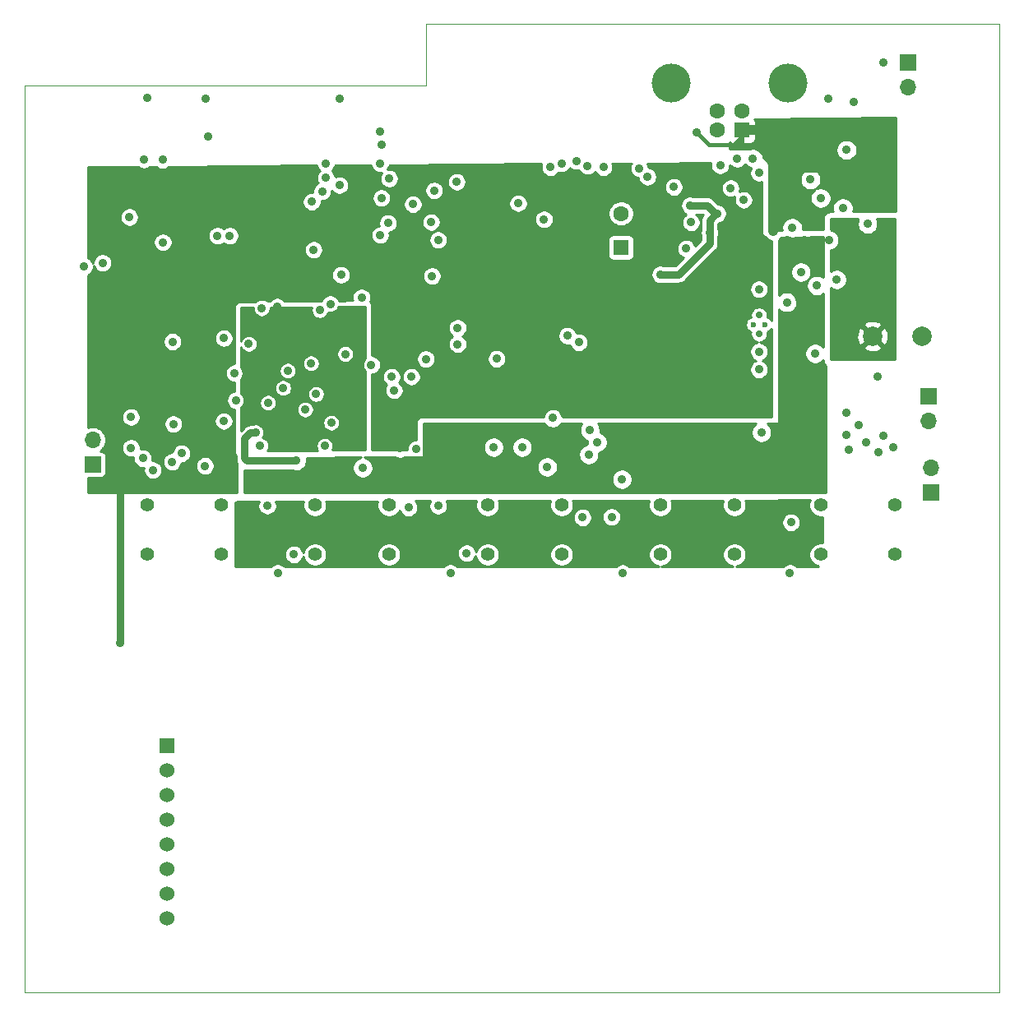
<source format=gbr>
G04 #@! TF.GenerationSoftware,KiCad,Pcbnew,5.1.7*
G04 #@! TF.CreationDate,2020-11-03T15:06:47+01:00*
G04 #@! TF.ProjectId,audioplayer,61756469-6f70-46c6-9179-65722e6b6963,rev?*
G04 #@! TF.SameCoordinates,Original*
G04 #@! TF.FileFunction,Copper,L3,Inr*
G04 #@! TF.FilePolarity,Positive*
%FSLAX46Y46*%
G04 Gerber Fmt 4.6, Leading zero omitted, Abs format (unit mm)*
G04 Created by KiCad (PCBNEW 5.1.7) date 2020-11-03 15:06:47*
%MOMM*%
%LPD*%
G01*
G04 APERTURE LIST*
G04 #@! TA.AperFunction,Profile*
%ADD10C,0.100000*%
G04 #@! TD*
G04 #@! TA.AperFunction,ComponentPad*
%ADD11O,1.700000X1.700000*%
G04 #@! TD*
G04 #@! TA.AperFunction,ComponentPad*
%ADD12R,1.700000X1.700000*%
G04 #@! TD*
G04 #@! TA.AperFunction,ComponentPad*
%ADD13C,1.397000*%
G04 #@! TD*
G04 #@! TA.AperFunction,ComponentPad*
%ADD14C,4.000000*%
G04 #@! TD*
G04 #@! TA.AperFunction,ComponentPad*
%ADD15C,1.600000*%
G04 #@! TD*
G04 #@! TA.AperFunction,ComponentPad*
%ADD16R,1.600000X1.600000*%
G04 #@! TD*
G04 #@! TA.AperFunction,ComponentPad*
%ADD17C,2.000000*%
G04 #@! TD*
G04 #@! TA.AperFunction,ComponentPad*
%ADD18C,1.524000*%
G04 #@! TD*
G04 #@! TA.AperFunction,ComponentPad*
%ADD19R,1.524000X1.524000*%
G04 #@! TD*
G04 #@! TA.AperFunction,ComponentPad*
%ADD20C,0.700000*%
G04 #@! TD*
G04 #@! TA.AperFunction,ComponentPad*
%ADD21C,0.600000*%
G04 #@! TD*
G04 #@! TA.AperFunction,ViaPad*
%ADD22C,0.900000*%
G04 #@! TD*
G04 #@! TA.AperFunction,Conductor*
%ADD23C,0.750000*%
G04 #@! TD*
G04 #@! TA.AperFunction,Conductor*
%ADD24C,0.200000*%
G04 #@! TD*
G04 #@! TA.AperFunction,Conductor*
%ADD25C,0.400000*%
G04 #@! TD*
G04 #@! TA.AperFunction,Conductor*
%ADD26C,1.000000*%
G04 #@! TD*
G04 #@! TA.AperFunction,Conductor*
%ADD27C,0.254000*%
G04 #@! TD*
G04 #@! TA.AperFunction,Conductor*
%ADD28C,0.100000*%
G04 #@! TD*
G04 APERTURE END LIST*
D10*
X156845000Y-121285000D02*
X56515000Y-121285000D01*
X156845000Y-121285000D02*
X156845000Y-21590000D01*
X56515000Y-27940000D02*
X56515000Y-121285000D01*
X97790000Y-21590000D02*
X156845000Y-21590000D01*
X97790000Y-27940000D02*
X97790000Y-21590000D01*
X56515000Y-27940000D02*
X97790000Y-27940000D01*
D11*
X147447000Y-28067000D03*
D12*
X147447000Y-25527000D03*
D11*
X149542500Y-62420500D03*
D12*
X149542500Y-59880500D03*
D13*
X69088000Y-76200000D03*
X69088000Y-71120000D03*
X76708000Y-76200000D03*
X76708000Y-71120000D03*
X93980000Y-71120000D03*
X93980000Y-76200000D03*
X86360000Y-71120000D03*
X86360000Y-76200000D03*
D14*
X135052000Y-27652000D03*
X123052000Y-27652000D03*
D15*
X130302000Y-30512000D03*
X127802000Y-30512000D03*
X127802000Y-32512000D03*
D16*
X130302000Y-32512000D03*
D17*
X148849080Y-53721000D03*
X143769080Y-53721000D03*
D18*
X71120000Y-113665000D03*
X71120000Y-111125000D03*
X71120000Y-108585000D03*
X71120000Y-106045000D03*
X71120000Y-103505000D03*
X71120000Y-100965000D03*
X71120000Y-98425000D03*
D19*
X71120000Y-95885000D03*
D13*
X111760000Y-71120000D03*
X111760000Y-76200000D03*
X104140000Y-71120000D03*
X104140000Y-76200000D03*
D20*
X132080000Y-51564500D03*
D21*
X132655000Y-52514500D03*
X131505000Y-52514500D03*
D20*
X132080000Y-53464500D03*
D13*
X138430000Y-76200000D03*
X138430000Y-71120000D03*
X146050000Y-76200000D03*
X146050000Y-71120000D03*
X121920000Y-76200000D03*
X121920000Y-71120000D03*
X129540000Y-76200000D03*
X129540000Y-71120000D03*
D11*
X149796500Y-67246500D03*
D12*
X149796500Y-69786500D03*
D11*
X63500000Y-64389000D03*
D12*
X63500000Y-66929000D03*
D15*
X117881400Y-41077000D03*
D16*
X117881400Y-44577000D03*
D22*
X130500000Y-39678000D03*
X138036300Y-48501300D03*
X129159000Y-38481000D03*
X135382000Y-72898000D03*
X91274900Y-67271900D03*
X87376000Y-65024000D03*
X143129000Y-64643000D03*
X144907000Y-64008000D03*
X144399000Y-65659000D03*
X145923000Y-65151000D03*
X141097000Y-61595000D03*
X142367000Y-62865000D03*
X141097000Y-63881000D03*
X141351000Y-65405000D03*
X75141000Y-29294000D03*
X69088000Y-29210000D03*
X81470502Y-71183500D03*
X88900000Y-29273496D03*
X68767781Y-35554562D03*
X125095000Y-41999998D03*
X101066600Y-54533800D03*
X124587000Y-44704000D03*
X86868000Y-51054000D03*
X115443000Y-64643000D03*
X114554000Y-65900300D03*
X114681000Y-63411100D03*
X117983000Y-68453000D03*
X78232000Y-60325000D03*
X99060000Y-71183500D03*
X116903506Y-72326500D03*
X110871000Y-62128399D03*
X111760000Y-35941000D03*
X82550000Y-78105000D03*
X100330000Y-78105000D03*
X135255000Y-78105000D03*
X116077996Y-36322000D03*
X143256000Y-42164000D03*
X141097000Y-34544000D03*
X139230000Y-29248000D03*
X112344200Y-53670200D03*
X113538000Y-54356000D03*
X94513400Y-59309000D03*
X76987400Y-53924200D03*
X76984600Y-62455800D03*
X71805800Y-62763400D03*
X88036300Y-62636500D03*
X134937515Y-50228515D03*
X132080000Y-48895000D03*
X132080000Y-55308500D03*
X132080000Y-57150000D03*
X64516000Y-46164500D03*
X62611000Y-46545500D03*
X76327000Y-43370500D03*
X80899000Y-50863500D03*
X118046506Y-78105000D03*
X92176600Y-56667400D03*
X67259200Y-41452800D03*
X101066600Y-52857400D03*
X71704200Y-54279800D03*
X114427000Y-36195000D03*
X85979014Y-56515000D03*
X78105000Y-57531014D03*
X91171098Y-49730998D03*
X86487000Y-59690000D03*
X105072103Y-56050103D03*
X110286810Y-67183000D03*
X141859000Y-29591000D03*
X138429998Y-39497000D03*
X144907000Y-25527000D03*
X140589000Y-55753000D03*
X143256000Y-49428500D03*
X145034000Y-42291000D03*
X140944600Y-51841400D03*
X145034000Y-44450000D03*
X143256000Y-44450000D03*
X141478000Y-44450000D03*
X140097000Y-45831000D03*
X141859000Y-52832000D03*
X145034000Y-46609000D03*
X145034000Y-48514000D03*
X145008600Y-50571400D03*
X145034000Y-52451000D03*
X142468600Y-55041800D03*
X107696000Y-65150996D03*
X104775000Y-65151000D03*
X63911000Y-39878000D03*
X65659000Y-40005000D03*
X63657000Y-38130000D03*
X95123010Y-65252590D03*
X95122998Y-63017402D03*
X132080000Y-46990000D03*
X130600800Y-50501200D03*
X133096002Y-50101502D03*
X96139000Y-64135000D03*
X66294000Y-85344000D03*
X114046000Y-40513000D03*
X88900000Y-38163500D03*
X113283996Y-35687000D03*
X93091000Y-35941000D03*
X75057000Y-67066021D03*
X93218000Y-39497000D03*
X110617000Y-36322000D03*
X72644012Y-65786000D03*
X87124202Y-38800702D03*
X87503000Y-37401498D03*
X71664999Y-66648499D03*
X107291000Y-40029004D03*
X96456500Y-40132000D03*
X84201000Y-76200000D03*
X96012000Y-71374000D03*
X67437000Y-65214500D03*
X67437000Y-62039500D03*
X86233000Y-44831000D03*
X81534004Y-60579000D03*
X89054270Y-47405457D03*
X87947500Y-50419000D03*
X79564562Y-54516634D03*
X93091000Y-43307000D03*
X93886859Y-42070859D03*
X83566000Y-57277000D03*
X136398004Y-47117000D03*
X135509000Y-42545000D03*
X70717318Y-44047318D03*
X137858499Y-55499000D03*
X137388518Y-37592000D03*
X131445000Y-35433000D03*
X93091000Y-32639000D03*
X129826472Y-35468069D03*
X93218000Y-34035998D03*
X113919000Y-72390000D03*
X101981000Y-76072992D03*
X98653600Y-38709600D03*
X132334000Y-63627004D03*
X100965000Y-37816434D03*
X140081000Y-47879000D03*
X144272000Y-57912000D03*
X97790000Y-56070490D03*
X89484198Y-55549800D03*
X94259400Y-57886600D03*
X96291400Y-57886600D03*
X85373622Y-61277500D03*
X83114011Y-59055000D03*
X80746600Y-64985990D03*
X77597000Y-43370500D03*
X86044702Y-39880202D03*
X140716000Y-40513000D03*
X123317000Y-38354000D03*
X135509000Y-48179905D03*
X136715500Y-43815000D03*
X132524500Y-68326000D03*
X135763000Y-59245500D03*
X135763000Y-61544200D03*
X96799400Y-65354200D03*
X98425000Y-67310000D03*
X83947000Y-67945000D03*
X139268200Y-43815000D03*
X136778996Y-60325004D03*
X98526600Y-65445400D03*
X135001000Y-43815000D03*
X135001000Y-45593000D03*
X135858250Y-44672250D03*
X136525000Y-53213000D03*
X136525000Y-51435000D03*
X136259501Y-49922499D03*
X130966999Y-69245001D03*
X75336408Y-33121600D03*
X69697600Y-67513200D03*
X81026000Y-76073000D03*
X116713000Y-76073000D03*
X133858000Y-76073002D03*
X133858000Y-71247000D03*
X133858000Y-73406000D03*
X98742500Y-76200000D03*
X124968000Y-40259000D03*
X127000000Y-43053000D03*
X121920000Y-47371000D03*
X127800100Y-41084500D03*
X80264000Y-63627000D03*
X84455000Y-66548000D03*
X85598000Y-58801000D03*
X91008200Y-64084200D03*
X90754200Y-62865000D03*
X89687400Y-62001400D03*
X82486500Y-50673008D03*
X81152997Y-56895997D03*
X81072132Y-59141882D03*
X82594893Y-61707630D03*
X86487000Y-57785000D03*
X109956500Y-41681500D03*
X87503000Y-35941000D03*
X94013667Y-37498667D03*
X125648720Y-32720280D03*
X145669000Y-36829998D03*
X145643600Y-32512000D03*
X133530800Y-42852800D03*
X128084865Y-36136865D03*
X119761000Y-36449000D03*
X99060000Y-43815000D03*
X132080012Y-36893500D03*
X120618250Y-37306250D03*
X98330587Y-41963990D03*
X70713600Y-35560000D03*
X68643500Y-66294000D03*
X98425000Y-47514179D03*
D23*
X66294000Y-68580000D02*
X66294000Y-85344000D01*
X127000000Y-41783000D02*
X127635000Y-41148000D01*
X127000000Y-43053000D02*
X127000000Y-41783000D01*
X126746000Y-40259000D02*
X127635000Y-41148000D01*
X124968000Y-40259000D02*
X126746000Y-40259000D01*
X127000000Y-44196000D02*
X127000000Y-43053000D01*
X123825000Y-47371000D02*
X127000000Y-44196000D01*
X121920000Y-47371000D02*
X123825000Y-47371000D01*
X79698315Y-63627000D02*
X80264000Y-63627000D01*
X79121000Y-64204315D02*
X79698315Y-63627000D01*
X79121000Y-66294000D02*
X79121000Y-64204315D01*
X79375000Y-66548000D02*
X79121000Y-66294000D01*
X84455000Y-66548000D02*
X79375000Y-66548000D01*
D24*
X82423000Y-60325000D02*
X84836000Y-60325000D01*
X85153500Y-60017697D02*
X85153500Y-60007500D01*
X84836000Y-60325000D02*
X85153500Y-60007500D01*
X82550000Y-51308000D02*
X82550000Y-50736508D01*
X82550000Y-50736508D02*
X82486500Y-50673008D01*
X82486500Y-50673008D02*
X82486500Y-55562494D01*
X82486500Y-55562494D02*
X81152997Y-56895997D01*
X82423000Y-60325000D02*
X82423000Y-59722998D01*
X82594893Y-60496893D02*
X82594893Y-61707630D01*
X81841884Y-59141882D02*
X81072132Y-59141882D01*
X82423000Y-60325000D02*
X82594893Y-60496893D01*
X82423000Y-59722998D02*
X81841884Y-59141882D01*
X85153500Y-60007500D02*
X85153500Y-59913498D01*
X85153500Y-59913498D02*
X86265998Y-58801000D01*
X86265998Y-58801000D02*
X86360000Y-58801000D01*
D25*
X126940441Y-34012001D02*
X129436999Y-34012001D01*
X129436999Y-34012001D02*
X130302000Y-33147000D01*
X126940441Y-34012001D02*
X125648720Y-32720280D01*
D26*
X130302000Y-32512000D02*
X145643600Y-32512000D01*
X130302000Y-32512000D02*
X132102000Y-32512000D01*
X132102000Y-32512000D02*
X133530800Y-33940800D01*
X133530800Y-33940800D02*
X133530800Y-37335000D01*
X133530800Y-37335000D02*
X133530800Y-42852800D01*
X145669000Y-36829998D02*
X145219001Y-36379999D01*
X145219001Y-36379999D02*
X134485801Y-36379999D01*
X134485801Y-36379999D02*
X133530800Y-37335000D01*
D27*
X137251595Y-70762535D02*
X137204500Y-70999299D01*
X137204500Y-71240701D01*
X137251595Y-71477465D01*
X137343976Y-71700492D01*
X137478092Y-71901211D01*
X137648789Y-72071908D01*
X137849508Y-72206024D01*
X138072535Y-72298405D01*
X138309299Y-72345500D01*
X138550701Y-72345500D01*
X138603829Y-72334932D01*
X138579996Y-74980327D01*
X138550701Y-74974500D01*
X138309299Y-74974500D01*
X138072535Y-75021595D01*
X137849508Y-75113976D01*
X137648789Y-75248092D01*
X137478092Y-75418789D01*
X137343976Y-75619508D01*
X137251595Y-75842535D01*
X137204500Y-76079299D01*
X137204500Y-76320701D01*
X137251595Y-76557465D01*
X137343976Y-76780492D01*
X137478092Y-76981211D01*
X137648789Y-77151908D01*
X137849508Y-77286024D01*
X138072535Y-77378405D01*
X138216242Y-77406990D01*
X135941058Y-77409372D01*
X135877801Y-77346115D01*
X135717783Y-77239194D01*
X135539980Y-77165546D01*
X135351226Y-77128000D01*
X135158774Y-77128000D01*
X134970020Y-77165546D01*
X134792217Y-77239194D01*
X134632199Y-77346115D01*
X134567503Y-77410811D01*
X129708973Y-77415898D01*
X129897465Y-77378405D01*
X130120492Y-77286024D01*
X130321211Y-77151908D01*
X130491908Y-76981211D01*
X130626024Y-76780492D01*
X130718405Y-76557465D01*
X130765500Y-76320701D01*
X130765500Y-76079299D01*
X130718405Y-75842535D01*
X130626024Y-75619508D01*
X130491908Y-75418789D01*
X130321211Y-75248092D01*
X130120492Y-75113976D01*
X129897465Y-75021595D01*
X129660701Y-74974500D01*
X129419299Y-74974500D01*
X129182535Y-75021595D01*
X128959508Y-75113976D01*
X128758789Y-75248092D01*
X128588092Y-75418789D01*
X128453976Y-75619508D01*
X128361595Y-75842535D01*
X128314500Y-76079299D01*
X128314500Y-76320701D01*
X128361595Y-76557465D01*
X128453976Y-76780492D01*
X128588092Y-76981211D01*
X128758789Y-77151908D01*
X128959508Y-77286024D01*
X129182535Y-77378405D01*
X129372796Y-77416250D01*
X122048647Y-77423919D01*
X122277465Y-77378405D01*
X122500492Y-77286024D01*
X122701211Y-77151908D01*
X122871908Y-76981211D01*
X123006024Y-76780492D01*
X123098405Y-76557465D01*
X123145500Y-76320701D01*
X123145500Y-76079299D01*
X123098405Y-75842535D01*
X123006024Y-75619508D01*
X122871908Y-75418789D01*
X122701211Y-75248092D01*
X122500492Y-75113976D01*
X122277465Y-75021595D01*
X122040701Y-74974500D01*
X121799299Y-74974500D01*
X121562535Y-75021595D01*
X121339508Y-75113976D01*
X121138789Y-75248092D01*
X120968092Y-75418789D01*
X120833976Y-75619508D01*
X120741595Y-75842535D01*
X120694500Y-76079299D01*
X120694500Y-76320701D01*
X120741595Y-76557465D01*
X120833976Y-76780492D01*
X120968092Y-76981211D01*
X121138789Y-77151908D01*
X121339508Y-77286024D01*
X121562535Y-77378405D01*
X121792700Y-77424187D01*
X118750565Y-77427373D01*
X118669307Y-77346115D01*
X118509289Y-77239194D01*
X118331486Y-77165546D01*
X118142732Y-77128000D01*
X117950280Y-77128000D01*
X117761526Y-77165546D01*
X117583723Y-77239194D01*
X117423705Y-77346115D01*
X117340971Y-77428849D01*
X101052591Y-77445905D01*
X100952801Y-77346115D01*
X100792783Y-77239194D01*
X100614980Y-77165546D01*
X100426226Y-77128000D01*
X100233774Y-77128000D01*
X100045020Y-77165546D01*
X99867217Y-77239194D01*
X99707199Y-77346115D01*
X99605894Y-77447420D01*
X83291189Y-77464503D01*
X83172801Y-77346115D01*
X83012783Y-77239194D01*
X82834980Y-77165546D01*
X82646226Y-77128000D01*
X82453774Y-77128000D01*
X82265020Y-77165546D01*
X82087217Y-77239194D01*
X81927199Y-77346115D01*
X81807257Y-77466057D01*
X78168500Y-77469867D01*
X78168500Y-76103774D01*
X83224000Y-76103774D01*
X83224000Y-76296226D01*
X83261546Y-76484980D01*
X83335194Y-76662783D01*
X83442115Y-76822801D01*
X83578199Y-76958885D01*
X83738217Y-77065806D01*
X83916020Y-77139454D01*
X84104774Y-77177000D01*
X84297226Y-77177000D01*
X84485980Y-77139454D01*
X84663783Y-77065806D01*
X84823801Y-76958885D01*
X84959885Y-76822801D01*
X85066806Y-76662783D01*
X85140454Y-76484980D01*
X85153816Y-76417808D01*
X85181595Y-76557465D01*
X85273976Y-76780492D01*
X85408092Y-76981211D01*
X85578789Y-77151908D01*
X85779508Y-77286024D01*
X86002535Y-77378405D01*
X86239299Y-77425500D01*
X86480701Y-77425500D01*
X86717465Y-77378405D01*
X86940492Y-77286024D01*
X87141211Y-77151908D01*
X87311908Y-76981211D01*
X87446024Y-76780492D01*
X87538405Y-76557465D01*
X87585500Y-76320701D01*
X87585500Y-76079299D01*
X92754500Y-76079299D01*
X92754500Y-76320701D01*
X92801595Y-76557465D01*
X92893976Y-76780492D01*
X93028092Y-76981211D01*
X93198789Y-77151908D01*
X93399508Y-77286024D01*
X93622535Y-77378405D01*
X93859299Y-77425500D01*
X94100701Y-77425500D01*
X94337465Y-77378405D01*
X94560492Y-77286024D01*
X94761211Y-77151908D01*
X94931908Y-76981211D01*
X95066024Y-76780492D01*
X95158405Y-76557465D01*
X95205500Y-76320701D01*
X95205500Y-76079299D01*
X95185106Y-75976766D01*
X101004000Y-75976766D01*
X101004000Y-76169218D01*
X101041546Y-76357972D01*
X101115194Y-76535775D01*
X101222115Y-76695793D01*
X101358199Y-76831877D01*
X101518217Y-76938798D01*
X101696020Y-77012446D01*
X101884774Y-77049992D01*
X102077226Y-77049992D01*
X102265980Y-77012446D01*
X102443783Y-76938798D01*
X102603801Y-76831877D01*
X102739885Y-76695793D01*
X102846806Y-76535775D01*
X102920454Y-76357972D01*
X102921184Y-76354303D01*
X102961595Y-76557465D01*
X103053976Y-76780492D01*
X103188092Y-76981211D01*
X103358789Y-77151908D01*
X103559508Y-77286024D01*
X103782535Y-77378405D01*
X104019299Y-77425500D01*
X104260701Y-77425500D01*
X104497465Y-77378405D01*
X104720492Y-77286024D01*
X104921211Y-77151908D01*
X105091908Y-76981211D01*
X105226024Y-76780492D01*
X105318405Y-76557465D01*
X105365500Y-76320701D01*
X105365500Y-76079299D01*
X110534500Y-76079299D01*
X110534500Y-76320701D01*
X110581595Y-76557465D01*
X110673976Y-76780492D01*
X110808092Y-76981211D01*
X110978789Y-77151908D01*
X111179508Y-77286024D01*
X111402535Y-77378405D01*
X111639299Y-77425500D01*
X111880701Y-77425500D01*
X112117465Y-77378405D01*
X112340492Y-77286024D01*
X112541211Y-77151908D01*
X112711908Y-76981211D01*
X112846024Y-76780492D01*
X112938405Y-76557465D01*
X112985500Y-76320701D01*
X112985500Y-76079299D01*
X112938405Y-75842535D01*
X112846024Y-75619508D01*
X112711908Y-75418789D01*
X112541211Y-75248092D01*
X112340492Y-75113976D01*
X112117465Y-75021595D01*
X111880701Y-74974500D01*
X111639299Y-74974500D01*
X111402535Y-75021595D01*
X111179508Y-75113976D01*
X110978789Y-75248092D01*
X110808092Y-75418789D01*
X110673976Y-75619508D01*
X110581595Y-75842535D01*
X110534500Y-76079299D01*
X105365500Y-76079299D01*
X105318405Y-75842535D01*
X105226024Y-75619508D01*
X105091908Y-75418789D01*
X104921211Y-75248092D01*
X104720492Y-75113976D01*
X104497465Y-75021595D01*
X104260701Y-74974500D01*
X104019299Y-74974500D01*
X103782535Y-75021595D01*
X103559508Y-75113976D01*
X103358789Y-75248092D01*
X103188092Y-75418789D01*
X103053976Y-75619508D01*
X102961595Y-75842535D01*
X102946447Y-75918688D01*
X102920454Y-75788012D01*
X102846806Y-75610209D01*
X102739885Y-75450191D01*
X102603801Y-75314107D01*
X102443783Y-75207186D01*
X102265980Y-75133538D01*
X102077226Y-75095992D01*
X101884774Y-75095992D01*
X101696020Y-75133538D01*
X101518217Y-75207186D01*
X101358199Y-75314107D01*
X101222115Y-75450191D01*
X101115194Y-75610209D01*
X101041546Y-75788012D01*
X101004000Y-75976766D01*
X95185106Y-75976766D01*
X95158405Y-75842535D01*
X95066024Y-75619508D01*
X94931908Y-75418789D01*
X94761211Y-75248092D01*
X94560492Y-75113976D01*
X94337465Y-75021595D01*
X94100701Y-74974500D01*
X93859299Y-74974500D01*
X93622535Y-75021595D01*
X93399508Y-75113976D01*
X93198789Y-75248092D01*
X93028092Y-75418789D01*
X92893976Y-75619508D01*
X92801595Y-75842535D01*
X92754500Y-76079299D01*
X87585500Y-76079299D01*
X87538405Y-75842535D01*
X87446024Y-75619508D01*
X87311908Y-75418789D01*
X87141211Y-75248092D01*
X86940492Y-75113976D01*
X86717465Y-75021595D01*
X86480701Y-74974500D01*
X86239299Y-74974500D01*
X86002535Y-75021595D01*
X85779508Y-75113976D01*
X85578789Y-75248092D01*
X85408092Y-75418789D01*
X85273976Y-75619508D01*
X85181595Y-75842535D01*
X85153816Y-75982192D01*
X85140454Y-75915020D01*
X85066806Y-75737217D01*
X84959885Y-75577199D01*
X84823801Y-75441115D01*
X84663783Y-75334194D01*
X84485980Y-75260546D01*
X84297226Y-75223000D01*
X84104774Y-75223000D01*
X83916020Y-75260546D01*
X83738217Y-75334194D01*
X83578199Y-75441115D01*
X83442115Y-75577199D01*
X83335194Y-75737217D01*
X83261546Y-75915020D01*
X83224000Y-76103774D01*
X78168500Y-76103774D01*
X78168500Y-70824984D01*
X78383587Y-70738949D01*
X80599074Y-70734290D01*
X80531048Y-70898520D01*
X80493502Y-71087274D01*
X80493502Y-71279726D01*
X80531048Y-71468480D01*
X80604696Y-71646283D01*
X80711617Y-71806301D01*
X80847701Y-71942385D01*
X81007719Y-72049306D01*
X81185522Y-72122954D01*
X81374276Y-72160500D01*
X81566728Y-72160500D01*
X81755482Y-72122954D01*
X81933285Y-72049306D01*
X82093303Y-71942385D01*
X82229387Y-71806301D01*
X82336308Y-71646283D01*
X82409956Y-71468480D01*
X82447502Y-71279726D01*
X82447502Y-71087274D01*
X82409956Y-70898520D01*
X82340413Y-70730628D01*
X85197300Y-70724619D01*
X85181595Y-70762535D01*
X85134500Y-70999299D01*
X85134500Y-71240701D01*
X85181595Y-71477465D01*
X85273976Y-71700492D01*
X85408092Y-71901211D01*
X85578789Y-72071908D01*
X85779508Y-72206024D01*
X86002535Y-72298405D01*
X86239299Y-72345500D01*
X86480701Y-72345500D01*
X86717465Y-72298405D01*
X86940492Y-72206024D01*
X87141211Y-72071908D01*
X87311908Y-71901211D01*
X87446024Y-71700492D01*
X87538405Y-71477465D01*
X87585500Y-71240701D01*
X87585500Y-70999299D01*
X87538405Y-70762535D01*
X87520676Y-70719733D01*
X92823944Y-70708580D01*
X92801595Y-70762535D01*
X92754500Y-70999299D01*
X92754500Y-71240701D01*
X92801595Y-71477465D01*
X92893976Y-71700492D01*
X93028092Y-71901211D01*
X93198789Y-72071908D01*
X93399508Y-72206024D01*
X93622535Y-72298405D01*
X93859299Y-72345500D01*
X94100701Y-72345500D01*
X94337465Y-72298405D01*
X94560492Y-72206024D01*
X94761211Y-72071908D01*
X94931908Y-71901211D01*
X95066024Y-71700492D01*
X95077882Y-71671863D01*
X95146194Y-71836783D01*
X95253115Y-71996801D01*
X95389199Y-72132885D01*
X95549217Y-72239806D01*
X95727020Y-72313454D01*
X95915774Y-72351000D01*
X96108226Y-72351000D01*
X96296980Y-72313454D01*
X96474783Y-72239806D01*
X96634801Y-72132885D01*
X96770885Y-71996801D01*
X96877806Y-71836783D01*
X96951454Y-71658980D01*
X96989000Y-71470226D01*
X96989000Y-71277774D01*
X96951454Y-71089020D01*
X96877806Y-70911217D01*
X96770885Y-70751199D01*
X96720072Y-70700386D01*
X98209872Y-70697253D01*
X98194194Y-70720717D01*
X98120546Y-70898520D01*
X98083000Y-71087274D01*
X98083000Y-71279726D01*
X98120546Y-71468480D01*
X98194194Y-71646283D01*
X98301115Y-71806301D01*
X98437199Y-71942385D01*
X98597217Y-72049306D01*
X98775020Y-72122954D01*
X98963774Y-72160500D01*
X99156226Y-72160500D01*
X99344980Y-72122954D01*
X99522783Y-72049306D01*
X99682801Y-71942385D01*
X99818885Y-71806301D01*
X99925806Y-71646283D01*
X99999454Y-71468480D01*
X100037000Y-71279726D01*
X100037000Y-71087274D01*
X99999454Y-70898520D01*
X99925806Y-70720717D01*
X99907742Y-70693683D01*
X102992802Y-70687195D01*
X102961595Y-70762535D01*
X102914500Y-70999299D01*
X102914500Y-71240701D01*
X102961595Y-71477465D01*
X103053976Y-71700492D01*
X103188092Y-71901211D01*
X103358789Y-72071908D01*
X103559508Y-72206024D01*
X103782535Y-72298405D01*
X104019299Y-72345500D01*
X104260701Y-72345500D01*
X104497465Y-72298405D01*
X104720492Y-72206024D01*
X104921211Y-72071908D01*
X105091908Y-71901211D01*
X105226024Y-71700492D01*
X105318405Y-71477465D01*
X105365500Y-71240701D01*
X105365500Y-70999299D01*
X105318405Y-70762535D01*
X105285201Y-70682373D01*
X110619446Y-70671155D01*
X110581595Y-70762535D01*
X110534500Y-70999299D01*
X110534500Y-71240701D01*
X110581595Y-71477465D01*
X110673976Y-71700492D01*
X110808092Y-71901211D01*
X110978789Y-72071908D01*
X111179508Y-72206024D01*
X111402535Y-72298405D01*
X111639299Y-72345500D01*
X111880701Y-72345500D01*
X112117465Y-72298405D01*
X112128645Y-72293774D01*
X112942000Y-72293774D01*
X112942000Y-72486226D01*
X112979546Y-72674980D01*
X113053194Y-72852783D01*
X113160115Y-73012801D01*
X113296199Y-73148885D01*
X113456217Y-73255806D01*
X113634020Y-73329454D01*
X113822774Y-73367000D01*
X114015226Y-73367000D01*
X114203980Y-73329454D01*
X114381783Y-73255806D01*
X114541801Y-73148885D01*
X114677885Y-73012801D01*
X114784806Y-72852783D01*
X114858454Y-72674980D01*
X114896000Y-72486226D01*
X114896000Y-72293774D01*
X114883369Y-72230274D01*
X115926506Y-72230274D01*
X115926506Y-72422726D01*
X115964052Y-72611480D01*
X116037700Y-72789283D01*
X116144621Y-72949301D01*
X116280705Y-73085385D01*
X116440723Y-73192306D01*
X116618526Y-73265954D01*
X116807280Y-73303500D01*
X116999732Y-73303500D01*
X117188486Y-73265954D01*
X117366289Y-73192306D01*
X117526307Y-73085385D01*
X117662391Y-72949301D01*
X117760965Y-72801774D01*
X134405000Y-72801774D01*
X134405000Y-72994226D01*
X134442546Y-73182980D01*
X134516194Y-73360783D01*
X134623115Y-73520801D01*
X134759199Y-73656885D01*
X134919217Y-73763806D01*
X135097020Y-73837454D01*
X135285774Y-73875000D01*
X135478226Y-73875000D01*
X135666980Y-73837454D01*
X135844783Y-73763806D01*
X136004801Y-73656885D01*
X136140885Y-73520801D01*
X136247806Y-73360783D01*
X136321454Y-73182980D01*
X136359000Y-72994226D01*
X136359000Y-72801774D01*
X136321454Y-72613020D01*
X136247806Y-72435217D01*
X136140885Y-72275199D01*
X136004801Y-72139115D01*
X135844783Y-72032194D01*
X135666980Y-71958546D01*
X135478226Y-71921000D01*
X135285774Y-71921000D01*
X135097020Y-71958546D01*
X134919217Y-72032194D01*
X134759199Y-72139115D01*
X134623115Y-72275199D01*
X134516194Y-72435217D01*
X134442546Y-72613020D01*
X134405000Y-72801774D01*
X117760965Y-72801774D01*
X117769312Y-72789283D01*
X117842960Y-72611480D01*
X117880506Y-72422726D01*
X117880506Y-72230274D01*
X117842960Y-72041520D01*
X117769312Y-71863717D01*
X117662391Y-71703699D01*
X117526307Y-71567615D01*
X117366289Y-71460694D01*
X117188486Y-71387046D01*
X116999732Y-71349500D01*
X116807280Y-71349500D01*
X116618526Y-71387046D01*
X116440723Y-71460694D01*
X116280705Y-71567615D01*
X116144621Y-71703699D01*
X116037700Y-71863717D01*
X115964052Y-72041520D01*
X115926506Y-72230274D01*
X114883369Y-72230274D01*
X114858454Y-72105020D01*
X114784806Y-71927217D01*
X114677885Y-71767199D01*
X114541801Y-71631115D01*
X114381783Y-71524194D01*
X114203980Y-71450546D01*
X114015226Y-71413000D01*
X113822774Y-71413000D01*
X113634020Y-71450546D01*
X113456217Y-71524194D01*
X113296199Y-71631115D01*
X113160115Y-71767199D01*
X113053194Y-71927217D01*
X112979546Y-72105020D01*
X112942000Y-72293774D01*
X112128645Y-72293774D01*
X112340492Y-72206024D01*
X112541211Y-72071908D01*
X112711908Y-71901211D01*
X112846024Y-71700492D01*
X112938405Y-71477465D01*
X112985500Y-71240701D01*
X112985500Y-70999299D01*
X112938405Y-70762535D01*
X112898569Y-70666362D01*
X120788304Y-70649770D01*
X120741595Y-70762535D01*
X120694500Y-70999299D01*
X120694500Y-71240701D01*
X120741595Y-71477465D01*
X120833976Y-71700492D01*
X120968092Y-71901211D01*
X121138789Y-72071908D01*
X121339508Y-72206024D01*
X121562535Y-72298405D01*
X121799299Y-72345500D01*
X122040701Y-72345500D01*
X122277465Y-72298405D01*
X122500492Y-72206024D01*
X122701211Y-72071908D01*
X122871908Y-71901211D01*
X123006024Y-71700492D01*
X123098405Y-71477465D01*
X123145500Y-71240701D01*
X123145500Y-70999299D01*
X123098405Y-70762535D01*
X123049726Y-70645014D01*
X128414947Y-70633730D01*
X128361595Y-70762535D01*
X128314500Y-70999299D01*
X128314500Y-71240701D01*
X128361595Y-71477465D01*
X128453976Y-71700492D01*
X128588092Y-71901211D01*
X128758789Y-72071908D01*
X128959508Y-72206024D01*
X129182535Y-72298405D01*
X129419299Y-72345500D01*
X129660701Y-72345500D01*
X129897465Y-72298405D01*
X130120492Y-72206024D01*
X130321211Y-72071908D01*
X130491908Y-71901211D01*
X130626024Y-71700492D01*
X130718405Y-71477465D01*
X130765500Y-71240701D01*
X130765500Y-70999299D01*
X130718405Y-70762535D01*
X130663094Y-70629002D01*
X137312698Y-70615018D01*
X137251595Y-70762535D01*
G04 #@! TA.AperFunction,Conductor*
D28*
G36*
X137251595Y-70762535D02*
G01*
X137204500Y-70999299D01*
X137204500Y-71240701D01*
X137251595Y-71477465D01*
X137343976Y-71700492D01*
X137478092Y-71901211D01*
X137648789Y-72071908D01*
X137849508Y-72206024D01*
X138072535Y-72298405D01*
X138309299Y-72345500D01*
X138550701Y-72345500D01*
X138603829Y-72334932D01*
X138579996Y-74980327D01*
X138550701Y-74974500D01*
X138309299Y-74974500D01*
X138072535Y-75021595D01*
X137849508Y-75113976D01*
X137648789Y-75248092D01*
X137478092Y-75418789D01*
X137343976Y-75619508D01*
X137251595Y-75842535D01*
X137204500Y-76079299D01*
X137204500Y-76320701D01*
X137251595Y-76557465D01*
X137343976Y-76780492D01*
X137478092Y-76981211D01*
X137648789Y-77151908D01*
X137849508Y-77286024D01*
X138072535Y-77378405D01*
X138216242Y-77406990D01*
X135941058Y-77409372D01*
X135877801Y-77346115D01*
X135717783Y-77239194D01*
X135539980Y-77165546D01*
X135351226Y-77128000D01*
X135158774Y-77128000D01*
X134970020Y-77165546D01*
X134792217Y-77239194D01*
X134632199Y-77346115D01*
X134567503Y-77410811D01*
X129708973Y-77415898D01*
X129897465Y-77378405D01*
X130120492Y-77286024D01*
X130321211Y-77151908D01*
X130491908Y-76981211D01*
X130626024Y-76780492D01*
X130718405Y-76557465D01*
X130765500Y-76320701D01*
X130765500Y-76079299D01*
X130718405Y-75842535D01*
X130626024Y-75619508D01*
X130491908Y-75418789D01*
X130321211Y-75248092D01*
X130120492Y-75113976D01*
X129897465Y-75021595D01*
X129660701Y-74974500D01*
X129419299Y-74974500D01*
X129182535Y-75021595D01*
X128959508Y-75113976D01*
X128758789Y-75248092D01*
X128588092Y-75418789D01*
X128453976Y-75619508D01*
X128361595Y-75842535D01*
X128314500Y-76079299D01*
X128314500Y-76320701D01*
X128361595Y-76557465D01*
X128453976Y-76780492D01*
X128588092Y-76981211D01*
X128758789Y-77151908D01*
X128959508Y-77286024D01*
X129182535Y-77378405D01*
X129372796Y-77416250D01*
X122048647Y-77423919D01*
X122277465Y-77378405D01*
X122500492Y-77286024D01*
X122701211Y-77151908D01*
X122871908Y-76981211D01*
X123006024Y-76780492D01*
X123098405Y-76557465D01*
X123145500Y-76320701D01*
X123145500Y-76079299D01*
X123098405Y-75842535D01*
X123006024Y-75619508D01*
X122871908Y-75418789D01*
X122701211Y-75248092D01*
X122500492Y-75113976D01*
X122277465Y-75021595D01*
X122040701Y-74974500D01*
X121799299Y-74974500D01*
X121562535Y-75021595D01*
X121339508Y-75113976D01*
X121138789Y-75248092D01*
X120968092Y-75418789D01*
X120833976Y-75619508D01*
X120741595Y-75842535D01*
X120694500Y-76079299D01*
X120694500Y-76320701D01*
X120741595Y-76557465D01*
X120833976Y-76780492D01*
X120968092Y-76981211D01*
X121138789Y-77151908D01*
X121339508Y-77286024D01*
X121562535Y-77378405D01*
X121792700Y-77424187D01*
X118750565Y-77427373D01*
X118669307Y-77346115D01*
X118509289Y-77239194D01*
X118331486Y-77165546D01*
X118142732Y-77128000D01*
X117950280Y-77128000D01*
X117761526Y-77165546D01*
X117583723Y-77239194D01*
X117423705Y-77346115D01*
X117340971Y-77428849D01*
X101052591Y-77445905D01*
X100952801Y-77346115D01*
X100792783Y-77239194D01*
X100614980Y-77165546D01*
X100426226Y-77128000D01*
X100233774Y-77128000D01*
X100045020Y-77165546D01*
X99867217Y-77239194D01*
X99707199Y-77346115D01*
X99605894Y-77447420D01*
X83291189Y-77464503D01*
X83172801Y-77346115D01*
X83012783Y-77239194D01*
X82834980Y-77165546D01*
X82646226Y-77128000D01*
X82453774Y-77128000D01*
X82265020Y-77165546D01*
X82087217Y-77239194D01*
X81927199Y-77346115D01*
X81807257Y-77466057D01*
X78168500Y-77469867D01*
X78168500Y-76103774D01*
X83224000Y-76103774D01*
X83224000Y-76296226D01*
X83261546Y-76484980D01*
X83335194Y-76662783D01*
X83442115Y-76822801D01*
X83578199Y-76958885D01*
X83738217Y-77065806D01*
X83916020Y-77139454D01*
X84104774Y-77177000D01*
X84297226Y-77177000D01*
X84485980Y-77139454D01*
X84663783Y-77065806D01*
X84823801Y-76958885D01*
X84959885Y-76822801D01*
X85066806Y-76662783D01*
X85140454Y-76484980D01*
X85153816Y-76417808D01*
X85181595Y-76557465D01*
X85273976Y-76780492D01*
X85408092Y-76981211D01*
X85578789Y-77151908D01*
X85779508Y-77286024D01*
X86002535Y-77378405D01*
X86239299Y-77425500D01*
X86480701Y-77425500D01*
X86717465Y-77378405D01*
X86940492Y-77286024D01*
X87141211Y-77151908D01*
X87311908Y-76981211D01*
X87446024Y-76780492D01*
X87538405Y-76557465D01*
X87585500Y-76320701D01*
X87585500Y-76079299D01*
X92754500Y-76079299D01*
X92754500Y-76320701D01*
X92801595Y-76557465D01*
X92893976Y-76780492D01*
X93028092Y-76981211D01*
X93198789Y-77151908D01*
X93399508Y-77286024D01*
X93622535Y-77378405D01*
X93859299Y-77425500D01*
X94100701Y-77425500D01*
X94337465Y-77378405D01*
X94560492Y-77286024D01*
X94761211Y-77151908D01*
X94931908Y-76981211D01*
X95066024Y-76780492D01*
X95158405Y-76557465D01*
X95205500Y-76320701D01*
X95205500Y-76079299D01*
X95185106Y-75976766D01*
X101004000Y-75976766D01*
X101004000Y-76169218D01*
X101041546Y-76357972D01*
X101115194Y-76535775D01*
X101222115Y-76695793D01*
X101358199Y-76831877D01*
X101518217Y-76938798D01*
X101696020Y-77012446D01*
X101884774Y-77049992D01*
X102077226Y-77049992D01*
X102265980Y-77012446D01*
X102443783Y-76938798D01*
X102603801Y-76831877D01*
X102739885Y-76695793D01*
X102846806Y-76535775D01*
X102920454Y-76357972D01*
X102921184Y-76354303D01*
X102961595Y-76557465D01*
X103053976Y-76780492D01*
X103188092Y-76981211D01*
X103358789Y-77151908D01*
X103559508Y-77286024D01*
X103782535Y-77378405D01*
X104019299Y-77425500D01*
X104260701Y-77425500D01*
X104497465Y-77378405D01*
X104720492Y-77286024D01*
X104921211Y-77151908D01*
X105091908Y-76981211D01*
X105226024Y-76780492D01*
X105318405Y-76557465D01*
X105365500Y-76320701D01*
X105365500Y-76079299D01*
X110534500Y-76079299D01*
X110534500Y-76320701D01*
X110581595Y-76557465D01*
X110673976Y-76780492D01*
X110808092Y-76981211D01*
X110978789Y-77151908D01*
X111179508Y-77286024D01*
X111402535Y-77378405D01*
X111639299Y-77425500D01*
X111880701Y-77425500D01*
X112117465Y-77378405D01*
X112340492Y-77286024D01*
X112541211Y-77151908D01*
X112711908Y-76981211D01*
X112846024Y-76780492D01*
X112938405Y-76557465D01*
X112985500Y-76320701D01*
X112985500Y-76079299D01*
X112938405Y-75842535D01*
X112846024Y-75619508D01*
X112711908Y-75418789D01*
X112541211Y-75248092D01*
X112340492Y-75113976D01*
X112117465Y-75021595D01*
X111880701Y-74974500D01*
X111639299Y-74974500D01*
X111402535Y-75021595D01*
X111179508Y-75113976D01*
X110978789Y-75248092D01*
X110808092Y-75418789D01*
X110673976Y-75619508D01*
X110581595Y-75842535D01*
X110534500Y-76079299D01*
X105365500Y-76079299D01*
X105318405Y-75842535D01*
X105226024Y-75619508D01*
X105091908Y-75418789D01*
X104921211Y-75248092D01*
X104720492Y-75113976D01*
X104497465Y-75021595D01*
X104260701Y-74974500D01*
X104019299Y-74974500D01*
X103782535Y-75021595D01*
X103559508Y-75113976D01*
X103358789Y-75248092D01*
X103188092Y-75418789D01*
X103053976Y-75619508D01*
X102961595Y-75842535D01*
X102946447Y-75918688D01*
X102920454Y-75788012D01*
X102846806Y-75610209D01*
X102739885Y-75450191D01*
X102603801Y-75314107D01*
X102443783Y-75207186D01*
X102265980Y-75133538D01*
X102077226Y-75095992D01*
X101884774Y-75095992D01*
X101696020Y-75133538D01*
X101518217Y-75207186D01*
X101358199Y-75314107D01*
X101222115Y-75450191D01*
X101115194Y-75610209D01*
X101041546Y-75788012D01*
X101004000Y-75976766D01*
X95185106Y-75976766D01*
X95158405Y-75842535D01*
X95066024Y-75619508D01*
X94931908Y-75418789D01*
X94761211Y-75248092D01*
X94560492Y-75113976D01*
X94337465Y-75021595D01*
X94100701Y-74974500D01*
X93859299Y-74974500D01*
X93622535Y-75021595D01*
X93399508Y-75113976D01*
X93198789Y-75248092D01*
X93028092Y-75418789D01*
X92893976Y-75619508D01*
X92801595Y-75842535D01*
X92754500Y-76079299D01*
X87585500Y-76079299D01*
X87538405Y-75842535D01*
X87446024Y-75619508D01*
X87311908Y-75418789D01*
X87141211Y-75248092D01*
X86940492Y-75113976D01*
X86717465Y-75021595D01*
X86480701Y-74974500D01*
X86239299Y-74974500D01*
X86002535Y-75021595D01*
X85779508Y-75113976D01*
X85578789Y-75248092D01*
X85408092Y-75418789D01*
X85273976Y-75619508D01*
X85181595Y-75842535D01*
X85153816Y-75982192D01*
X85140454Y-75915020D01*
X85066806Y-75737217D01*
X84959885Y-75577199D01*
X84823801Y-75441115D01*
X84663783Y-75334194D01*
X84485980Y-75260546D01*
X84297226Y-75223000D01*
X84104774Y-75223000D01*
X83916020Y-75260546D01*
X83738217Y-75334194D01*
X83578199Y-75441115D01*
X83442115Y-75577199D01*
X83335194Y-75737217D01*
X83261546Y-75915020D01*
X83224000Y-76103774D01*
X78168500Y-76103774D01*
X78168500Y-70824984D01*
X78383587Y-70738949D01*
X80599074Y-70734290D01*
X80531048Y-70898520D01*
X80493502Y-71087274D01*
X80493502Y-71279726D01*
X80531048Y-71468480D01*
X80604696Y-71646283D01*
X80711617Y-71806301D01*
X80847701Y-71942385D01*
X81007719Y-72049306D01*
X81185522Y-72122954D01*
X81374276Y-72160500D01*
X81566728Y-72160500D01*
X81755482Y-72122954D01*
X81933285Y-72049306D01*
X82093303Y-71942385D01*
X82229387Y-71806301D01*
X82336308Y-71646283D01*
X82409956Y-71468480D01*
X82447502Y-71279726D01*
X82447502Y-71087274D01*
X82409956Y-70898520D01*
X82340413Y-70730628D01*
X85197300Y-70724619D01*
X85181595Y-70762535D01*
X85134500Y-70999299D01*
X85134500Y-71240701D01*
X85181595Y-71477465D01*
X85273976Y-71700492D01*
X85408092Y-71901211D01*
X85578789Y-72071908D01*
X85779508Y-72206024D01*
X86002535Y-72298405D01*
X86239299Y-72345500D01*
X86480701Y-72345500D01*
X86717465Y-72298405D01*
X86940492Y-72206024D01*
X87141211Y-72071908D01*
X87311908Y-71901211D01*
X87446024Y-71700492D01*
X87538405Y-71477465D01*
X87585500Y-71240701D01*
X87585500Y-70999299D01*
X87538405Y-70762535D01*
X87520676Y-70719733D01*
X92823944Y-70708580D01*
X92801595Y-70762535D01*
X92754500Y-70999299D01*
X92754500Y-71240701D01*
X92801595Y-71477465D01*
X92893976Y-71700492D01*
X93028092Y-71901211D01*
X93198789Y-72071908D01*
X93399508Y-72206024D01*
X93622535Y-72298405D01*
X93859299Y-72345500D01*
X94100701Y-72345500D01*
X94337465Y-72298405D01*
X94560492Y-72206024D01*
X94761211Y-72071908D01*
X94931908Y-71901211D01*
X95066024Y-71700492D01*
X95077882Y-71671863D01*
X95146194Y-71836783D01*
X95253115Y-71996801D01*
X95389199Y-72132885D01*
X95549217Y-72239806D01*
X95727020Y-72313454D01*
X95915774Y-72351000D01*
X96108226Y-72351000D01*
X96296980Y-72313454D01*
X96474783Y-72239806D01*
X96634801Y-72132885D01*
X96770885Y-71996801D01*
X96877806Y-71836783D01*
X96951454Y-71658980D01*
X96989000Y-71470226D01*
X96989000Y-71277774D01*
X96951454Y-71089020D01*
X96877806Y-70911217D01*
X96770885Y-70751199D01*
X96720072Y-70700386D01*
X98209872Y-70697253D01*
X98194194Y-70720717D01*
X98120546Y-70898520D01*
X98083000Y-71087274D01*
X98083000Y-71279726D01*
X98120546Y-71468480D01*
X98194194Y-71646283D01*
X98301115Y-71806301D01*
X98437199Y-71942385D01*
X98597217Y-72049306D01*
X98775020Y-72122954D01*
X98963774Y-72160500D01*
X99156226Y-72160500D01*
X99344980Y-72122954D01*
X99522783Y-72049306D01*
X99682801Y-71942385D01*
X99818885Y-71806301D01*
X99925806Y-71646283D01*
X99999454Y-71468480D01*
X100037000Y-71279726D01*
X100037000Y-71087274D01*
X99999454Y-70898520D01*
X99925806Y-70720717D01*
X99907742Y-70693683D01*
X102992802Y-70687195D01*
X102961595Y-70762535D01*
X102914500Y-70999299D01*
X102914500Y-71240701D01*
X102961595Y-71477465D01*
X103053976Y-71700492D01*
X103188092Y-71901211D01*
X103358789Y-72071908D01*
X103559508Y-72206024D01*
X103782535Y-72298405D01*
X104019299Y-72345500D01*
X104260701Y-72345500D01*
X104497465Y-72298405D01*
X104720492Y-72206024D01*
X104921211Y-72071908D01*
X105091908Y-71901211D01*
X105226024Y-71700492D01*
X105318405Y-71477465D01*
X105365500Y-71240701D01*
X105365500Y-70999299D01*
X105318405Y-70762535D01*
X105285201Y-70682373D01*
X110619446Y-70671155D01*
X110581595Y-70762535D01*
X110534500Y-70999299D01*
X110534500Y-71240701D01*
X110581595Y-71477465D01*
X110673976Y-71700492D01*
X110808092Y-71901211D01*
X110978789Y-72071908D01*
X111179508Y-72206024D01*
X111402535Y-72298405D01*
X111639299Y-72345500D01*
X111880701Y-72345500D01*
X112117465Y-72298405D01*
X112128645Y-72293774D01*
X112942000Y-72293774D01*
X112942000Y-72486226D01*
X112979546Y-72674980D01*
X113053194Y-72852783D01*
X113160115Y-73012801D01*
X113296199Y-73148885D01*
X113456217Y-73255806D01*
X113634020Y-73329454D01*
X113822774Y-73367000D01*
X114015226Y-73367000D01*
X114203980Y-73329454D01*
X114381783Y-73255806D01*
X114541801Y-73148885D01*
X114677885Y-73012801D01*
X114784806Y-72852783D01*
X114858454Y-72674980D01*
X114896000Y-72486226D01*
X114896000Y-72293774D01*
X114883369Y-72230274D01*
X115926506Y-72230274D01*
X115926506Y-72422726D01*
X115964052Y-72611480D01*
X116037700Y-72789283D01*
X116144621Y-72949301D01*
X116280705Y-73085385D01*
X116440723Y-73192306D01*
X116618526Y-73265954D01*
X116807280Y-73303500D01*
X116999732Y-73303500D01*
X117188486Y-73265954D01*
X117366289Y-73192306D01*
X117526307Y-73085385D01*
X117662391Y-72949301D01*
X117760965Y-72801774D01*
X134405000Y-72801774D01*
X134405000Y-72994226D01*
X134442546Y-73182980D01*
X134516194Y-73360783D01*
X134623115Y-73520801D01*
X134759199Y-73656885D01*
X134919217Y-73763806D01*
X135097020Y-73837454D01*
X135285774Y-73875000D01*
X135478226Y-73875000D01*
X135666980Y-73837454D01*
X135844783Y-73763806D01*
X136004801Y-73656885D01*
X136140885Y-73520801D01*
X136247806Y-73360783D01*
X136321454Y-73182980D01*
X136359000Y-72994226D01*
X136359000Y-72801774D01*
X136321454Y-72613020D01*
X136247806Y-72435217D01*
X136140885Y-72275199D01*
X136004801Y-72139115D01*
X135844783Y-72032194D01*
X135666980Y-71958546D01*
X135478226Y-71921000D01*
X135285774Y-71921000D01*
X135097020Y-71958546D01*
X134919217Y-72032194D01*
X134759199Y-72139115D01*
X134623115Y-72275199D01*
X134516194Y-72435217D01*
X134442546Y-72613020D01*
X134405000Y-72801774D01*
X117760965Y-72801774D01*
X117769312Y-72789283D01*
X117842960Y-72611480D01*
X117880506Y-72422726D01*
X117880506Y-72230274D01*
X117842960Y-72041520D01*
X117769312Y-71863717D01*
X117662391Y-71703699D01*
X117526307Y-71567615D01*
X117366289Y-71460694D01*
X117188486Y-71387046D01*
X116999732Y-71349500D01*
X116807280Y-71349500D01*
X116618526Y-71387046D01*
X116440723Y-71460694D01*
X116280705Y-71567615D01*
X116144621Y-71703699D01*
X116037700Y-71863717D01*
X115964052Y-72041520D01*
X115926506Y-72230274D01*
X114883369Y-72230274D01*
X114858454Y-72105020D01*
X114784806Y-71927217D01*
X114677885Y-71767199D01*
X114541801Y-71631115D01*
X114381783Y-71524194D01*
X114203980Y-71450546D01*
X114015226Y-71413000D01*
X113822774Y-71413000D01*
X113634020Y-71450546D01*
X113456217Y-71524194D01*
X113296199Y-71631115D01*
X113160115Y-71767199D01*
X113053194Y-71927217D01*
X112979546Y-72105020D01*
X112942000Y-72293774D01*
X112128645Y-72293774D01*
X112340492Y-72206024D01*
X112541211Y-72071908D01*
X112711908Y-71901211D01*
X112846024Y-71700492D01*
X112938405Y-71477465D01*
X112985500Y-71240701D01*
X112985500Y-70999299D01*
X112938405Y-70762535D01*
X112898569Y-70666362D01*
X120788304Y-70649770D01*
X120741595Y-70762535D01*
X120694500Y-70999299D01*
X120694500Y-71240701D01*
X120741595Y-71477465D01*
X120833976Y-71700492D01*
X120968092Y-71901211D01*
X121138789Y-72071908D01*
X121339508Y-72206024D01*
X121562535Y-72298405D01*
X121799299Y-72345500D01*
X122040701Y-72345500D01*
X122277465Y-72298405D01*
X122500492Y-72206024D01*
X122701211Y-72071908D01*
X122871908Y-71901211D01*
X123006024Y-71700492D01*
X123098405Y-71477465D01*
X123145500Y-71240701D01*
X123145500Y-70999299D01*
X123098405Y-70762535D01*
X123049726Y-70645014D01*
X128414947Y-70633730D01*
X128361595Y-70762535D01*
X128314500Y-70999299D01*
X128314500Y-71240701D01*
X128361595Y-71477465D01*
X128453976Y-71700492D01*
X128588092Y-71901211D01*
X128758789Y-72071908D01*
X128959508Y-72206024D01*
X129182535Y-72298405D01*
X129419299Y-72345500D01*
X129660701Y-72345500D01*
X129897465Y-72298405D01*
X130120492Y-72206024D01*
X130321211Y-72071908D01*
X130491908Y-71901211D01*
X130626024Y-71700492D01*
X130718405Y-71477465D01*
X130765500Y-71240701D01*
X130765500Y-70999299D01*
X130718405Y-70762535D01*
X130663094Y-70629002D01*
X137312698Y-70615018D01*
X137251595Y-70762535D01*
G37*
G04 #@! TD.AperFunction*
D27*
X142220389Y-41849851D02*
X142179000Y-42057925D01*
X142179000Y-42270075D01*
X142220389Y-42478149D01*
X142301575Y-42674151D01*
X142419440Y-42850547D01*
X142569453Y-43000560D01*
X142745849Y-43118425D01*
X142941851Y-43199611D01*
X143149925Y-43241000D01*
X143362075Y-43241000D01*
X143570149Y-43199611D01*
X143766151Y-43118425D01*
X143942547Y-43000560D01*
X144092560Y-42850547D01*
X144210425Y-42674151D01*
X144291611Y-42478149D01*
X144333000Y-42270075D01*
X144333000Y-42057925D01*
X144291611Y-41849851D01*
X144211316Y-41656000D01*
X146050000Y-41656000D01*
X146050000Y-56134000D01*
X139446000Y-56134000D01*
X139446000Y-54856413D01*
X142813272Y-54856413D01*
X142909036Y-55120814D01*
X143198651Y-55261704D01*
X143510188Y-55343384D01*
X143831675Y-55362718D01*
X144150755Y-55318961D01*
X144455168Y-55213795D01*
X144629124Y-55120814D01*
X144724888Y-54856413D01*
X143769080Y-53900605D01*
X142813272Y-54856413D01*
X139446000Y-54856413D01*
X139446000Y-53783595D01*
X142127362Y-53783595D01*
X142171119Y-54102675D01*
X142276285Y-54407088D01*
X142369266Y-54581044D01*
X142633667Y-54676808D01*
X143589475Y-53721000D01*
X143948685Y-53721000D01*
X144904493Y-54676808D01*
X145168894Y-54581044D01*
X145309784Y-54291429D01*
X145391464Y-53979892D01*
X145410798Y-53658405D01*
X145367041Y-53339325D01*
X145261875Y-53034912D01*
X145168894Y-52860956D01*
X144904493Y-52765192D01*
X143948685Y-53721000D01*
X143589475Y-53721000D01*
X142633667Y-52765192D01*
X142369266Y-52860956D01*
X142228376Y-53150571D01*
X142146696Y-53462108D01*
X142127362Y-53783595D01*
X139446000Y-53783595D01*
X139446000Y-52585587D01*
X142813272Y-52585587D01*
X143769080Y-53541395D01*
X144724888Y-52585587D01*
X144629124Y-52321186D01*
X144339509Y-52180296D01*
X144027972Y-52098616D01*
X143706485Y-52079282D01*
X143387405Y-52123039D01*
X143082992Y-52228205D01*
X142909036Y-52321186D01*
X142813272Y-52585587D01*
X139446000Y-52585587D01*
X139446000Y-48750003D01*
X139570849Y-48833425D01*
X139766851Y-48914611D01*
X139974925Y-48956000D01*
X140187075Y-48956000D01*
X140395149Y-48914611D01*
X140591151Y-48833425D01*
X140767547Y-48715560D01*
X140917560Y-48565547D01*
X141035425Y-48389151D01*
X141116611Y-48193149D01*
X141158000Y-47985075D01*
X141158000Y-47772925D01*
X141116611Y-47564851D01*
X141035425Y-47368849D01*
X140917560Y-47192453D01*
X140767547Y-47042440D01*
X140591151Y-46924575D01*
X140395149Y-46843389D01*
X140187075Y-46802000D01*
X139974925Y-46802000D01*
X139766851Y-46843389D01*
X139570849Y-46924575D01*
X139446000Y-47007997D01*
X139446000Y-44877733D01*
X139582349Y-44850611D01*
X139778351Y-44769425D01*
X139954747Y-44651560D01*
X140104760Y-44501547D01*
X140222625Y-44325151D01*
X140303811Y-44129149D01*
X140345200Y-43921075D01*
X140345200Y-43708925D01*
X140303811Y-43500851D01*
X140222625Y-43304849D01*
X140104760Y-43128453D01*
X139954747Y-42978440D01*
X139778351Y-42860575D01*
X139582349Y-42779389D01*
X139446000Y-42752267D01*
X139446000Y-41656000D01*
X142300684Y-41656000D01*
X142220389Y-41849851D01*
G04 #@! TA.AperFunction,Conductor*
D28*
G36*
X142220389Y-41849851D02*
G01*
X142179000Y-42057925D01*
X142179000Y-42270075D01*
X142220389Y-42478149D01*
X142301575Y-42674151D01*
X142419440Y-42850547D01*
X142569453Y-43000560D01*
X142745849Y-43118425D01*
X142941851Y-43199611D01*
X143149925Y-43241000D01*
X143362075Y-43241000D01*
X143570149Y-43199611D01*
X143766151Y-43118425D01*
X143942547Y-43000560D01*
X144092560Y-42850547D01*
X144210425Y-42674151D01*
X144291611Y-42478149D01*
X144333000Y-42270075D01*
X144333000Y-42057925D01*
X144291611Y-41849851D01*
X144211316Y-41656000D01*
X146050000Y-41656000D01*
X146050000Y-56134000D01*
X139446000Y-56134000D01*
X139446000Y-54856413D01*
X142813272Y-54856413D01*
X142909036Y-55120814D01*
X143198651Y-55261704D01*
X143510188Y-55343384D01*
X143831675Y-55362718D01*
X144150755Y-55318961D01*
X144455168Y-55213795D01*
X144629124Y-55120814D01*
X144724888Y-54856413D01*
X143769080Y-53900605D01*
X142813272Y-54856413D01*
X139446000Y-54856413D01*
X139446000Y-53783595D01*
X142127362Y-53783595D01*
X142171119Y-54102675D01*
X142276285Y-54407088D01*
X142369266Y-54581044D01*
X142633667Y-54676808D01*
X143589475Y-53721000D01*
X143948685Y-53721000D01*
X144904493Y-54676808D01*
X145168894Y-54581044D01*
X145309784Y-54291429D01*
X145391464Y-53979892D01*
X145410798Y-53658405D01*
X145367041Y-53339325D01*
X145261875Y-53034912D01*
X145168894Y-52860956D01*
X144904493Y-52765192D01*
X143948685Y-53721000D01*
X143589475Y-53721000D01*
X142633667Y-52765192D01*
X142369266Y-52860956D01*
X142228376Y-53150571D01*
X142146696Y-53462108D01*
X142127362Y-53783595D01*
X139446000Y-53783595D01*
X139446000Y-52585587D01*
X142813272Y-52585587D01*
X143769080Y-53541395D01*
X144724888Y-52585587D01*
X144629124Y-52321186D01*
X144339509Y-52180296D01*
X144027972Y-52098616D01*
X143706485Y-52079282D01*
X143387405Y-52123039D01*
X143082992Y-52228205D01*
X142909036Y-52321186D01*
X142813272Y-52585587D01*
X139446000Y-52585587D01*
X139446000Y-48750003D01*
X139570849Y-48833425D01*
X139766851Y-48914611D01*
X139974925Y-48956000D01*
X140187075Y-48956000D01*
X140395149Y-48914611D01*
X140591151Y-48833425D01*
X140767547Y-48715560D01*
X140917560Y-48565547D01*
X141035425Y-48389151D01*
X141116611Y-48193149D01*
X141158000Y-47985075D01*
X141158000Y-47772925D01*
X141116611Y-47564851D01*
X141035425Y-47368849D01*
X140917560Y-47192453D01*
X140767547Y-47042440D01*
X140591151Y-46924575D01*
X140395149Y-46843389D01*
X140187075Y-46802000D01*
X139974925Y-46802000D01*
X139766851Y-46843389D01*
X139570849Y-46924575D01*
X139446000Y-47007997D01*
X139446000Y-44877733D01*
X139582349Y-44850611D01*
X139778351Y-44769425D01*
X139954747Y-44651560D01*
X140104760Y-44501547D01*
X140222625Y-44325151D01*
X140303811Y-44129149D01*
X140345200Y-43921075D01*
X140345200Y-43708925D01*
X140303811Y-43500851D01*
X140222625Y-43304849D01*
X140104760Y-43128453D01*
X139954747Y-42978440D01*
X139778351Y-42860575D01*
X139582349Y-42779389D01*
X139446000Y-42752267D01*
X139446000Y-41656000D01*
X142300684Y-41656000D01*
X142220389Y-41849851D01*
G37*
G04 #@! TD.AperFunction*
D27*
X138692000Y-47644129D02*
X138546451Y-47546875D01*
X138350449Y-47465689D01*
X138142375Y-47424300D01*
X137930225Y-47424300D01*
X137722151Y-47465689D01*
X137526149Y-47546875D01*
X137349753Y-47664740D01*
X137282124Y-47732369D01*
X137352429Y-47627151D01*
X137433615Y-47431149D01*
X137475004Y-47223075D01*
X137475004Y-47010925D01*
X137433615Y-46802851D01*
X137352429Y-46606849D01*
X137234564Y-46430453D01*
X137084551Y-46280440D01*
X136908155Y-46162575D01*
X136712153Y-46081389D01*
X136504079Y-46040000D01*
X136291929Y-46040000D01*
X136083855Y-46081389D01*
X135887853Y-46162575D01*
X135711457Y-46280440D01*
X135561444Y-46430453D01*
X135443579Y-46606849D01*
X135362393Y-46802851D01*
X135321004Y-47010925D01*
X135321004Y-47223075D01*
X135362393Y-47431149D01*
X135443579Y-47627151D01*
X135561444Y-47803547D01*
X135711457Y-47953560D01*
X135887853Y-48071425D01*
X136083855Y-48152611D01*
X136291929Y-48194000D01*
X136504079Y-48194000D01*
X136712153Y-48152611D01*
X136908155Y-48071425D01*
X137084551Y-47953560D01*
X137152180Y-47885931D01*
X137081875Y-47991149D01*
X137000689Y-48187151D01*
X136959300Y-48395225D01*
X136959300Y-48607375D01*
X137000689Y-48815449D01*
X137081875Y-49011451D01*
X137199740Y-49187847D01*
X137349753Y-49337860D01*
X137526149Y-49455725D01*
X137722151Y-49536911D01*
X137930225Y-49578300D01*
X138142375Y-49578300D01*
X138350449Y-49536911D01*
X138546451Y-49455725D01*
X138692000Y-49358471D01*
X138692000Y-54809394D01*
X138545046Y-54662440D01*
X138368650Y-54544575D01*
X138172648Y-54463389D01*
X137964574Y-54422000D01*
X137752424Y-54422000D01*
X137544350Y-54463389D01*
X137348348Y-54544575D01*
X137171952Y-54662440D01*
X137021939Y-54812453D01*
X136904074Y-54988849D01*
X136822888Y-55184851D01*
X136781499Y-55392925D01*
X136781499Y-55605075D01*
X136822888Y-55813149D01*
X136904074Y-56009151D01*
X137021939Y-56185547D01*
X137171952Y-56335560D01*
X137348348Y-56453425D01*
X137544350Y-56534611D01*
X137752424Y-56576000D01*
X137964574Y-56576000D01*
X138172648Y-56534611D01*
X138368650Y-56453425D01*
X138545046Y-56335560D01*
X138692000Y-56188606D01*
X138692000Y-56261000D01*
X138704048Y-56383322D01*
X138739728Y-56500943D01*
X138797669Y-56609343D01*
X138875644Y-56704356D01*
X138938000Y-56755530D01*
X138938000Y-69850000D01*
X138827648Y-69850000D01*
X138816634Y-69845438D01*
X138560550Y-69794500D01*
X138299450Y-69794500D01*
X138043366Y-69845438D01*
X138032352Y-69850000D01*
X129937648Y-69850000D01*
X129926634Y-69845438D01*
X129670550Y-69794500D01*
X129409450Y-69794500D01*
X129153366Y-69845438D01*
X129142352Y-69850000D01*
X122317648Y-69850000D01*
X122306634Y-69845438D01*
X122050550Y-69794500D01*
X121789450Y-69794500D01*
X121533366Y-69845438D01*
X121522352Y-69850000D01*
X112157648Y-69850000D01*
X112146634Y-69845438D01*
X111890550Y-69794500D01*
X111629450Y-69794500D01*
X111373366Y-69845438D01*
X111362352Y-69850000D01*
X104537648Y-69850000D01*
X104526634Y-69845438D01*
X104270550Y-69794500D01*
X104009450Y-69794500D01*
X103753366Y-69845438D01*
X103742352Y-69850000D01*
X94377648Y-69850000D01*
X94366634Y-69845438D01*
X94110550Y-69794500D01*
X93849450Y-69794500D01*
X93593366Y-69845438D01*
X93582352Y-69850000D01*
X86757648Y-69850000D01*
X86746634Y-69845438D01*
X86490550Y-69794500D01*
X86229450Y-69794500D01*
X85973366Y-69845438D01*
X85962352Y-69850000D01*
X79121000Y-69850000D01*
X79121000Y-67518037D01*
X79134613Y-67522166D01*
X79178573Y-67535502D01*
X79198612Y-67537476D01*
X79325777Y-67550000D01*
X79325783Y-67550000D01*
X79374999Y-67554847D01*
X79424215Y-67550000D01*
X84059706Y-67550000D01*
X84140851Y-67583611D01*
X84348925Y-67625000D01*
X84561075Y-67625000D01*
X84769149Y-67583611D01*
X84965151Y-67502425D01*
X85141547Y-67384560D01*
X85291560Y-67234547D01*
X85409425Y-67058151D01*
X85490611Y-66862149D01*
X85532000Y-66654075D01*
X85532000Y-66441925D01*
X85493660Y-66249178D01*
X91089985Y-66210582D01*
X90960751Y-66236289D01*
X90764749Y-66317475D01*
X90588353Y-66435340D01*
X90438340Y-66585353D01*
X90320475Y-66761749D01*
X90239289Y-66957751D01*
X90197900Y-67165825D01*
X90197900Y-67377975D01*
X90239289Y-67586049D01*
X90320475Y-67782051D01*
X90438340Y-67958447D01*
X90588353Y-68108460D01*
X90764749Y-68226325D01*
X90960751Y-68307511D01*
X91168825Y-68348900D01*
X91380975Y-68348900D01*
X91390903Y-68346925D01*
X116906000Y-68346925D01*
X116906000Y-68559075D01*
X116947389Y-68767149D01*
X117028575Y-68963151D01*
X117146440Y-69139547D01*
X117296453Y-69289560D01*
X117472849Y-69407425D01*
X117668851Y-69488611D01*
X117876925Y-69530000D01*
X118089075Y-69530000D01*
X118297149Y-69488611D01*
X118493151Y-69407425D01*
X118669547Y-69289560D01*
X118819560Y-69139547D01*
X118937425Y-68963151D01*
X119018611Y-68767149D01*
X119060000Y-68559075D01*
X119060000Y-68346925D01*
X119018611Y-68138851D01*
X118937425Y-67942849D01*
X118819560Y-67766453D01*
X118669547Y-67616440D01*
X118493151Y-67498575D01*
X118297149Y-67417389D01*
X118089075Y-67376000D01*
X117876925Y-67376000D01*
X117668851Y-67417389D01*
X117472849Y-67498575D01*
X117296453Y-67616440D01*
X117146440Y-67766453D01*
X117028575Y-67942849D01*
X116947389Y-68138851D01*
X116906000Y-68346925D01*
X91390903Y-68346925D01*
X91589049Y-68307511D01*
X91785051Y-68226325D01*
X91961447Y-68108460D01*
X92111460Y-67958447D01*
X92229325Y-67782051D01*
X92310511Y-67586049D01*
X92351900Y-67377975D01*
X92351900Y-67165825D01*
X92334217Y-67076925D01*
X109209810Y-67076925D01*
X109209810Y-67289075D01*
X109251199Y-67497149D01*
X109332385Y-67693151D01*
X109450250Y-67869547D01*
X109600263Y-68019560D01*
X109776659Y-68137425D01*
X109972661Y-68218611D01*
X110180735Y-68260000D01*
X110392885Y-68260000D01*
X110600959Y-68218611D01*
X110796961Y-68137425D01*
X110973357Y-68019560D01*
X111123370Y-67869547D01*
X111241235Y-67693151D01*
X111322421Y-67497149D01*
X111363810Y-67289075D01*
X111363810Y-67076925D01*
X111322421Y-66868851D01*
X111241235Y-66672849D01*
X111123370Y-66496453D01*
X110973357Y-66346440D01*
X110796961Y-66228575D01*
X110600959Y-66147389D01*
X110392885Y-66106000D01*
X110180735Y-66106000D01*
X109972661Y-66147389D01*
X109776659Y-66228575D01*
X109600263Y-66346440D01*
X109450250Y-66496453D01*
X109332385Y-66672849D01*
X109251199Y-66868851D01*
X109209810Y-67076925D01*
X92334217Y-67076925D01*
X92310511Y-66957751D01*
X92229325Y-66761749D01*
X92111460Y-66585353D01*
X91961447Y-66435340D01*
X91785051Y-66317475D01*
X91589049Y-66236289D01*
X91447422Y-66208117D01*
X94582154Y-66186499D01*
X94612859Y-66207015D01*
X94808861Y-66288201D01*
X95016935Y-66329590D01*
X95229085Y-66329590D01*
X95437159Y-66288201D01*
X95633161Y-66207015D01*
X95675147Y-66178961D01*
X97409876Y-66166997D01*
X97434635Y-66164386D01*
X97458409Y-66156995D01*
X97480284Y-66145108D01*
X97499420Y-66129181D01*
X97515081Y-66109828D01*
X97526665Y-66087790D01*
X97533728Y-66063917D01*
X97536000Y-66040000D01*
X97536000Y-65044925D01*
X103698000Y-65044925D01*
X103698000Y-65257075D01*
X103739389Y-65465149D01*
X103820575Y-65661151D01*
X103938440Y-65837547D01*
X104088453Y-65987560D01*
X104264849Y-66105425D01*
X104460851Y-66186611D01*
X104668925Y-66228000D01*
X104881075Y-66228000D01*
X105089149Y-66186611D01*
X105285151Y-66105425D01*
X105461547Y-65987560D01*
X105611560Y-65837547D01*
X105729425Y-65661151D01*
X105810611Y-65465149D01*
X105852000Y-65257075D01*
X105852000Y-65044925D01*
X105852000Y-65044921D01*
X106619000Y-65044921D01*
X106619000Y-65257071D01*
X106660389Y-65465145D01*
X106741575Y-65661147D01*
X106859440Y-65837543D01*
X107009453Y-65987556D01*
X107185849Y-66105421D01*
X107381851Y-66186607D01*
X107589925Y-66227996D01*
X107802075Y-66227996D01*
X108010149Y-66186607D01*
X108206151Y-66105421D01*
X108382547Y-65987556D01*
X108532560Y-65837543D01*
X108650425Y-65661147D01*
X108731611Y-65465145D01*
X108773000Y-65257071D01*
X108773000Y-65044921D01*
X108731611Y-64836847D01*
X108650425Y-64640845D01*
X108532560Y-64464449D01*
X108382547Y-64314436D01*
X108206151Y-64196571D01*
X108010149Y-64115385D01*
X107802075Y-64073996D01*
X107589925Y-64073996D01*
X107381851Y-64115385D01*
X107185849Y-64196571D01*
X107009453Y-64314436D01*
X106859440Y-64464449D01*
X106741575Y-64640845D01*
X106660389Y-64836847D01*
X106619000Y-65044921D01*
X105852000Y-65044921D01*
X105810611Y-64836851D01*
X105729425Y-64640849D01*
X105611560Y-64464453D01*
X105461547Y-64314440D01*
X105285151Y-64196575D01*
X105089149Y-64115389D01*
X104881075Y-64074000D01*
X104668925Y-64074000D01*
X104460851Y-64115389D01*
X104264849Y-64196575D01*
X104088453Y-64314440D01*
X103938440Y-64464453D01*
X103820575Y-64640849D01*
X103739389Y-64836851D01*
X103698000Y-65044925D01*
X97536000Y-65044925D01*
X97536000Y-62738000D01*
X109983026Y-62738000D01*
X110034440Y-62814946D01*
X110184453Y-62964959D01*
X110360849Y-63082824D01*
X110556851Y-63164010D01*
X110764925Y-63205399D01*
X110977075Y-63205399D01*
X111185149Y-63164010D01*
X111381151Y-63082824D01*
X111557547Y-62964959D01*
X111707560Y-62814946D01*
X111758974Y-62738000D01*
X113835455Y-62738000D01*
X113726575Y-62900949D01*
X113645389Y-63096951D01*
X113604000Y-63305025D01*
X113604000Y-63517175D01*
X113645389Y-63725249D01*
X113726575Y-63921251D01*
X113844440Y-64097647D01*
X113994453Y-64247660D01*
X114170849Y-64365525D01*
X114366851Y-64446711D01*
X114383294Y-64449982D01*
X114366000Y-64536925D01*
X114366000Y-64749075D01*
X114383321Y-64836151D01*
X114239851Y-64864689D01*
X114043849Y-64945875D01*
X113867453Y-65063740D01*
X113717440Y-65213753D01*
X113599575Y-65390149D01*
X113518389Y-65586151D01*
X113477000Y-65794225D01*
X113477000Y-66006375D01*
X113518389Y-66214449D01*
X113599575Y-66410451D01*
X113717440Y-66586847D01*
X113867453Y-66736860D01*
X114043849Y-66854725D01*
X114239851Y-66935911D01*
X114447925Y-66977300D01*
X114660075Y-66977300D01*
X114868149Y-66935911D01*
X115064151Y-66854725D01*
X115240547Y-66736860D01*
X115390560Y-66586847D01*
X115508425Y-66410451D01*
X115589611Y-66214449D01*
X115631000Y-66006375D01*
X115631000Y-65794225D01*
X115613679Y-65707149D01*
X115757149Y-65678611D01*
X115953151Y-65597425D01*
X116129547Y-65479560D01*
X116279560Y-65329547D01*
X116397425Y-65153151D01*
X116478611Y-64957149D01*
X116520000Y-64749075D01*
X116520000Y-64536925D01*
X116478611Y-64328851D01*
X116397425Y-64132849D01*
X116279560Y-63956453D01*
X116129547Y-63806440D01*
X115953151Y-63688575D01*
X115757149Y-63607389D01*
X115740706Y-63604118D01*
X115758000Y-63517175D01*
X115758000Y-63305025D01*
X115716611Y-63096951D01*
X115635425Y-62900949D01*
X115526545Y-62738000D01*
X131725940Y-62738000D01*
X131647453Y-62790444D01*
X131497440Y-62940457D01*
X131379575Y-63116853D01*
X131298389Y-63312855D01*
X131257000Y-63520929D01*
X131257000Y-63733079D01*
X131298389Y-63941153D01*
X131379575Y-64137155D01*
X131497440Y-64313551D01*
X131647453Y-64463564D01*
X131823849Y-64581429D01*
X132019851Y-64662615D01*
X132227925Y-64704004D01*
X132440075Y-64704004D01*
X132648149Y-64662615D01*
X132844151Y-64581429D01*
X133020547Y-64463564D01*
X133170560Y-64313551D01*
X133288425Y-64137155D01*
X133369611Y-63941153D01*
X133411000Y-63733079D01*
X133411000Y-63520929D01*
X133369611Y-63312855D01*
X133288425Y-63116853D01*
X133170560Y-62940457D01*
X133020547Y-62790444D01*
X132942060Y-62738000D01*
X133985000Y-62738000D01*
X134009776Y-62735560D01*
X134033601Y-62728333D01*
X134055557Y-62716597D01*
X134074803Y-62700803D01*
X134090597Y-62681557D01*
X134102333Y-62659601D01*
X134109560Y-62635776D01*
X134112000Y-62611000D01*
X134112000Y-50926107D01*
X134250968Y-51065075D01*
X134427364Y-51182940D01*
X134623366Y-51264126D01*
X134831440Y-51305515D01*
X135043590Y-51305515D01*
X135251664Y-51264126D01*
X135447666Y-51182940D01*
X135624062Y-51065075D01*
X135774075Y-50915062D01*
X135891940Y-50738666D01*
X135973126Y-50542664D01*
X136014515Y-50334590D01*
X136014515Y-50122440D01*
X135973126Y-49914366D01*
X135891940Y-49718364D01*
X135774075Y-49541968D01*
X135624062Y-49391955D01*
X135447666Y-49274090D01*
X135251664Y-49192904D01*
X135043590Y-49151515D01*
X134831440Y-49151515D01*
X134623366Y-49192904D01*
X134427364Y-49274090D01*
X134250968Y-49391955D01*
X134112000Y-49530923D01*
X134112000Y-43820034D01*
X134159957Y-43794400D01*
X134331565Y-43653565D01*
X134418840Y-43547221D01*
X135098609Y-43540747D01*
X135194851Y-43580611D01*
X135402925Y-43622000D01*
X135615075Y-43622000D01*
X135823149Y-43580611D01*
X135938707Y-43532746D01*
X138692000Y-43506524D01*
X138692000Y-47644129D01*
G04 #@! TA.AperFunction,Conductor*
D28*
G36*
X138692000Y-47644129D02*
G01*
X138546451Y-47546875D01*
X138350449Y-47465689D01*
X138142375Y-47424300D01*
X137930225Y-47424300D01*
X137722151Y-47465689D01*
X137526149Y-47546875D01*
X137349753Y-47664740D01*
X137282124Y-47732369D01*
X137352429Y-47627151D01*
X137433615Y-47431149D01*
X137475004Y-47223075D01*
X137475004Y-47010925D01*
X137433615Y-46802851D01*
X137352429Y-46606849D01*
X137234564Y-46430453D01*
X137084551Y-46280440D01*
X136908155Y-46162575D01*
X136712153Y-46081389D01*
X136504079Y-46040000D01*
X136291929Y-46040000D01*
X136083855Y-46081389D01*
X135887853Y-46162575D01*
X135711457Y-46280440D01*
X135561444Y-46430453D01*
X135443579Y-46606849D01*
X135362393Y-46802851D01*
X135321004Y-47010925D01*
X135321004Y-47223075D01*
X135362393Y-47431149D01*
X135443579Y-47627151D01*
X135561444Y-47803547D01*
X135711457Y-47953560D01*
X135887853Y-48071425D01*
X136083855Y-48152611D01*
X136291929Y-48194000D01*
X136504079Y-48194000D01*
X136712153Y-48152611D01*
X136908155Y-48071425D01*
X137084551Y-47953560D01*
X137152180Y-47885931D01*
X137081875Y-47991149D01*
X137000689Y-48187151D01*
X136959300Y-48395225D01*
X136959300Y-48607375D01*
X137000689Y-48815449D01*
X137081875Y-49011451D01*
X137199740Y-49187847D01*
X137349753Y-49337860D01*
X137526149Y-49455725D01*
X137722151Y-49536911D01*
X137930225Y-49578300D01*
X138142375Y-49578300D01*
X138350449Y-49536911D01*
X138546451Y-49455725D01*
X138692000Y-49358471D01*
X138692000Y-54809394D01*
X138545046Y-54662440D01*
X138368650Y-54544575D01*
X138172648Y-54463389D01*
X137964574Y-54422000D01*
X137752424Y-54422000D01*
X137544350Y-54463389D01*
X137348348Y-54544575D01*
X137171952Y-54662440D01*
X137021939Y-54812453D01*
X136904074Y-54988849D01*
X136822888Y-55184851D01*
X136781499Y-55392925D01*
X136781499Y-55605075D01*
X136822888Y-55813149D01*
X136904074Y-56009151D01*
X137021939Y-56185547D01*
X137171952Y-56335560D01*
X137348348Y-56453425D01*
X137544350Y-56534611D01*
X137752424Y-56576000D01*
X137964574Y-56576000D01*
X138172648Y-56534611D01*
X138368650Y-56453425D01*
X138545046Y-56335560D01*
X138692000Y-56188606D01*
X138692000Y-56261000D01*
X138704048Y-56383322D01*
X138739728Y-56500943D01*
X138797669Y-56609343D01*
X138875644Y-56704356D01*
X138938000Y-56755530D01*
X138938000Y-69850000D01*
X138827648Y-69850000D01*
X138816634Y-69845438D01*
X138560550Y-69794500D01*
X138299450Y-69794500D01*
X138043366Y-69845438D01*
X138032352Y-69850000D01*
X129937648Y-69850000D01*
X129926634Y-69845438D01*
X129670550Y-69794500D01*
X129409450Y-69794500D01*
X129153366Y-69845438D01*
X129142352Y-69850000D01*
X122317648Y-69850000D01*
X122306634Y-69845438D01*
X122050550Y-69794500D01*
X121789450Y-69794500D01*
X121533366Y-69845438D01*
X121522352Y-69850000D01*
X112157648Y-69850000D01*
X112146634Y-69845438D01*
X111890550Y-69794500D01*
X111629450Y-69794500D01*
X111373366Y-69845438D01*
X111362352Y-69850000D01*
X104537648Y-69850000D01*
X104526634Y-69845438D01*
X104270550Y-69794500D01*
X104009450Y-69794500D01*
X103753366Y-69845438D01*
X103742352Y-69850000D01*
X94377648Y-69850000D01*
X94366634Y-69845438D01*
X94110550Y-69794500D01*
X93849450Y-69794500D01*
X93593366Y-69845438D01*
X93582352Y-69850000D01*
X86757648Y-69850000D01*
X86746634Y-69845438D01*
X86490550Y-69794500D01*
X86229450Y-69794500D01*
X85973366Y-69845438D01*
X85962352Y-69850000D01*
X79121000Y-69850000D01*
X79121000Y-67518037D01*
X79134613Y-67522166D01*
X79178573Y-67535502D01*
X79198612Y-67537476D01*
X79325777Y-67550000D01*
X79325783Y-67550000D01*
X79374999Y-67554847D01*
X79424215Y-67550000D01*
X84059706Y-67550000D01*
X84140851Y-67583611D01*
X84348925Y-67625000D01*
X84561075Y-67625000D01*
X84769149Y-67583611D01*
X84965151Y-67502425D01*
X85141547Y-67384560D01*
X85291560Y-67234547D01*
X85409425Y-67058151D01*
X85490611Y-66862149D01*
X85532000Y-66654075D01*
X85532000Y-66441925D01*
X85493660Y-66249178D01*
X91089985Y-66210582D01*
X90960751Y-66236289D01*
X90764749Y-66317475D01*
X90588353Y-66435340D01*
X90438340Y-66585353D01*
X90320475Y-66761749D01*
X90239289Y-66957751D01*
X90197900Y-67165825D01*
X90197900Y-67377975D01*
X90239289Y-67586049D01*
X90320475Y-67782051D01*
X90438340Y-67958447D01*
X90588353Y-68108460D01*
X90764749Y-68226325D01*
X90960751Y-68307511D01*
X91168825Y-68348900D01*
X91380975Y-68348900D01*
X91390903Y-68346925D01*
X116906000Y-68346925D01*
X116906000Y-68559075D01*
X116947389Y-68767149D01*
X117028575Y-68963151D01*
X117146440Y-69139547D01*
X117296453Y-69289560D01*
X117472849Y-69407425D01*
X117668851Y-69488611D01*
X117876925Y-69530000D01*
X118089075Y-69530000D01*
X118297149Y-69488611D01*
X118493151Y-69407425D01*
X118669547Y-69289560D01*
X118819560Y-69139547D01*
X118937425Y-68963151D01*
X119018611Y-68767149D01*
X119060000Y-68559075D01*
X119060000Y-68346925D01*
X119018611Y-68138851D01*
X118937425Y-67942849D01*
X118819560Y-67766453D01*
X118669547Y-67616440D01*
X118493151Y-67498575D01*
X118297149Y-67417389D01*
X118089075Y-67376000D01*
X117876925Y-67376000D01*
X117668851Y-67417389D01*
X117472849Y-67498575D01*
X117296453Y-67616440D01*
X117146440Y-67766453D01*
X117028575Y-67942849D01*
X116947389Y-68138851D01*
X116906000Y-68346925D01*
X91390903Y-68346925D01*
X91589049Y-68307511D01*
X91785051Y-68226325D01*
X91961447Y-68108460D01*
X92111460Y-67958447D01*
X92229325Y-67782051D01*
X92310511Y-67586049D01*
X92351900Y-67377975D01*
X92351900Y-67165825D01*
X92334217Y-67076925D01*
X109209810Y-67076925D01*
X109209810Y-67289075D01*
X109251199Y-67497149D01*
X109332385Y-67693151D01*
X109450250Y-67869547D01*
X109600263Y-68019560D01*
X109776659Y-68137425D01*
X109972661Y-68218611D01*
X110180735Y-68260000D01*
X110392885Y-68260000D01*
X110600959Y-68218611D01*
X110796961Y-68137425D01*
X110973357Y-68019560D01*
X111123370Y-67869547D01*
X111241235Y-67693151D01*
X111322421Y-67497149D01*
X111363810Y-67289075D01*
X111363810Y-67076925D01*
X111322421Y-66868851D01*
X111241235Y-66672849D01*
X111123370Y-66496453D01*
X110973357Y-66346440D01*
X110796961Y-66228575D01*
X110600959Y-66147389D01*
X110392885Y-66106000D01*
X110180735Y-66106000D01*
X109972661Y-66147389D01*
X109776659Y-66228575D01*
X109600263Y-66346440D01*
X109450250Y-66496453D01*
X109332385Y-66672849D01*
X109251199Y-66868851D01*
X109209810Y-67076925D01*
X92334217Y-67076925D01*
X92310511Y-66957751D01*
X92229325Y-66761749D01*
X92111460Y-66585353D01*
X91961447Y-66435340D01*
X91785051Y-66317475D01*
X91589049Y-66236289D01*
X91447422Y-66208117D01*
X94582154Y-66186499D01*
X94612859Y-66207015D01*
X94808861Y-66288201D01*
X95016935Y-66329590D01*
X95229085Y-66329590D01*
X95437159Y-66288201D01*
X95633161Y-66207015D01*
X95675147Y-66178961D01*
X97409876Y-66166997D01*
X97434635Y-66164386D01*
X97458409Y-66156995D01*
X97480284Y-66145108D01*
X97499420Y-66129181D01*
X97515081Y-66109828D01*
X97526665Y-66087790D01*
X97533728Y-66063917D01*
X97536000Y-66040000D01*
X97536000Y-65044925D01*
X103698000Y-65044925D01*
X103698000Y-65257075D01*
X103739389Y-65465149D01*
X103820575Y-65661151D01*
X103938440Y-65837547D01*
X104088453Y-65987560D01*
X104264849Y-66105425D01*
X104460851Y-66186611D01*
X104668925Y-66228000D01*
X104881075Y-66228000D01*
X105089149Y-66186611D01*
X105285151Y-66105425D01*
X105461547Y-65987560D01*
X105611560Y-65837547D01*
X105729425Y-65661151D01*
X105810611Y-65465149D01*
X105852000Y-65257075D01*
X105852000Y-65044925D01*
X105852000Y-65044921D01*
X106619000Y-65044921D01*
X106619000Y-65257071D01*
X106660389Y-65465145D01*
X106741575Y-65661147D01*
X106859440Y-65837543D01*
X107009453Y-65987556D01*
X107185849Y-66105421D01*
X107381851Y-66186607D01*
X107589925Y-66227996D01*
X107802075Y-66227996D01*
X108010149Y-66186607D01*
X108206151Y-66105421D01*
X108382547Y-65987556D01*
X108532560Y-65837543D01*
X108650425Y-65661147D01*
X108731611Y-65465145D01*
X108773000Y-65257071D01*
X108773000Y-65044921D01*
X108731611Y-64836847D01*
X108650425Y-64640845D01*
X108532560Y-64464449D01*
X108382547Y-64314436D01*
X108206151Y-64196571D01*
X108010149Y-64115385D01*
X107802075Y-64073996D01*
X107589925Y-64073996D01*
X107381851Y-64115385D01*
X107185849Y-64196571D01*
X107009453Y-64314436D01*
X106859440Y-64464449D01*
X106741575Y-64640845D01*
X106660389Y-64836847D01*
X106619000Y-65044921D01*
X105852000Y-65044921D01*
X105810611Y-64836851D01*
X105729425Y-64640849D01*
X105611560Y-64464453D01*
X105461547Y-64314440D01*
X105285151Y-64196575D01*
X105089149Y-64115389D01*
X104881075Y-64074000D01*
X104668925Y-64074000D01*
X104460851Y-64115389D01*
X104264849Y-64196575D01*
X104088453Y-64314440D01*
X103938440Y-64464453D01*
X103820575Y-64640849D01*
X103739389Y-64836851D01*
X103698000Y-65044925D01*
X97536000Y-65044925D01*
X97536000Y-62738000D01*
X109983026Y-62738000D01*
X110034440Y-62814946D01*
X110184453Y-62964959D01*
X110360849Y-63082824D01*
X110556851Y-63164010D01*
X110764925Y-63205399D01*
X110977075Y-63205399D01*
X111185149Y-63164010D01*
X111381151Y-63082824D01*
X111557547Y-62964959D01*
X111707560Y-62814946D01*
X111758974Y-62738000D01*
X113835455Y-62738000D01*
X113726575Y-62900949D01*
X113645389Y-63096951D01*
X113604000Y-63305025D01*
X113604000Y-63517175D01*
X113645389Y-63725249D01*
X113726575Y-63921251D01*
X113844440Y-64097647D01*
X113994453Y-64247660D01*
X114170849Y-64365525D01*
X114366851Y-64446711D01*
X114383294Y-64449982D01*
X114366000Y-64536925D01*
X114366000Y-64749075D01*
X114383321Y-64836151D01*
X114239851Y-64864689D01*
X114043849Y-64945875D01*
X113867453Y-65063740D01*
X113717440Y-65213753D01*
X113599575Y-65390149D01*
X113518389Y-65586151D01*
X113477000Y-65794225D01*
X113477000Y-66006375D01*
X113518389Y-66214449D01*
X113599575Y-66410451D01*
X113717440Y-66586847D01*
X113867453Y-66736860D01*
X114043849Y-66854725D01*
X114239851Y-66935911D01*
X114447925Y-66977300D01*
X114660075Y-66977300D01*
X114868149Y-66935911D01*
X115064151Y-66854725D01*
X115240547Y-66736860D01*
X115390560Y-66586847D01*
X115508425Y-66410451D01*
X115589611Y-66214449D01*
X115631000Y-66006375D01*
X115631000Y-65794225D01*
X115613679Y-65707149D01*
X115757149Y-65678611D01*
X115953151Y-65597425D01*
X116129547Y-65479560D01*
X116279560Y-65329547D01*
X116397425Y-65153151D01*
X116478611Y-64957149D01*
X116520000Y-64749075D01*
X116520000Y-64536925D01*
X116478611Y-64328851D01*
X116397425Y-64132849D01*
X116279560Y-63956453D01*
X116129547Y-63806440D01*
X115953151Y-63688575D01*
X115757149Y-63607389D01*
X115740706Y-63604118D01*
X115758000Y-63517175D01*
X115758000Y-63305025D01*
X115716611Y-63096951D01*
X115635425Y-62900949D01*
X115526545Y-62738000D01*
X131725940Y-62738000D01*
X131647453Y-62790444D01*
X131497440Y-62940457D01*
X131379575Y-63116853D01*
X131298389Y-63312855D01*
X131257000Y-63520929D01*
X131257000Y-63733079D01*
X131298389Y-63941153D01*
X131379575Y-64137155D01*
X131497440Y-64313551D01*
X131647453Y-64463564D01*
X131823849Y-64581429D01*
X132019851Y-64662615D01*
X132227925Y-64704004D01*
X132440075Y-64704004D01*
X132648149Y-64662615D01*
X132844151Y-64581429D01*
X133020547Y-64463564D01*
X133170560Y-64313551D01*
X133288425Y-64137155D01*
X133369611Y-63941153D01*
X133411000Y-63733079D01*
X133411000Y-63520929D01*
X133369611Y-63312855D01*
X133288425Y-63116853D01*
X133170560Y-62940457D01*
X133020547Y-62790444D01*
X132942060Y-62738000D01*
X133985000Y-62738000D01*
X134009776Y-62735560D01*
X134033601Y-62728333D01*
X134055557Y-62716597D01*
X134074803Y-62700803D01*
X134090597Y-62681557D01*
X134102333Y-62659601D01*
X134109560Y-62635776D01*
X134112000Y-62611000D01*
X134112000Y-50926107D01*
X134250968Y-51065075D01*
X134427364Y-51182940D01*
X134623366Y-51264126D01*
X134831440Y-51305515D01*
X135043590Y-51305515D01*
X135251664Y-51264126D01*
X135447666Y-51182940D01*
X135624062Y-51065075D01*
X135774075Y-50915062D01*
X135891940Y-50738666D01*
X135973126Y-50542664D01*
X136014515Y-50334590D01*
X136014515Y-50122440D01*
X135973126Y-49914366D01*
X135891940Y-49718364D01*
X135774075Y-49541968D01*
X135624062Y-49391955D01*
X135447666Y-49274090D01*
X135251664Y-49192904D01*
X135043590Y-49151515D01*
X134831440Y-49151515D01*
X134623366Y-49192904D01*
X134427364Y-49274090D01*
X134250968Y-49391955D01*
X134112000Y-49530923D01*
X134112000Y-43820034D01*
X134159957Y-43794400D01*
X134331565Y-43653565D01*
X134418840Y-43547221D01*
X135098609Y-43540747D01*
X135194851Y-43580611D01*
X135402925Y-43622000D01*
X135615075Y-43622000D01*
X135823149Y-43580611D01*
X135938707Y-43532746D01*
X138692000Y-43506524D01*
X138692000Y-47644129D01*
G37*
G04 #@! TD.AperFunction*
D27*
X91567000Y-56025421D02*
X91489176Y-56103245D01*
X91392323Y-56248195D01*
X91325610Y-56409255D01*
X91291600Y-56580235D01*
X91291600Y-56754565D01*
X91325610Y-56925545D01*
X91392323Y-57086605D01*
X91489176Y-57231555D01*
X91567000Y-57309379D01*
X91567000Y-65406227D01*
X88161900Y-65439286D01*
X88226990Y-65282145D01*
X88261000Y-65111165D01*
X88261000Y-64936835D01*
X88226990Y-64765855D01*
X88160277Y-64604795D01*
X88063424Y-64459845D01*
X87940155Y-64336576D01*
X87795205Y-64239723D01*
X87634145Y-64173010D01*
X87463165Y-64139000D01*
X87288835Y-64139000D01*
X87117855Y-64173010D01*
X86956795Y-64239723D01*
X86811845Y-64336576D01*
X86688576Y-64459845D01*
X86591723Y-64604795D01*
X86525010Y-64765855D01*
X86491000Y-64936835D01*
X86491000Y-65111165D01*
X86525010Y-65282145D01*
X86591723Y-65443205D01*
X86599242Y-65454458D01*
X81464651Y-65504308D01*
X81530877Y-65405195D01*
X81597590Y-65244135D01*
X81631600Y-65073155D01*
X81631600Y-64898825D01*
X81597590Y-64727845D01*
X81530877Y-64566785D01*
X81434024Y-64421835D01*
X81310755Y-64298566D01*
X81165805Y-64201713D01*
X81004745Y-64135000D01*
X80990799Y-64132226D01*
X81048277Y-64046205D01*
X81114990Y-63885145D01*
X81149000Y-63714165D01*
X81149000Y-63539835D01*
X81114990Y-63368855D01*
X81048277Y-63207795D01*
X80951424Y-63062845D01*
X80828155Y-62939576D01*
X80683205Y-62842723D01*
X80522145Y-62776010D01*
X80351165Y-62742000D01*
X80176835Y-62742000D01*
X80005855Y-62776010D01*
X79906896Y-62817000D01*
X79738103Y-62817000D01*
X79698315Y-62813081D01*
X79658527Y-62817000D01*
X79658524Y-62817000D01*
X79539527Y-62828720D01*
X79422378Y-62864257D01*
X79386841Y-62875037D01*
X79246126Y-62950251D01*
X79122787Y-63051472D01*
X79097420Y-63082383D01*
X78740000Y-63439803D01*
X78740000Y-62549335D01*
X87151300Y-62549335D01*
X87151300Y-62723665D01*
X87185310Y-62894645D01*
X87252023Y-63055705D01*
X87348876Y-63200655D01*
X87472145Y-63323924D01*
X87617095Y-63420777D01*
X87778155Y-63487490D01*
X87949135Y-63521500D01*
X88123465Y-63521500D01*
X88294445Y-63487490D01*
X88455505Y-63420777D01*
X88600455Y-63323924D01*
X88723724Y-63200655D01*
X88820577Y-63055705D01*
X88887290Y-62894645D01*
X88921300Y-62723665D01*
X88921300Y-62549335D01*
X88887290Y-62378355D01*
X88820577Y-62217295D01*
X88723724Y-62072345D01*
X88600455Y-61949076D01*
X88455505Y-61852223D01*
X88294445Y-61785510D01*
X88123465Y-61751500D01*
X87949135Y-61751500D01*
X87778155Y-61785510D01*
X87617095Y-61852223D01*
X87472145Y-61949076D01*
X87348876Y-62072345D01*
X87252023Y-62217295D01*
X87185310Y-62378355D01*
X87151300Y-62549335D01*
X78740000Y-62549335D01*
X78740000Y-61049946D01*
X78796155Y-61012424D01*
X78919424Y-60889155D01*
X79016277Y-60744205D01*
X79082990Y-60583145D01*
X79101152Y-60491835D01*
X80649004Y-60491835D01*
X80649004Y-60666165D01*
X80683014Y-60837145D01*
X80749727Y-60998205D01*
X80846580Y-61143155D01*
X80969849Y-61266424D01*
X81114799Y-61363277D01*
X81275859Y-61429990D01*
X81446839Y-61464000D01*
X81621169Y-61464000D01*
X81792149Y-61429990D01*
X81953209Y-61363277D01*
X82098159Y-61266424D01*
X82174248Y-61190335D01*
X84488622Y-61190335D01*
X84488622Y-61364665D01*
X84522632Y-61535645D01*
X84589345Y-61696705D01*
X84686198Y-61841655D01*
X84809467Y-61964924D01*
X84954417Y-62061777D01*
X85115477Y-62128490D01*
X85286457Y-62162500D01*
X85460787Y-62162500D01*
X85631767Y-62128490D01*
X85792827Y-62061777D01*
X85937777Y-61964924D01*
X86061046Y-61841655D01*
X86157899Y-61696705D01*
X86224612Y-61535645D01*
X86258622Y-61364665D01*
X86258622Y-61190335D01*
X86224612Y-61019355D01*
X86157899Y-60858295D01*
X86061046Y-60713345D01*
X85937777Y-60590076D01*
X85792827Y-60493223D01*
X85631767Y-60426510D01*
X85460787Y-60392500D01*
X85286457Y-60392500D01*
X85115477Y-60426510D01*
X84954417Y-60493223D01*
X84809467Y-60590076D01*
X84686198Y-60713345D01*
X84589345Y-60858295D01*
X84522632Y-61019355D01*
X84488622Y-61190335D01*
X82174248Y-61190335D01*
X82221428Y-61143155D01*
X82318281Y-60998205D01*
X82384994Y-60837145D01*
X82419004Y-60666165D01*
X82419004Y-60491835D01*
X82384994Y-60320855D01*
X82318281Y-60159795D01*
X82221428Y-60014845D01*
X82098159Y-59891576D01*
X81953209Y-59794723D01*
X81792149Y-59728010D01*
X81621169Y-59694000D01*
X81446839Y-59694000D01*
X81275859Y-59728010D01*
X81114799Y-59794723D01*
X80969849Y-59891576D01*
X80846580Y-60014845D01*
X80749727Y-60159795D01*
X80683014Y-60320855D01*
X80649004Y-60491835D01*
X79101152Y-60491835D01*
X79117000Y-60412165D01*
X79117000Y-60237835D01*
X79082990Y-60066855D01*
X79016277Y-59905795D01*
X78919424Y-59760845D01*
X78796155Y-59637576D01*
X78740000Y-59600054D01*
X78740000Y-58967835D01*
X82229011Y-58967835D01*
X82229011Y-59142165D01*
X82263021Y-59313145D01*
X82329734Y-59474205D01*
X82426587Y-59619155D01*
X82549856Y-59742424D01*
X82694806Y-59839277D01*
X82855866Y-59905990D01*
X83026846Y-59940000D01*
X83201176Y-59940000D01*
X83372156Y-59905990D01*
X83533216Y-59839277D01*
X83678166Y-59742424D01*
X83801435Y-59619155D01*
X83812339Y-59602835D01*
X85602000Y-59602835D01*
X85602000Y-59777165D01*
X85636010Y-59948145D01*
X85702723Y-60109205D01*
X85799576Y-60254155D01*
X85922845Y-60377424D01*
X86067795Y-60474277D01*
X86228855Y-60540990D01*
X86399835Y-60575000D01*
X86574165Y-60575000D01*
X86745145Y-60540990D01*
X86906205Y-60474277D01*
X87051155Y-60377424D01*
X87174424Y-60254155D01*
X87271277Y-60109205D01*
X87337990Y-59948145D01*
X87372000Y-59777165D01*
X87372000Y-59602835D01*
X87337990Y-59431855D01*
X87271277Y-59270795D01*
X87174424Y-59125845D01*
X87051155Y-59002576D01*
X86906205Y-58905723D01*
X86745145Y-58839010D01*
X86574165Y-58805000D01*
X86399835Y-58805000D01*
X86228855Y-58839010D01*
X86067795Y-58905723D01*
X85922845Y-59002576D01*
X85799576Y-59125845D01*
X85702723Y-59270795D01*
X85636010Y-59431855D01*
X85602000Y-59602835D01*
X83812339Y-59602835D01*
X83898288Y-59474205D01*
X83965001Y-59313145D01*
X83999011Y-59142165D01*
X83999011Y-58967835D01*
X83965001Y-58796855D01*
X83898288Y-58635795D01*
X83801435Y-58490845D01*
X83678166Y-58367576D01*
X83533216Y-58270723D01*
X83372156Y-58204010D01*
X83201176Y-58170000D01*
X83026846Y-58170000D01*
X82855866Y-58204010D01*
X82694806Y-58270723D01*
X82549856Y-58367576D01*
X82426587Y-58490845D01*
X82329734Y-58635795D01*
X82263021Y-58796855D01*
X82229011Y-58967835D01*
X78740000Y-58967835D01*
X78740000Y-58147593D01*
X78792424Y-58095169D01*
X78889277Y-57950219D01*
X78955990Y-57789159D01*
X78990000Y-57618179D01*
X78990000Y-57443849D01*
X78955990Y-57272869D01*
X78921597Y-57189835D01*
X82681000Y-57189835D01*
X82681000Y-57364165D01*
X82715010Y-57535145D01*
X82781723Y-57696205D01*
X82878576Y-57841155D01*
X83001845Y-57964424D01*
X83146795Y-58061277D01*
X83307855Y-58127990D01*
X83478835Y-58162000D01*
X83653165Y-58162000D01*
X83824145Y-58127990D01*
X83985205Y-58061277D01*
X84130155Y-57964424D01*
X84253424Y-57841155D01*
X84350277Y-57696205D01*
X84416990Y-57535145D01*
X84451000Y-57364165D01*
X84451000Y-57189835D01*
X84416990Y-57018855D01*
X84350277Y-56857795D01*
X84253424Y-56712845D01*
X84130155Y-56589576D01*
X83985205Y-56492723D01*
X83828551Y-56427835D01*
X85094014Y-56427835D01*
X85094014Y-56602165D01*
X85128024Y-56773145D01*
X85194737Y-56934205D01*
X85291590Y-57079155D01*
X85414859Y-57202424D01*
X85559809Y-57299277D01*
X85720869Y-57365990D01*
X85891849Y-57400000D01*
X86066179Y-57400000D01*
X86237159Y-57365990D01*
X86398219Y-57299277D01*
X86543169Y-57202424D01*
X86666438Y-57079155D01*
X86763291Y-56934205D01*
X86830004Y-56773145D01*
X86864014Y-56602165D01*
X86864014Y-56427835D01*
X86830004Y-56256855D01*
X86763291Y-56095795D01*
X86666438Y-55950845D01*
X86543169Y-55827576D01*
X86398219Y-55730723D01*
X86237159Y-55664010D01*
X86066179Y-55630000D01*
X85891849Y-55630000D01*
X85720869Y-55664010D01*
X85559809Y-55730723D01*
X85414859Y-55827576D01*
X85291590Y-55950845D01*
X85194737Y-56095795D01*
X85128024Y-56256855D01*
X85094014Y-56427835D01*
X83828551Y-56427835D01*
X83824145Y-56426010D01*
X83653165Y-56392000D01*
X83478835Y-56392000D01*
X83307855Y-56426010D01*
X83146795Y-56492723D01*
X83001845Y-56589576D01*
X82878576Y-56712845D01*
X82781723Y-56857795D01*
X82715010Y-57018855D01*
X82681000Y-57189835D01*
X78921597Y-57189835D01*
X78889277Y-57111809D01*
X78792424Y-56966859D01*
X78740000Y-56914435D01*
X78740000Y-55462635D01*
X88599198Y-55462635D01*
X88599198Y-55636965D01*
X88633208Y-55807945D01*
X88699921Y-55969005D01*
X88796774Y-56113955D01*
X88920043Y-56237224D01*
X89064993Y-56334077D01*
X89226053Y-56400790D01*
X89397033Y-56434800D01*
X89571363Y-56434800D01*
X89742343Y-56400790D01*
X89903403Y-56334077D01*
X90048353Y-56237224D01*
X90171622Y-56113955D01*
X90268475Y-55969005D01*
X90335188Y-55807945D01*
X90369198Y-55636965D01*
X90369198Y-55462635D01*
X90335188Y-55291655D01*
X90268475Y-55130595D01*
X90171622Y-54985645D01*
X90048353Y-54862376D01*
X89903403Y-54765523D01*
X89742343Y-54698810D01*
X89571363Y-54664800D01*
X89397033Y-54664800D01*
X89226053Y-54698810D01*
X89064993Y-54765523D01*
X88920043Y-54862376D01*
X88796774Y-54985645D01*
X88699921Y-55130595D01*
X88633208Y-55291655D01*
X88599198Y-55462635D01*
X78740000Y-55462635D01*
X78740000Y-54838582D01*
X78780285Y-54935839D01*
X78877138Y-55080789D01*
X79000407Y-55204058D01*
X79145357Y-55300911D01*
X79306417Y-55367624D01*
X79477397Y-55401634D01*
X79651727Y-55401634D01*
X79822707Y-55367624D01*
X79983767Y-55300911D01*
X80128717Y-55204058D01*
X80251986Y-55080789D01*
X80348839Y-54935839D01*
X80415552Y-54774779D01*
X80449562Y-54603799D01*
X80449562Y-54429469D01*
X80415552Y-54258489D01*
X80348839Y-54097429D01*
X80251986Y-53952479D01*
X80128717Y-53829210D01*
X79983767Y-53732357D01*
X79822707Y-53665644D01*
X79651727Y-53631634D01*
X79477397Y-53631634D01*
X79306417Y-53665644D01*
X79145357Y-53732357D01*
X79000407Y-53829210D01*
X78877138Y-53952479D01*
X78780285Y-54097429D01*
X78740000Y-54194686D01*
X78740000Y-50798773D01*
X80014000Y-50786404D01*
X80014000Y-50950665D01*
X80048010Y-51121645D01*
X80114723Y-51282705D01*
X80211576Y-51427655D01*
X80334845Y-51550924D01*
X80479795Y-51647777D01*
X80640855Y-51714490D01*
X80811835Y-51748500D01*
X80986165Y-51748500D01*
X81157145Y-51714490D01*
X81318205Y-51647777D01*
X81463155Y-51550924D01*
X81586424Y-51427655D01*
X81683277Y-51282705D01*
X81749990Y-51121645D01*
X81784000Y-50950665D01*
X81784000Y-50776335D01*
X81782587Y-50769233D01*
X86045179Y-50727849D01*
X86017010Y-50795855D01*
X85983000Y-50966835D01*
X85983000Y-51141165D01*
X86017010Y-51312145D01*
X86083723Y-51473205D01*
X86180576Y-51618155D01*
X86303845Y-51741424D01*
X86448795Y-51838277D01*
X86609855Y-51904990D01*
X86780835Y-51939000D01*
X86955165Y-51939000D01*
X87126145Y-51904990D01*
X87287205Y-51838277D01*
X87432155Y-51741424D01*
X87555424Y-51618155D01*
X87652277Y-51473205D01*
X87718990Y-51312145D01*
X87725928Y-51277265D01*
X87860335Y-51304000D01*
X88034665Y-51304000D01*
X88205645Y-51269990D01*
X88366705Y-51203277D01*
X88511655Y-51106424D01*
X88634924Y-50983155D01*
X88731777Y-50838205D01*
X88788520Y-50701215D01*
X91567000Y-50674239D01*
X91567000Y-56025421D01*
G04 #@! TA.AperFunction,Conductor*
D28*
G36*
X91567000Y-56025421D02*
G01*
X91489176Y-56103245D01*
X91392323Y-56248195D01*
X91325610Y-56409255D01*
X91291600Y-56580235D01*
X91291600Y-56754565D01*
X91325610Y-56925545D01*
X91392323Y-57086605D01*
X91489176Y-57231555D01*
X91567000Y-57309379D01*
X91567000Y-65406227D01*
X88161900Y-65439286D01*
X88226990Y-65282145D01*
X88261000Y-65111165D01*
X88261000Y-64936835D01*
X88226990Y-64765855D01*
X88160277Y-64604795D01*
X88063424Y-64459845D01*
X87940155Y-64336576D01*
X87795205Y-64239723D01*
X87634145Y-64173010D01*
X87463165Y-64139000D01*
X87288835Y-64139000D01*
X87117855Y-64173010D01*
X86956795Y-64239723D01*
X86811845Y-64336576D01*
X86688576Y-64459845D01*
X86591723Y-64604795D01*
X86525010Y-64765855D01*
X86491000Y-64936835D01*
X86491000Y-65111165D01*
X86525010Y-65282145D01*
X86591723Y-65443205D01*
X86599242Y-65454458D01*
X81464651Y-65504308D01*
X81530877Y-65405195D01*
X81597590Y-65244135D01*
X81631600Y-65073155D01*
X81631600Y-64898825D01*
X81597590Y-64727845D01*
X81530877Y-64566785D01*
X81434024Y-64421835D01*
X81310755Y-64298566D01*
X81165805Y-64201713D01*
X81004745Y-64135000D01*
X80990799Y-64132226D01*
X81048277Y-64046205D01*
X81114990Y-63885145D01*
X81149000Y-63714165D01*
X81149000Y-63539835D01*
X81114990Y-63368855D01*
X81048277Y-63207795D01*
X80951424Y-63062845D01*
X80828155Y-62939576D01*
X80683205Y-62842723D01*
X80522145Y-62776010D01*
X80351165Y-62742000D01*
X80176835Y-62742000D01*
X80005855Y-62776010D01*
X79906896Y-62817000D01*
X79738103Y-62817000D01*
X79698315Y-62813081D01*
X79658527Y-62817000D01*
X79658524Y-62817000D01*
X79539527Y-62828720D01*
X79422378Y-62864257D01*
X79386841Y-62875037D01*
X79246126Y-62950251D01*
X79122787Y-63051472D01*
X79097420Y-63082383D01*
X78740000Y-63439803D01*
X78740000Y-62549335D01*
X87151300Y-62549335D01*
X87151300Y-62723665D01*
X87185310Y-62894645D01*
X87252023Y-63055705D01*
X87348876Y-63200655D01*
X87472145Y-63323924D01*
X87617095Y-63420777D01*
X87778155Y-63487490D01*
X87949135Y-63521500D01*
X88123465Y-63521500D01*
X88294445Y-63487490D01*
X88455505Y-63420777D01*
X88600455Y-63323924D01*
X88723724Y-63200655D01*
X88820577Y-63055705D01*
X88887290Y-62894645D01*
X88921300Y-62723665D01*
X88921300Y-62549335D01*
X88887290Y-62378355D01*
X88820577Y-62217295D01*
X88723724Y-62072345D01*
X88600455Y-61949076D01*
X88455505Y-61852223D01*
X88294445Y-61785510D01*
X88123465Y-61751500D01*
X87949135Y-61751500D01*
X87778155Y-61785510D01*
X87617095Y-61852223D01*
X87472145Y-61949076D01*
X87348876Y-62072345D01*
X87252023Y-62217295D01*
X87185310Y-62378355D01*
X87151300Y-62549335D01*
X78740000Y-62549335D01*
X78740000Y-61049946D01*
X78796155Y-61012424D01*
X78919424Y-60889155D01*
X79016277Y-60744205D01*
X79082990Y-60583145D01*
X79101152Y-60491835D01*
X80649004Y-60491835D01*
X80649004Y-60666165D01*
X80683014Y-60837145D01*
X80749727Y-60998205D01*
X80846580Y-61143155D01*
X80969849Y-61266424D01*
X81114799Y-61363277D01*
X81275859Y-61429990D01*
X81446839Y-61464000D01*
X81621169Y-61464000D01*
X81792149Y-61429990D01*
X81953209Y-61363277D01*
X82098159Y-61266424D01*
X82174248Y-61190335D01*
X84488622Y-61190335D01*
X84488622Y-61364665D01*
X84522632Y-61535645D01*
X84589345Y-61696705D01*
X84686198Y-61841655D01*
X84809467Y-61964924D01*
X84954417Y-62061777D01*
X85115477Y-62128490D01*
X85286457Y-62162500D01*
X85460787Y-62162500D01*
X85631767Y-62128490D01*
X85792827Y-62061777D01*
X85937777Y-61964924D01*
X86061046Y-61841655D01*
X86157899Y-61696705D01*
X86224612Y-61535645D01*
X86258622Y-61364665D01*
X86258622Y-61190335D01*
X86224612Y-61019355D01*
X86157899Y-60858295D01*
X86061046Y-60713345D01*
X85937777Y-60590076D01*
X85792827Y-60493223D01*
X85631767Y-60426510D01*
X85460787Y-60392500D01*
X85286457Y-60392500D01*
X85115477Y-60426510D01*
X84954417Y-60493223D01*
X84809467Y-60590076D01*
X84686198Y-60713345D01*
X84589345Y-60858295D01*
X84522632Y-61019355D01*
X84488622Y-61190335D01*
X82174248Y-61190335D01*
X82221428Y-61143155D01*
X82318281Y-60998205D01*
X82384994Y-60837145D01*
X82419004Y-60666165D01*
X82419004Y-60491835D01*
X82384994Y-60320855D01*
X82318281Y-60159795D01*
X82221428Y-60014845D01*
X82098159Y-59891576D01*
X81953209Y-59794723D01*
X81792149Y-59728010D01*
X81621169Y-59694000D01*
X81446839Y-59694000D01*
X81275859Y-59728010D01*
X81114799Y-59794723D01*
X80969849Y-59891576D01*
X80846580Y-60014845D01*
X80749727Y-60159795D01*
X80683014Y-60320855D01*
X80649004Y-60491835D01*
X79101152Y-60491835D01*
X79117000Y-60412165D01*
X79117000Y-60237835D01*
X79082990Y-60066855D01*
X79016277Y-59905795D01*
X78919424Y-59760845D01*
X78796155Y-59637576D01*
X78740000Y-59600054D01*
X78740000Y-58967835D01*
X82229011Y-58967835D01*
X82229011Y-59142165D01*
X82263021Y-59313145D01*
X82329734Y-59474205D01*
X82426587Y-59619155D01*
X82549856Y-59742424D01*
X82694806Y-59839277D01*
X82855866Y-59905990D01*
X83026846Y-59940000D01*
X83201176Y-59940000D01*
X83372156Y-59905990D01*
X83533216Y-59839277D01*
X83678166Y-59742424D01*
X83801435Y-59619155D01*
X83812339Y-59602835D01*
X85602000Y-59602835D01*
X85602000Y-59777165D01*
X85636010Y-59948145D01*
X85702723Y-60109205D01*
X85799576Y-60254155D01*
X85922845Y-60377424D01*
X86067795Y-60474277D01*
X86228855Y-60540990D01*
X86399835Y-60575000D01*
X86574165Y-60575000D01*
X86745145Y-60540990D01*
X86906205Y-60474277D01*
X87051155Y-60377424D01*
X87174424Y-60254155D01*
X87271277Y-60109205D01*
X87337990Y-59948145D01*
X87372000Y-59777165D01*
X87372000Y-59602835D01*
X87337990Y-59431855D01*
X87271277Y-59270795D01*
X87174424Y-59125845D01*
X87051155Y-59002576D01*
X86906205Y-58905723D01*
X86745145Y-58839010D01*
X86574165Y-58805000D01*
X86399835Y-58805000D01*
X86228855Y-58839010D01*
X86067795Y-58905723D01*
X85922845Y-59002576D01*
X85799576Y-59125845D01*
X85702723Y-59270795D01*
X85636010Y-59431855D01*
X85602000Y-59602835D01*
X83812339Y-59602835D01*
X83898288Y-59474205D01*
X83965001Y-59313145D01*
X83999011Y-59142165D01*
X83999011Y-58967835D01*
X83965001Y-58796855D01*
X83898288Y-58635795D01*
X83801435Y-58490845D01*
X83678166Y-58367576D01*
X83533216Y-58270723D01*
X83372156Y-58204010D01*
X83201176Y-58170000D01*
X83026846Y-58170000D01*
X82855866Y-58204010D01*
X82694806Y-58270723D01*
X82549856Y-58367576D01*
X82426587Y-58490845D01*
X82329734Y-58635795D01*
X82263021Y-58796855D01*
X82229011Y-58967835D01*
X78740000Y-58967835D01*
X78740000Y-58147593D01*
X78792424Y-58095169D01*
X78889277Y-57950219D01*
X78955990Y-57789159D01*
X78990000Y-57618179D01*
X78990000Y-57443849D01*
X78955990Y-57272869D01*
X78921597Y-57189835D01*
X82681000Y-57189835D01*
X82681000Y-57364165D01*
X82715010Y-57535145D01*
X82781723Y-57696205D01*
X82878576Y-57841155D01*
X83001845Y-57964424D01*
X83146795Y-58061277D01*
X83307855Y-58127990D01*
X83478835Y-58162000D01*
X83653165Y-58162000D01*
X83824145Y-58127990D01*
X83985205Y-58061277D01*
X84130155Y-57964424D01*
X84253424Y-57841155D01*
X84350277Y-57696205D01*
X84416990Y-57535145D01*
X84451000Y-57364165D01*
X84451000Y-57189835D01*
X84416990Y-57018855D01*
X84350277Y-56857795D01*
X84253424Y-56712845D01*
X84130155Y-56589576D01*
X83985205Y-56492723D01*
X83828551Y-56427835D01*
X85094014Y-56427835D01*
X85094014Y-56602165D01*
X85128024Y-56773145D01*
X85194737Y-56934205D01*
X85291590Y-57079155D01*
X85414859Y-57202424D01*
X85559809Y-57299277D01*
X85720869Y-57365990D01*
X85891849Y-57400000D01*
X86066179Y-57400000D01*
X86237159Y-57365990D01*
X86398219Y-57299277D01*
X86543169Y-57202424D01*
X86666438Y-57079155D01*
X86763291Y-56934205D01*
X86830004Y-56773145D01*
X86864014Y-56602165D01*
X86864014Y-56427835D01*
X86830004Y-56256855D01*
X86763291Y-56095795D01*
X86666438Y-55950845D01*
X86543169Y-55827576D01*
X86398219Y-55730723D01*
X86237159Y-55664010D01*
X86066179Y-55630000D01*
X85891849Y-55630000D01*
X85720869Y-55664010D01*
X85559809Y-55730723D01*
X85414859Y-55827576D01*
X85291590Y-55950845D01*
X85194737Y-56095795D01*
X85128024Y-56256855D01*
X85094014Y-56427835D01*
X83828551Y-56427835D01*
X83824145Y-56426010D01*
X83653165Y-56392000D01*
X83478835Y-56392000D01*
X83307855Y-56426010D01*
X83146795Y-56492723D01*
X83001845Y-56589576D01*
X82878576Y-56712845D01*
X82781723Y-56857795D01*
X82715010Y-57018855D01*
X82681000Y-57189835D01*
X78921597Y-57189835D01*
X78889277Y-57111809D01*
X78792424Y-56966859D01*
X78740000Y-56914435D01*
X78740000Y-55462635D01*
X88599198Y-55462635D01*
X88599198Y-55636965D01*
X88633208Y-55807945D01*
X88699921Y-55969005D01*
X88796774Y-56113955D01*
X88920043Y-56237224D01*
X89064993Y-56334077D01*
X89226053Y-56400790D01*
X89397033Y-56434800D01*
X89571363Y-56434800D01*
X89742343Y-56400790D01*
X89903403Y-56334077D01*
X90048353Y-56237224D01*
X90171622Y-56113955D01*
X90268475Y-55969005D01*
X90335188Y-55807945D01*
X90369198Y-55636965D01*
X90369198Y-55462635D01*
X90335188Y-55291655D01*
X90268475Y-55130595D01*
X90171622Y-54985645D01*
X90048353Y-54862376D01*
X89903403Y-54765523D01*
X89742343Y-54698810D01*
X89571363Y-54664800D01*
X89397033Y-54664800D01*
X89226053Y-54698810D01*
X89064993Y-54765523D01*
X88920043Y-54862376D01*
X88796774Y-54985645D01*
X88699921Y-55130595D01*
X88633208Y-55291655D01*
X88599198Y-55462635D01*
X78740000Y-55462635D01*
X78740000Y-54838582D01*
X78780285Y-54935839D01*
X78877138Y-55080789D01*
X79000407Y-55204058D01*
X79145357Y-55300911D01*
X79306417Y-55367624D01*
X79477397Y-55401634D01*
X79651727Y-55401634D01*
X79822707Y-55367624D01*
X79983767Y-55300911D01*
X80128717Y-55204058D01*
X80251986Y-55080789D01*
X80348839Y-54935839D01*
X80415552Y-54774779D01*
X80449562Y-54603799D01*
X80449562Y-54429469D01*
X80415552Y-54258489D01*
X80348839Y-54097429D01*
X80251986Y-53952479D01*
X80128717Y-53829210D01*
X79983767Y-53732357D01*
X79822707Y-53665644D01*
X79651727Y-53631634D01*
X79477397Y-53631634D01*
X79306417Y-53665644D01*
X79145357Y-53732357D01*
X79000407Y-53829210D01*
X78877138Y-53952479D01*
X78780285Y-54097429D01*
X78740000Y-54194686D01*
X78740000Y-50798773D01*
X80014000Y-50786404D01*
X80014000Y-50950665D01*
X80048010Y-51121645D01*
X80114723Y-51282705D01*
X80211576Y-51427655D01*
X80334845Y-51550924D01*
X80479795Y-51647777D01*
X80640855Y-51714490D01*
X80811835Y-51748500D01*
X80986165Y-51748500D01*
X81157145Y-51714490D01*
X81318205Y-51647777D01*
X81463155Y-51550924D01*
X81586424Y-51427655D01*
X81683277Y-51282705D01*
X81749990Y-51121645D01*
X81784000Y-50950665D01*
X81784000Y-50776335D01*
X81782587Y-50769233D01*
X86045179Y-50727849D01*
X86017010Y-50795855D01*
X85983000Y-50966835D01*
X85983000Y-51141165D01*
X86017010Y-51312145D01*
X86083723Y-51473205D01*
X86180576Y-51618155D01*
X86303845Y-51741424D01*
X86448795Y-51838277D01*
X86609855Y-51904990D01*
X86780835Y-51939000D01*
X86955165Y-51939000D01*
X87126145Y-51904990D01*
X87287205Y-51838277D01*
X87432155Y-51741424D01*
X87555424Y-51618155D01*
X87652277Y-51473205D01*
X87718990Y-51312145D01*
X87725928Y-51277265D01*
X87860335Y-51304000D01*
X88034665Y-51304000D01*
X88205645Y-51269990D01*
X88366705Y-51203277D01*
X88511655Y-51106424D01*
X88634924Y-50983155D01*
X88731777Y-50838205D01*
X88788520Y-50701215D01*
X91567000Y-50674239D01*
X91567000Y-56025421D01*
G37*
G04 #@! TD.AperFunction*
D27*
X127107865Y-36040639D02*
X127107865Y-36233091D01*
X127145411Y-36421845D01*
X127219059Y-36599648D01*
X127325980Y-36759666D01*
X127462064Y-36895750D01*
X127622082Y-37002671D01*
X127799885Y-37076319D01*
X127988639Y-37113865D01*
X128181091Y-37113865D01*
X128369845Y-37076319D01*
X128547648Y-37002671D01*
X128707666Y-36895750D01*
X128843750Y-36759666D01*
X128950671Y-36599648D01*
X129024319Y-36421845D01*
X129061865Y-36233091D01*
X129061865Y-36082306D01*
X129067587Y-36090870D01*
X129203671Y-36226954D01*
X129363689Y-36333875D01*
X129541492Y-36407523D01*
X129730246Y-36445069D01*
X129922698Y-36445069D01*
X130111452Y-36407523D01*
X130289255Y-36333875D01*
X130449273Y-36226954D01*
X130585357Y-36090870D01*
X130647452Y-35997938D01*
X130686115Y-36055801D01*
X130822199Y-36191885D01*
X130982217Y-36298806D01*
X131160020Y-36372454D01*
X131242212Y-36388803D01*
X131214206Y-36430717D01*
X131140558Y-36608520D01*
X131103012Y-36797274D01*
X131103012Y-36989726D01*
X131140558Y-37178480D01*
X131214206Y-37356283D01*
X131321127Y-37516301D01*
X131457211Y-37652385D01*
X131617229Y-37759306D01*
X131795032Y-37832954D01*
X131983786Y-37870500D01*
X132176238Y-37870500D01*
X132334000Y-37839119D01*
X132334000Y-42926000D01*
X132347409Y-43055808D01*
X132384677Y-43174580D01*
X132444400Y-43283799D01*
X132524284Y-43379269D01*
X132621257Y-43457319D01*
X132731594Y-43514951D01*
X132750090Y-43520370D01*
X132801089Y-43582512D01*
X132957470Y-43710851D01*
X133135884Y-43806215D01*
X133329474Y-43864940D01*
X133358000Y-43867750D01*
X133358000Y-52078055D01*
X133297372Y-51987319D01*
X133182181Y-51872128D01*
X133046731Y-51781623D01*
X132939803Y-51737332D01*
X132957000Y-51650877D01*
X132957000Y-51478123D01*
X132923297Y-51308689D01*
X132857187Y-51149085D01*
X132761210Y-51005445D01*
X132639055Y-50883290D01*
X132495415Y-50787313D01*
X132335811Y-50721203D01*
X132166377Y-50687500D01*
X131993623Y-50687500D01*
X131824189Y-50721203D01*
X131664585Y-50787313D01*
X131520945Y-50883290D01*
X131398790Y-51005445D01*
X131302813Y-51149085D01*
X131236703Y-51308689D01*
X131203000Y-51478123D01*
X131203000Y-51650877D01*
X131220197Y-51737332D01*
X131113269Y-51781623D01*
X130977819Y-51872128D01*
X130862628Y-51987319D01*
X130772123Y-52122769D01*
X130709782Y-52273273D01*
X130678000Y-52433048D01*
X130678000Y-52595952D01*
X130709782Y-52755727D01*
X130772123Y-52906231D01*
X130862628Y-53041681D01*
X130977819Y-53156872D01*
X131113269Y-53247377D01*
X131220197Y-53291668D01*
X131203000Y-53378123D01*
X131203000Y-53550877D01*
X131236703Y-53720311D01*
X131302813Y-53879915D01*
X131398790Y-54023555D01*
X131520945Y-54145710D01*
X131664585Y-54241687D01*
X131824189Y-54307797D01*
X131963562Y-54335520D01*
X131795020Y-54369046D01*
X131617217Y-54442694D01*
X131457199Y-54549615D01*
X131321115Y-54685699D01*
X131214194Y-54845717D01*
X131140546Y-55023520D01*
X131103000Y-55212274D01*
X131103000Y-55404726D01*
X131140546Y-55593480D01*
X131214194Y-55771283D01*
X131321115Y-55931301D01*
X131457199Y-56067385D01*
X131617217Y-56174306D01*
X131749864Y-56229250D01*
X131617217Y-56284194D01*
X131457199Y-56391115D01*
X131321115Y-56527199D01*
X131214194Y-56687217D01*
X131140546Y-56865020D01*
X131103000Y-57053774D01*
X131103000Y-57246226D01*
X131140546Y-57434980D01*
X131214194Y-57612783D01*
X131321115Y-57772801D01*
X131457199Y-57908885D01*
X131617217Y-58015806D01*
X131795020Y-58089454D01*
X131983774Y-58127000D01*
X132176226Y-58127000D01*
X132364980Y-58089454D01*
X132542783Y-58015806D01*
X132702801Y-57908885D01*
X132838885Y-57772801D01*
X132945806Y-57612783D01*
X133019454Y-57434980D01*
X133057000Y-57246226D01*
X133057000Y-57053774D01*
X133019454Y-56865020D01*
X132945806Y-56687217D01*
X132838885Y-56527199D01*
X132702801Y-56391115D01*
X132542783Y-56284194D01*
X132410136Y-56229250D01*
X132542783Y-56174306D01*
X132702801Y-56067385D01*
X132838885Y-55931301D01*
X132945806Y-55771283D01*
X133019454Y-55593480D01*
X133057000Y-55404726D01*
X133057000Y-55212274D01*
X133019454Y-55023520D01*
X132945806Y-54845717D01*
X132838885Y-54685699D01*
X132702801Y-54549615D01*
X132542783Y-54442694D01*
X132364980Y-54369046D01*
X132196438Y-54335520D01*
X132335811Y-54307797D01*
X132495415Y-54241687D01*
X132639055Y-54145710D01*
X132761210Y-54023555D01*
X132857187Y-53879915D01*
X132923297Y-53720311D01*
X132957000Y-53550877D01*
X132957000Y-53378123D01*
X132939803Y-53291668D01*
X133046731Y-53247377D01*
X133182181Y-53156872D01*
X133297372Y-53041681D01*
X133358000Y-52950945D01*
X133358000Y-61984000D01*
X111838418Y-61984000D01*
X111810454Y-61843419D01*
X111736806Y-61665616D01*
X111629885Y-61505598D01*
X111493801Y-61369514D01*
X111333783Y-61262593D01*
X111155980Y-61188945D01*
X110967226Y-61151399D01*
X110774774Y-61151399D01*
X110586020Y-61188945D01*
X110408217Y-61262593D01*
X110248199Y-61369514D01*
X110112115Y-61505598D01*
X110005194Y-61665616D01*
X109931546Y-61843419D01*
X109903582Y-61984000D01*
X97409000Y-61984000D01*
X97286678Y-61996048D01*
X97169057Y-62031728D01*
X97060657Y-62089669D01*
X96965644Y-62167644D01*
X96887669Y-62262657D01*
X96829728Y-62371057D01*
X96794048Y-62488678D01*
X96782000Y-62611000D01*
X96782000Y-64377200D01*
X96703174Y-64377200D01*
X96514420Y-64414746D01*
X96336617Y-64488394D01*
X96176599Y-64595315D01*
X96040515Y-64731399D01*
X95933594Y-64891417D01*
X95859946Y-65069220D01*
X95822400Y-65257974D01*
X95822400Y-65405000D01*
X92221000Y-65405000D01*
X92221000Y-57790374D01*
X93282400Y-57790374D01*
X93282400Y-57982826D01*
X93319946Y-58171580D01*
X93393594Y-58349383D01*
X93500515Y-58509401D01*
X93636599Y-58645485D01*
X93736927Y-58712522D01*
X93647594Y-58846217D01*
X93573946Y-59024020D01*
X93536400Y-59212774D01*
X93536400Y-59405226D01*
X93573946Y-59593980D01*
X93647594Y-59771783D01*
X93754515Y-59931801D01*
X93890599Y-60067885D01*
X94050617Y-60174806D01*
X94228420Y-60248454D01*
X94417174Y-60286000D01*
X94609626Y-60286000D01*
X94798380Y-60248454D01*
X94976183Y-60174806D01*
X95136201Y-60067885D01*
X95272285Y-59931801D01*
X95379206Y-59771783D01*
X95452854Y-59593980D01*
X95490400Y-59405226D01*
X95490400Y-59212774D01*
X95452854Y-59024020D01*
X95379206Y-58846217D01*
X95272285Y-58686199D01*
X95136201Y-58550115D01*
X95035873Y-58483078D01*
X95125206Y-58349383D01*
X95198854Y-58171580D01*
X95236400Y-57982826D01*
X95236400Y-57790374D01*
X95314400Y-57790374D01*
X95314400Y-57982826D01*
X95351946Y-58171580D01*
X95425594Y-58349383D01*
X95532515Y-58509401D01*
X95668599Y-58645485D01*
X95828617Y-58752406D01*
X96006420Y-58826054D01*
X96195174Y-58863600D01*
X96387626Y-58863600D01*
X96576380Y-58826054D01*
X96754183Y-58752406D01*
X96914201Y-58645485D01*
X97050285Y-58509401D01*
X97157206Y-58349383D01*
X97230854Y-58171580D01*
X97268400Y-57982826D01*
X97268400Y-57790374D01*
X97230854Y-57601620D01*
X97157206Y-57423817D01*
X97050285Y-57263799D01*
X96914201Y-57127715D01*
X96754183Y-57020794D01*
X96576380Y-56947146D01*
X96387626Y-56909600D01*
X96195174Y-56909600D01*
X96006420Y-56947146D01*
X95828617Y-57020794D01*
X95668599Y-57127715D01*
X95532515Y-57263799D01*
X95425594Y-57423817D01*
X95351946Y-57601620D01*
X95314400Y-57790374D01*
X95236400Y-57790374D01*
X95198854Y-57601620D01*
X95125206Y-57423817D01*
X95018285Y-57263799D01*
X94882201Y-57127715D01*
X94722183Y-57020794D01*
X94544380Y-56947146D01*
X94355626Y-56909600D01*
X94163174Y-56909600D01*
X93974420Y-56947146D01*
X93796617Y-57020794D01*
X93636599Y-57127715D01*
X93500515Y-57263799D01*
X93393594Y-57423817D01*
X93319946Y-57601620D01*
X93282400Y-57790374D01*
X92221000Y-57790374D01*
X92221000Y-57644400D01*
X92272826Y-57644400D01*
X92461580Y-57606854D01*
X92639383Y-57533206D01*
X92799401Y-57426285D01*
X92935485Y-57290201D01*
X93042406Y-57130183D01*
X93116054Y-56952380D01*
X93153600Y-56763626D01*
X93153600Y-56571174D01*
X93116054Y-56382420D01*
X93042406Y-56204617D01*
X92935485Y-56044599D01*
X92865150Y-55974264D01*
X96813000Y-55974264D01*
X96813000Y-56166716D01*
X96850546Y-56355470D01*
X96924194Y-56533273D01*
X97031115Y-56693291D01*
X97167199Y-56829375D01*
X97327217Y-56936296D01*
X97505020Y-57009944D01*
X97693774Y-57047490D01*
X97886226Y-57047490D01*
X98074980Y-57009944D01*
X98252783Y-56936296D01*
X98412801Y-56829375D01*
X98548885Y-56693291D01*
X98655806Y-56533273D01*
X98729454Y-56355470D01*
X98767000Y-56166716D01*
X98767000Y-55974264D01*
X98762945Y-55953877D01*
X104095103Y-55953877D01*
X104095103Y-56146329D01*
X104132649Y-56335083D01*
X104206297Y-56512886D01*
X104313218Y-56672904D01*
X104449302Y-56808988D01*
X104609320Y-56915909D01*
X104787123Y-56989557D01*
X104975877Y-57027103D01*
X105168329Y-57027103D01*
X105357083Y-56989557D01*
X105534886Y-56915909D01*
X105694904Y-56808988D01*
X105830988Y-56672904D01*
X105937909Y-56512886D01*
X106011557Y-56335083D01*
X106049103Y-56146329D01*
X106049103Y-55953877D01*
X106011557Y-55765123D01*
X105937909Y-55587320D01*
X105830988Y-55427302D01*
X105694904Y-55291218D01*
X105534886Y-55184297D01*
X105357083Y-55110649D01*
X105168329Y-55073103D01*
X104975877Y-55073103D01*
X104787123Y-55110649D01*
X104609320Y-55184297D01*
X104449302Y-55291218D01*
X104313218Y-55427302D01*
X104206297Y-55587320D01*
X104132649Y-55765123D01*
X104095103Y-55953877D01*
X98762945Y-55953877D01*
X98729454Y-55785510D01*
X98655806Y-55607707D01*
X98548885Y-55447689D01*
X98412801Y-55311605D01*
X98252783Y-55204684D01*
X98074980Y-55131036D01*
X97886226Y-55093490D01*
X97693774Y-55093490D01*
X97505020Y-55131036D01*
X97327217Y-55204684D01*
X97167199Y-55311605D01*
X97031115Y-55447689D01*
X96924194Y-55607707D01*
X96850546Y-55785510D01*
X96813000Y-55974264D01*
X92865150Y-55974264D01*
X92799401Y-55908515D01*
X92639383Y-55801594D01*
X92461580Y-55727946D01*
X92272826Y-55690400D01*
X92221000Y-55690400D01*
X92221000Y-52761174D01*
X100089600Y-52761174D01*
X100089600Y-52953626D01*
X100127146Y-53142380D01*
X100200794Y-53320183D01*
X100307715Y-53480201D01*
X100443799Y-53616285D01*
X100562502Y-53695600D01*
X100443799Y-53774915D01*
X100307715Y-53910999D01*
X100200794Y-54071017D01*
X100127146Y-54248820D01*
X100089600Y-54437574D01*
X100089600Y-54630026D01*
X100127146Y-54818780D01*
X100200794Y-54996583D01*
X100307715Y-55156601D01*
X100443799Y-55292685D01*
X100603817Y-55399606D01*
X100781620Y-55473254D01*
X100970374Y-55510800D01*
X101162826Y-55510800D01*
X101351580Y-55473254D01*
X101529383Y-55399606D01*
X101689401Y-55292685D01*
X101825485Y-55156601D01*
X101932406Y-54996583D01*
X102006054Y-54818780D01*
X102043600Y-54630026D01*
X102043600Y-54437574D01*
X102006054Y-54248820D01*
X101932406Y-54071017D01*
X101825485Y-53910999D01*
X101689401Y-53774915D01*
X101570698Y-53695600D01*
X101689401Y-53616285D01*
X101731712Y-53573974D01*
X111367200Y-53573974D01*
X111367200Y-53766426D01*
X111404746Y-53955180D01*
X111478394Y-54132983D01*
X111585315Y-54293001D01*
X111721399Y-54429085D01*
X111881417Y-54536006D01*
X112059220Y-54609654D01*
X112247974Y-54647200D01*
X112440426Y-54647200D01*
X112593718Y-54616708D01*
X112598546Y-54640980D01*
X112672194Y-54818783D01*
X112779115Y-54978801D01*
X112915199Y-55114885D01*
X113075217Y-55221806D01*
X113253020Y-55295454D01*
X113441774Y-55333000D01*
X113634226Y-55333000D01*
X113822980Y-55295454D01*
X114000783Y-55221806D01*
X114160801Y-55114885D01*
X114296885Y-54978801D01*
X114403806Y-54818783D01*
X114477454Y-54640980D01*
X114515000Y-54452226D01*
X114515000Y-54259774D01*
X114477454Y-54071020D01*
X114403806Y-53893217D01*
X114296885Y-53733199D01*
X114160801Y-53597115D01*
X114000783Y-53490194D01*
X113822980Y-53416546D01*
X113634226Y-53379000D01*
X113441774Y-53379000D01*
X113288482Y-53409492D01*
X113283654Y-53385220D01*
X113210006Y-53207417D01*
X113103085Y-53047399D01*
X112967001Y-52911315D01*
X112806983Y-52804394D01*
X112629180Y-52730746D01*
X112440426Y-52693200D01*
X112247974Y-52693200D01*
X112059220Y-52730746D01*
X111881417Y-52804394D01*
X111721399Y-52911315D01*
X111585315Y-53047399D01*
X111478394Y-53207417D01*
X111404746Y-53385220D01*
X111367200Y-53573974D01*
X101731712Y-53573974D01*
X101825485Y-53480201D01*
X101932406Y-53320183D01*
X102006054Y-53142380D01*
X102043600Y-52953626D01*
X102043600Y-52761174D01*
X102006054Y-52572420D01*
X101932406Y-52394617D01*
X101825485Y-52234599D01*
X101689401Y-52098515D01*
X101529383Y-51991594D01*
X101351580Y-51917946D01*
X101162826Y-51880400D01*
X100970374Y-51880400D01*
X100781620Y-51917946D01*
X100603817Y-51991594D01*
X100443799Y-52098515D01*
X100307715Y-52234599D01*
X100200794Y-52394617D01*
X100127146Y-52572420D01*
X100089600Y-52761174D01*
X92221000Y-52761174D01*
X92221000Y-50546000D01*
X92209851Y-50438174D01*
X92178904Y-50339609D01*
X92129321Y-50248974D01*
X92063010Y-50169755D01*
X92050894Y-50160007D01*
X92110552Y-50015978D01*
X92148098Y-49827224D01*
X92148098Y-49634772D01*
X92110552Y-49446018D01*
X92036904Y-49268215D01*
X91929983Y-49108197D01*
X91793899Y-48972113D01*
X91633881Y-48865192D01*
X91473533Y-48798774D01*
X131103000Y-48798774D01*
X131103000Y-48991226D01*
X131140546Y-49179980D01*
X131214194Y-49357783D01*
X131321115Y-49517801D01*
X131457199Y-49653885D01*
X131617217Y-49760806D01*
X131795020Y-49834454D01*
X131983774Y-49872000D01*
X132176226Y-49872000D01*
X132364980Y-49834454D01*
X132542783Y-49760806D01*
X132702801Y-49653885D01*
X132838885Y-49517801D01*
X132945806Y-49357783D01*
X133019454Y-49179980D01*
X133057000Y-48991226D01*
X133057000Y-48798774D01*
X133019454Y-48610020D01*
X132945806Y-48432217D01*
X132838885Y-48272199D01*
X132702801Y-48136115D01*
X132542783Y-48029194D01*
X132364980Y-47955546D01*
X132176226Y-47918000D01*
X131983774Y-47918000D01*
X131795020Y-47955546D01*
X131617217Y-48029194D01*
X131457199Y-48136115D01*
X131321115Y-48272199D01*
X131214194Y-48432217D01*
X131140546Y-48610020D01*
X131103000Y-48798774D01*
X91473533Y-48798774D01*
X91456078Y-48791544D01*
X91267324Y-48753998D01*
X91074872Y-48753998D01*
X90886118Y-48791544D01*
X90708315Y-48865192D01*
X90548297Y-48972113D01*
X90412213Y-49108197D01*
X90305292Y-49268215D01*
X90231644Y-49446018D01*
X90194098Y-49634772D01*
X90194098Y-49827224D01*
X90231644Y-50015978D01*
X90238738Y-50033104D01*
X88850735Y-50046580D01*
X88813306Y-49956217D01*
X88706385Y-49796199D01*
X88570301Y-49660115D01*
X88410283Y-49553194D01*
X88232480Y-49479546D01*
X88043726Y-49442000D01*
X87851274Y-49442000D01*
X87662520Y-49479546D01*
X87484717Y-49553194D01*
X87324699Y-49660115D01*
X87188615Y-49796199D01*
X87081694Y-49956217D01*
X87036971Y-50064189D01*
X83279106Y-50100673D01*
X83245385Y-50050207D01*
X83109301Y-49914123D01*
X82949283Y-49807202D01*
X82771480Y-49733554D01*
X82582726Y-49696008D01*
X82390274Y-49696008D01*
X82201520Y-49733554D01*
X82023717Y-49807202D01*
X81863699Y-49914123D01*
X81727615Y-50050207D01*
X81683544Y-50116164D01*
X81534794Y-50117608D01*
X81521801Y-50104615D01*
X81361783Y-49997694D01*
X81183980Y-49924046D01*
X80995226Y-49886500D01*
X80802774Y-49886500D01*
X80614020Y-49924046D01*
X80436217Y-49997694D01*
X80276199Y-50104615D01*
X80250739Y-50130075D01*
X78607884Y-50146025D01*
X78510187Y-50156126D01*
X78411326Y-50186115D01*
X78320214Y-50234816D01*
X78240355Y-50300355D01*
X78174816Y-50380214D01*
X78126115Y-50471326D01*
X78096126Y-50570187D01*
X78086000Y-50673000D01*
X78086000Y-56554014D01*
X78008774Y-56554014D01*
X77820020Y-56591560D01*
X77642217Y-56665208D01*
X77482199Y-56772129D01*
X77346115Y-56908213D01*
X77239194Y-57068231D01*
X77165546Y-57246034D01*
X77128000Y-57434788D01*
X77128000Y-57627240D01*
X77165546Y-57815994D01*
X77239194Y-57993797D01*
X77346115Y-58153815D01*
X77482199Y-58289899D01*
X77642217Y-58396820D01*
X77820020Y-58470468D01*
X78008774Y-58508014D01*
X78086000Y-58508014D01*
X78086000Y-59357901D01*
X77947020Y-59385546D01*
X77769217Y-59459194D01*
X77609199Y-59566115D01*
X77473115Y-59702199D01*
X77366194Y-59862217D01*
X77292546Y-60040020D01*
X77255000Y-60228774D01*
X77255000Y-60421226D01*
X77292546Y-60609980D01*
X77366194Y-60787783D01*
X77473115Y-60947801D01*
X77609199Y-61083885D01*
X77769217Y-61190806D01*
X77947020Y-61264454D01*
X78086000Y-61292099D01*
X78086000Y-65659000D01*
X78097149Y-65766826D01*
X78128096Y-65865391D01*
X78177679Y-65956026D01*
X78219000Y-66005391D01*
X78219000Y-66249700D01*
X78214637Y-66294000D01*
X78219000Y-66338299D01*
X78219000Y-66338306D01*
X78232052Y-66470822D01*
X78283629Y-66640849D01*
X78359000Y-66781859D01*
X78359000Y-69850000D01*
X63007756Y-69850000D01*
X63006563Y-68580465D01*
X63006307Y-68308549D01*
X64350000Y-68308549D01*
X64453310Y-68298374D01*
X64552650Y-68268239D01*
X64644202Y-68219304D01*
X64724448Y-68153448D01*
X64790304Y-68073202D01*
X64839239Y-67981650D01*
X64869374Y-67882310D01*
X64879549Y-67779000D01*
X64879549Y-66079000D01*
X64869374Y-65975690D01*
X64839239Y-65876350D01*
X64790304Y-65784798D01*
X64724448Y-65704552D01*
X64644202Y-65638696D01*
X64552650Y-65589761D01*
X64453310Y-65559626D01*
X64350000Y-65549451D01*
X64241798Y-65549451D01*
X64377787Y-65458586D01*
X64569586Y-65266787D01*
X64668818Y-65118274D01*
X66460000Y-65118274D01*
X66460000Y-65310726D01*
X66497546Y-65499480D01*
X66571194Y-65677283D01*
X66678115Y-65837301D01*
X66814199Y-65973385D01*
X66974217Y-66080306D01*
X67152020Y-66153954D01*
X67340774Y-66191500D01*
X67533226Y-66191500D01*
X67673290Y-66163639D01*
X67666500Y-66197774D01*
X67666500Y-66390226D01*
X67704046Y-66578980D01*
X67777694Y-66756783D01*
X67884615Y-66916801D01*
X68020699Y-67052885D01*
X68180717Y-67159806D01*
X68358520Y-67233454D01*
X68547274Y-67271000D01*
X68739726Y-67271000D01*
X68750045Y-67268947D01*
X68720600Y-67416974D01*
X68720600Y-67609426D01*
X68758146Y-67798180D01*
X68831794Y-67975983D01*
X68938715Y-68136001D01*
X69074799Y-68272085D01*
X69234817Y-68379006D01*
X69412620Y-68452654D01*
X69601374Y-68490200D01*
X69793826Y-68490200D01*
X69982580Y-68452654D01*
X70160383Y-68379006D01*
X70320401Y-68272085D01*
X70456485Y-68136001D01*
X70563406Y-67975983D01*
X70637054Y-67798180D01*
X70674600Y-67609426D01*
X70674600Y-67416974D01*
X70637054Y-67228220D01*
X70563406Y-67050417D01*
X70456485Y-66890399D01*
X70320401Y-66754315D01*
X70160383Y-66647394D01*
X69982580Y-66573746D01*
X69874630Y-66552273D01*
X70687999Y-66552273D01*
X70687999Y-66744725D01*
X70725545Y-66933479D01*
X70799193Y-67111282D01*
X70906114Y-67271300D01*
X71042198Y-67407384D01*
X71202216Y-67514305D01*
X71380019Y-67587953D01*
X71568773Y-67625499D01*
X71761225Y-67625499D01*
X71949979Y-67587953D01*
X72127782Y-67514305D01*
X72287800Y-67407384D01*
X72423884Y-67271300D01*
X72530805Y-67111282D01*
X72589410Y-66969795D01*
X74080000Y-66969795D01*
X74080000Y-67162247D01*
X74117546Y-67351001D01*
X74191194Y-67528804D01*
X74298115Y-67688822D01*
X74434199Y-67824906D01*
X74594217Y-67931827D01*
X74772020Y-68005475D01*
X74960774Y-68043021D01*
X75153226Y-68043021D01*
X75341980Y-68005475D01*
X75519783Y-67931827D01*
X75679801Y-67824906D01*
X75815885Y-67688822D01*
X75922806Y-67528804D01*
X75996454Y-67351001D01*
X76034000Y-67162247D01*
X76034000Y-66969795D01*
X75996454Y-66781041D01*
X75922806Y-66603238D01*
X75815885Y-66443220D01*
X75679801Y-66307136D01*
X75519783Y-66200215D01*
X75341980Y-66126567D01*
X75153226Y-66089021D01*
X74960774Y-66089021D01*
X74772020Y-66126567D01*
X74594217Y-66200215D01*
X74434199Y-66307136D01*
X74298115Y-66443220D01*
X74191194Y-66603238D01*
X74117546Y-66781041D01*
X74080000Y-66969795D01*
X72589410Y-66969795D01*
X72604453Y-66933479D01*
X72638364Y-66763000D01*
X72740238Y-66763000D01*
X72928992Y-66725454D01*
X73106795Y-66651806D01*
X73266813Y-66544885D01*
X73402897Y-66408801D01*
X73509818Y-66248783D01*
X73583466Y-66070980D01*
X73621012Y-65882226D01*
X73621012Y-65689774D01*
X73583466Y-65501020D01*
X73509818Y-65323217D01*
X73402897Y-65163199D01*
X73266813Y-65027115D01*
X73106795Y-64920194D01*
X72928992Y-64846546D01*
X72740238Y-64809000D01*
X72547786Y-64809000D01*
X72359032Y-64846546D01*
X72181229Y-64920194D01*
X72021211Y-65027115D01*
X71885127Y-65163199D01*
X71778206Y-65323217D01*
X71704558Y-65501020D01*
X71670647Y-65671499D01*
X71568773Y-65671499D01*
X71380019Y-65709045D01*
X71202216Y-65782693D01*
X71042198Y-65889614D01*
X70906114Y-66025698D01*
X70799193Y-66185716D01*
X70725545Y-66363519D01*
X70687999Y-66552273D01*
X69874630Y-66552273D01*
X69793826Y-66536200D01*
X69601374Y-66536200D01*
X69591055Y-66538253D01*
X69620500Y-66390226D01*
X69620500Y-66197774D01*
X69582954Y-66009020D01*
X69509306Y-65831217D01*
X69402385Y-65671199D01*
X69266301Y-65535115D01*
X69106283Y-65428194D01*
X68928480Y-65354546D01*
X68739726Y-65317000D01*
X68547274Y-65317000D01*
X68407210Y-65344861D01*
X68414000Y-65310726D01*
X68414000Y-65118274D01*
X68376454Y-64929520D01*
X68302806Y-64751717D01*
X68195885Y-64591699D01*
X68059801Y-64455615D01*
X67899783Y-64348694D01*
X67721980Y-64275046D01*
X67533226Y-64237500D01*
X67340774Y-64237500D01*
X67152020Y-64275046D01*
X66974217Y-64348694D01*
X66814199Y-64455615D01*
X66678115Y-64591699D01*
X66571194Y-64751717D01*
X66497546Y-64929520D01*
X66460000Y-65118274D01*
X64668818Y-65118274D01*
X64720282Y-65041254D01*
X64824083Y-64790656D01*
X64877000Y-64524623D01*
X64877000Y-64253377D01*
X64824083Y-63987344D01*
X64720282Y-63736746D01*
X64569586Y-63511213D01*
X64377787Y-63319414D01*
X64152254Y-63168718D01*
X63901656Y-63064917D01*
X63635623Y-63012000D01*
X63364377Y-63012000D01*
X63098344Y-63064917D01*
X63001417Y-63105065D01*
X63000326Y-61943274D01*
X66460000Y-61943274D01*
X66460000Y-62135726D01*
X66497546Y-62324480D01*
X66571194Y-62502283D01*
X66678115Y-62662301D01*
X66814199Y-62798385D01*
X66974217Y-62905306D01*
X67152020Y-62978954D01*
X67340774Y-63016500D01*
X67533226Y-63016500D01*
X67721980Y-62978954D01*
X67899783Y-62905306D01*
X68059801Y-62798385D01*
X68191012Y-62667174D01*
X70828800Y-62667174D01*
X70828800Y-62859626D01*
X70866346Y-63048380D01*
X70939994Y-63226183D01*
X71046915Y-63386201D01*
X71182999Y-63522285D01*
X71343017Y-63629206D01*
X71520820Y-63702854D01*
X71709574Y-63740400D01*
X71902026Y-63740400D01*
X72090780Y-63702854D01*
X72268583Y-63629206D01*
X72428601Y-63522285D01*
X72564685Y-63386201D01*
X72671606Y-63226183D01*
X72745254Y-63048380D01*
X72782800Y-62859626D01*
X72782800Y-62667174D01*
X72745254Y-62478420D01*
X72696027Y-62359574D01*
X76007600Y-62359574D01*
X76007600Y-62552026D01*
X76045146Y-62740780D01*
X76118794Y-62918583D01*
X76225715Y-63078601D01*
X76361799Y-63214685D01*
X76521817Y-63321606D01*
X76699620Y-63395254D01*
X76888374Y-63432800D01*
X77080826Y-63432800D01*
X77269580Y-63395254D01*
X77447383Y-63321606D01*
X77607401Y-63214685D01*
X77743485Y-63078601D01*
X77850406Y-62918583D01*
X77924054Y-62740780D01*
X77961600Y-62552026D01*
X77961600Y-62359574D01*
X77924054Y-62170820D01*
X77850406Y-61993017D01*
X77743485Y-61832999D01*
X77607401Y-61696915D01*
X77447383Y-61589994D01*
X77269580Y-61516346D01*
X77080826Y-61478800D01*
X76888374Y-61478800D01*
X76699620Y-61516346D01*
X76521817Y-61589994D01*
X76361799Y-61696915D01*
X76225715Y-61832999D01*
X76118794Y-61993017D01*
X76045146Y-62170820D01*
X76007600Y-62359574D01*
X72696027Y-62359574D01*
X72671606Y-62300617D01*
X72564685Y-62140599D01*
X72428601Y-62004515D01*
X72268583Y-61897594D01*
X72090780Y-61823946D01*
X71902026Y-61786400D01*
X71709574Y-61786400D01*
X71520820Y-61823946D01*
X71343017Y-61897594D01*
X71182999Y-62004515D01*
X71046915Y-62140599D01*
X70939994Y-62300617D01*
X70866346Y-62478420D01*
X70828800Y-62667174D01*
X68191012Y-62667174D01*
X68195885Y-62662301D01*
X68302806Y-62502283D01*
X68376454Y-62324480D01*
X68414000Y-62135726D01*
X68414000Y-61943274D01*
X68376454Y-61754520D01*
X68302806Y-61576717D01*
X68195885Y-61416699D01*
X68059801Y-61280615D01*
X67899783Y-61173694D01*
X67721980Y-61100046D01*
X67533226Y-61062500D01*
X67340774Y-61062500D01*
X67152020Y-61100046D01*
X66974217Y-61173694D01*
X66814199Y-61280615D01*
X66678115Y-61416699D01*
X66571194Y-61576717D01*
X66497546Y-61754520D01*
X66460000Y-61943274D01*
X63000326Y-61943274D01*
X62993033Y-54183574D01*
X70727200Y-54183574D01*
X70727200Y-54376026D01*
X70764746Y-54564780D01*
X70838394Y-54742583D01*
X70945315Y-54902601D01*
X71081399Y-55038685D01*
X71241417Y-55145606D01*
X71419220Y-55219254D01*
X71607974Y-55256800D01*
X71800426Y-55256800D01*
X71989180Y-55219254D01*
X72166983Y-55145606D01*
X72327001Y-55038685D01*
X72463085Y-54902601D01*
X72570006Y-54742583D01*
X72643654Y-54564780D01*
X72681200Y-54376026D01*
X72681200Y-54183574D01*
X72643654Y-53994820D01*
X72574545Y-53827974D01*
X76010400Y-53827974D01*
X76010400Y-54020426D01*
X76047946Y-54209180D01*
X76121594Y-54386983D01*
X76228515Y-54547001D01*
X76364599Y-54683085D01*
X76524617Y-54790006D01*
X76702420Y-54863654D01*
X76891174Y-54901200D01*
X77083626Y-54901200D01*
X77272380Y-54863654D01*
X77450183Y-54790006D01*
X77610201Y-54683085D01*
X77746285Y-54547001D01*
X77853206Y-54386983D01*
X77926854Y-54209180D01*
X77964400Y-54020426D01*
X77964400Y-53827974D01*
X77926854Y-53639220D01*
X77853206Y-53461417D01*
X77746285Y-53301399D01*
X77610201Y-53165315D01*
X77450183Y-53058394D01*
X77272380Y-52984746D01*
X77083626Y-52947200D01*
X76891174Y-52947200D01*
X76702420Y-52984746D01*
X76524617Y-53058394D01*
X76364599Y-53165315D01*
X76228515Y-53301399D01*
X76121594Y-53461417D01*
X76047946Y-53639220D01*
X76010400Y-53827974D01*
X72574545Y-53827974D01*
X72570006Y-53817017D01*
X72463085Y-53656999D01*
X72327001Y-53520915D01*
X72166983Y-53413994D01*
X71989180Y-53340346D01*
X71800426Y-53302800D01*
X71607974Y-53302800D01*
X71419220Y-53340346D01*
X71241417Y-53413994D01*
X71081399Y-53520915D01*
X70945315Y-53656999D01*
X70838394Y-53817017D01*
X70764746Y-53994820D01*
X70727200Y-54183574D01*
X62993033Y-54183574D01*
X62986701Y-47447376D01*
X63073783Y-47411306D01*
X63226548Y-47309231D01*
X88077270Y-47309231D01*
X88077270Y-47501683D01*
X88114816Y-47690437D01*
X88188464Y-47868240D01*
X88295385Y-48028258D01*
X88431469Y-48164342D01*
X88591487Y-48271263D01*
X88769290Y-48344911D01*
X88958044Y-48382457D01*
X89150496Y-48382457D01*
X89339250Y-48344911D01*
X89517053Y-48271263D01*
X89677071Y-48164342D01*
X89813155Y-48028258D01*
X89920076Y-47868240D01*
X89993724Y-47690437D01*
X90031270Y-47501683D01*
X90031270Y-47417953D01*
X97448000Y-47417953D01*
X97448000Y-47610405D01*
X97485546Y-47799159D01*
X97559194Y-47976962D01*
X97666115Y-48136980D01*
X97802199Y-48273064D01*
X97962217Y-48379985D01*
X98140020Y-48453633D01*
X98328774Y-48491179D01*
X98521226Y-48491179D01*
X98709980Y-48453633D01*
X98887783Y-48379985D01*
X99047801Y-48273064D01*
X99183885Y-48136980D01*
X99290806Y-47976962D01*
X99364454Y-47799159D01*
X99402000Y-47610405D01*
X99402000Y-47417953D01*
X99373520Y-47274774D01*
X120943000Y-47274774D01*
X120943000Y-47467226D01*
X120980546Y-47655980D01*
X121054194Y-47833783D01*
X121161115Y-47993801D01*
X121297199Y-48129885D01*
X121457217Y-48236806D01*
X121635020Y-48310454D01*
X121823774Y-48348000D01*
X122016226Y-48348000D01*
X122204980Y-48310454D01*
X122295402Y-48273000D01*
X123780701Y-48273000D01*
X123825000Y-48277363D01*
X123869299Y-48273000D01*
X123869307Y-48273000D01*
X124001823Y-48259948D01*
X124171850Y-48208371D01*
X124328549Y-48124614D01*
X124465896Y-48011896D01*
X124494143Y-47977477D01*
X127606484Y-44865137D01*
X127640896Y-44836896D01*
X127670991Y-44800226D01*
X127687709Y-44779855D01*
X127753614Y-44699549D01*
X127837371Y-44542850D01*
X127888948Y-44372823D01*
X127902000Y-44240307D01*
X127902000Y-44240300D01*
X127906363Y-44196001D01*
X127902000Y-44151701D01*
X127902000Y-43428402D01*
X127939454Y-43337980D01*
X127977000Y-43149226D01*
X127977000Y-42956774D01*
X127939454Y-42768020D01*
X127902000Y-42677598D01*
X127902000Y-42156620D01*
X128022149Y-42036472D01*
X128085080Y-42023954D01*
X128262883Y-41950306D01*
X128422901Y-41843385D01*
X128558985Y-41707301D01*
X128665906Y-41547283D01*
X128739554Y-41369480D01*
X128777100Y-41180726D01*
X128777100Y-40988274D01*
X128739554Y-40799520D01*
X128665906Y-40621717D01*
X128558985Y-40461699D01*
X128422901Y-40325615D01*
X128262883Y-40218694D01*
X128085080Y-40145046D01*
X127896326Y-40107500D01*
X127870121Y-40107500D01*
X127415143Y-39652523D01*
X127386896Y-39618104D01*
X127249549Y-39505386D01*
X127092850Y-39421629D01*
X126922823Y-39370052D01*
X126790307Y-39357000D01*
X126790299Y-39357000D01*
X126746000Y-39352637D01*
X126701701Y-39357000D01*
X125343402Y-39357000D01*
X125252980Y-39319546D01*
X125064226Y-39282000D01*
X124871774Y-39282000D01*
X124683020Y-39319546D01*
X124505217Y-39393194D01*
X124345199Y-39500115D01*
X124209115Y-39636199D01*
X124102194Y-39796217D01*
X124028546Y-39974020D01*
X123991000Y-40162774D01*
X123991000Y-40355226D01*
X124028546Y-40543980D01*
X124102194Y-40721783D01*
X124209115Y-40881801D01*
X124345199Y-41017885D01*
X124505217Y-41124806D01*
X124592288Y-41160872D01*
X124472199Y-41241113D01*
X124336115Y-41377197D01*
X124229194Y-41537215D01*
X124155546Y-41715018D01*
X124118000Y-41903772D01*
X124118000Y-42096224D01*
X124155546Y-42284978D01*
X124229194Y-42462781D01*
X124336115Y-42622799D01*
X124472199Y-42758883D01*
X124632217Y-42865804D01*
X124810020Y-42939452D01*
X124998774Y-42976998D01*
X125191226Y-42976998D01*
X125379980Y-42939452D01*
X125557783Y-42865804D01*
X125717801Y-42758883D01*
X125853885Y-42622799D01*
X125960806Y-42462781D01*
X126034454Y-42284978D01*
X126072000Y-42096224D01*
X126072000Y-41903772D01*
X126034454Y-41715018D01*
X125960806Y-41537215D01*
X125853885Y-41377197D01*
X125717801Y-41241113D01*
X125597904Y-41161000D01*
X126343597Y-41161000D01*
X126330863Y-41176517D01*
X126330860Y-41176520D01*
X126307444Y-41205053D01*
X126246387Y-41279451D01*
X126205164Y-41356574D01*
X126162630Y-41436150D01*
X126111052Y-41606178D01*
X126093637Y-41783000D01*
X126098001Y-41827309D01*
X126098000Y-42677597D01*
X126060546Y-42768020D01*
X126023000Y-42956774D01*
X126023000Y-43149226D01*
X126060546Y-43337980D01*
X126098001Y-43428404D01*
X126098000Y-43822379D01*
X125519104Y-44401275D01*
X125452806Y-44241217D01*
X125345885Y-44081199D01*
X125209801Y-43945115D01*
X125049783Y-43838194D01*
X124871980Y-43764546D01*
X124683226Y-43727000D01*
X124490774Y-43727000D01*
X124302020Y-43764546D01*
X124124217Y-43838194D01*
X123964199Y-43945115D01*
X123828115Y-44081199D01*
X123721194Y-44241217D01*
X123647546Y-44419020D01*
X123610000Y-44607774D01*
X123610000Y-44800226D01*
X123647546Y-44988980D01*
X123721194Y-45166783D01*
X123828115Y-45326801D01*
X123964199Y-45462885D01*
X124124217Y-45569806D01*
X124284276Y-45636104D01*
X123451380Y-46469000D01*
X122295402Y-46469000D01*
X122204980Y-46431546D01*
X122016226Y-46394000D01*
X121823774Y-46394000D01*
X121635020Y-46431546D01*
X121457217Y-46505194D01*
X121297199Y-46612115D01*
X121161115Y-46748199D01*
X121054194Y-46908217D01*
X120980546Y-47086020D01*
X120943000Y-47274774D01*
X99373520Y-47274774D01*
X99364454Y-47229199D01*
X99290806Y-47051396D01*
X99183885Y-46891378D01*
X99047801Y-46755294D01*
X98887783Y-46648373D01*
X98709980Y-46574725D01*
X98521226Y-46537179D01*
X98328774Y-46537179D01*
X98140020Y-46574725D01*
X97962217Y-46648373D01*
X97802199Y-46755294D01*
X97666115Y-46891378D01*
X97559194Y-47051396D01*
X97485546Y-47229199D01*
X97448000Y-47417953D01*
X90031270Y-47417953D01*
X90031270Y-47309231D01*
X89993724Y-47120477D01*
X89920076Y-46942674D01*
X89813155Y-46782656D01*
X89677071Y-46646572D01*
X89517053Y-46539651D01*
X89339250Y-46466003D01*
X89150496Y-46428457D01*
X88958044Y-46428457D01*
X88769290Y-46466003D01*
X88591487Y-46539651D01*
X88431469Y-46646572D01*
X88295385Y-46782656D01*
X88188464Y-46942674D01*
X88114816Y-47120477D01*
X88077270Y-47309231D01*
X63226548Y-47309231D01*
X63233801Y-47304385D01*
X63369885Y-47168301D01*
X63476806Y-47008283D01*
X63550454Y-46830480D01*
X63588000Y-46641726D01*
X63588000Y-46477133D01*
X63650194Y-46627283D01*
X63757115Y-46787301D01*
X63893199Y-46923385D01*
X64053217Y-47030306D01*
X64231020Y-47103954D01*
X64419774Y-47141500D01*
X64612226Y-47141500D01*
X64800980Y-47103954D01*
X64978783Y-47030306D01*
X65138801Y-46923385D01*
X65274885Y-46787301D01*
X65381806Y-46627283D01*
X65455454Y-46449480D01*
X65493000Y-46260726D01*
X65493000Y-46068274D01*
X65455454Y-45879520D01*
X65381806Y-45701717D01*
X65274885Y-45541699D01*
X65138801Y-45405615D01*
X64978783Y-45298694D01*
X64800980Y-45225046D01*
X64612226Y-45187500D01*
X64419774Y-45187500D01*
X64231020Y-45225046D01*
X64053217Y-45298694D01*
X63893199Y-45405615D01*
X63757115Y-45541699D01*
X63650194Y-45701717D01*
X63576546Y-45879520D01*
X63539000Y-46068274D01*
X63539000Y-46232867D01*
X63476806Y-46082717D01*
X63369885Y-45922699D01*
X63233801Y-45786615D01*
X63073783Y-45679694D01*
X62985005Y-45642921D01*
X62983416Y-43951092D01*
X69740318Y-43951092D01*
X69740318Y-44143544D01*
X69777864Y-44332298D01*
X69851512Y-44510101D01*
X69958433Y-44670119D01*
X70094517Y-44806203D01*
X70254535Y-44913124D01*
X70432338Y-44986772D01*
X70621092Y-45024318D01*
X70813544Y-45024318D01*
X71002298Y-44986772D01*
X71180101Y-44913124D01*
X71340119Y-44806203D01*
X71411548Y-44734774D01*
X85256000Y-44734774D01*
X85256000Y-44927226D01*
X85293546Y-45115980D01*
X85367194Y-45293783D01*
X85474115Y-45453801D01*
X85610199Y-45589885D01*
X85770217Y-45696806D01*
X85948020Y-45770454D01*
X86136774Y-45808000D01*
X86329226Y-45808000D01*
X86517980Y-45770454D01*
X86695783Y-45696806D01*
X86855801Y-45589885D01*
X86991885Y-45453801D01*
X87098806Y-45293783D01*
X87172454Y-45115980D01*
X87210000Y-44927226D01*
X87210000Y-44734774D01*
X87172454Y-44546020D01*
X87098806Y-44368217D01*
X86991885Y-44208199D01*
X86855801Y-44072115D01*
X86695783Y-43965194D01*
X86517980Y-43891546D01*
X86329226Y-43854000D01*
X86136774Y-43854000D01*
X85948020Y-43891546D01*
X85770217Y-43965194D01*
X85610199Y-44072115D01*
X85474115Y-44208199D01*
X85367194Y-44368217D01*
X85293546Y-44546020D01*
X85256000Y-44734774D01*
X71411548Y-44734774D01*
X71476203Y-44670119D01*
X71583124Y-44510101D01*
X71656772Y-44332298D01*
X71694318Y-44143544D01*
X71694318Y-43951092D01*
X71656772Y-43762338D01*
X71583124Y-43584535D01*
X71476203Y-43424517D01*
X71340119Y-43288433D01*
X71318929Y-43274274D01*
X75350000Y-43274274D01*
X75350000Y-43466726D01*
X75387546Y-43655480D01*
X75461194Y-43833283D01*
X75568115Y-43993301D01*
X75704199Y-44129385D01*
X75864217Y-44236306D01*
X76042020Y-44309954D01*
X76230774Y-44347500D01*
X76423226Y-44347500D01*
X76611980Y-44309954D01*
X76789783Y-44236306D01*
X76949801Y-44129385D01*
X76962000Y-44117186D01*
X76974199Y-44129385D01*
X77134217Y-44236306D01*
X77312020Y-44309954D01*
X77500774Y-44347500D01*
X77693226Y-44347500D01*
X77881980Y-44309954D01*
X78059783Y-44236306D01*
X78219801Y-44129385D01*
X78355885Y-43993301D01*
X78462806Y-43833283D01*
X78536454Y-43655480D01*
X78574000Y-43466726D01*
X78574000Y-43274274D01*
X78561369Y-43210774D01*
X92114000Y-43210774D01*
X92114000Y-43403226D01*
X92151546Y-43591980D01*
X92225194Y-43769783D01*
X92332115Y-43929801D01*
X92468199Y-44065885D01*
X92628217Y-44172806D01*
X92806020Y-44246454D01*
X92994774Y-44284000D01*
X93187226Y-44284000D01*
X93375980Y-44246454D01*
X93553783Y-44172806D01*
X93713801Y-44065885D01*
X93849885Y-43929801D01*
X93956806Y-43769783D01*
X93977934Y-43718774D01*
X98083000Y-43718774D01*
X98083000Y-43911226D01*
X98120546Y-44099980D01*
X98194194Y-44277783D01*
X98301115Y-44437801D01*
X98437199Y-44573885D01*
X98597217Y-44680806D01*
X98775020Y-44754454D01*
X98963774Y-44792000D01*
X99156226Y-44792000D01*
X99344980Y-44754454D01*
X99522783Y-44680806D01*
X99682801Y-44573885D01*
X99818885Y-44437801D01*
X99925806Y-44277783D01*
X99999454Y-44099980D01*
X100037000Y-43911226D01*
X100037000Y-43777000D01*
X116551851Y-43777000D01*
X116551851Y-45377000D01*
X116562026Y-45480310D01*
X116592161Y-45579650D01*
X116641096Y-45671202D01*
X116706952Y-45751448D01*
X116787198Y-45817304D01*
X116878750Y-45866239D01*
X116978090Y-45896374D01*
X117081400Y-45906549D01*
X118681400Y-45906549D01*
X118784710Y-45896374D01*
X118884050Y-45866239D01*
X118975602Y-45817304D01*
X119055848Y-45751448D01*
X119121704Y-45671202D01*
X119170639Y-45579650D01*
X119200774Y-45480310D01*
X119210949Y-45377000D01*
X119210949Y-43777000D01*
X119200774Y-43673690D01*
X119170639Y-43574350D01*
X119121704Y-43482798D01*
X119055848Y-43402552D01*
X118975602Y-43336696D01*
X118884050Y-43287761D01*
X118784710Y-43257626D01*
X118681400Y-43247451D01*
X117081400Y-43247451D01*
X116978090Y-43257626D01*
X116878750Y-43287761D01*
X116787198Y-43336696D01*
X116706952Y-43402552D01*
X116641096Y-43482798D01*
X116592161Y-43574350D01*
X116562026Y-43673690D01*
X116551851Y-43777000D01*
X100037000Y-43777000D01*
X100037000Y-43718774D01*
X99999454Y-43530020D01*
X99925806Y-43352217D01*
X99818885Y-43192199D01*
X99682801Y-43056115D01*
X99522783Y-42949194D01*
X99344980Y-42875546D01*
X99156226Y-42838000D01*
X98963774Y-42838000D01*
X98775020Y-42875546D01*
X98597217Y-42949194D01*
X98437199Y-43056115D01*
X98301115Y-43192199D01*
X98194194Y-43352217D01*
X98120546Y-43530020D01*
X98083000Y-43718774D01*
X93977934Y-43718774D01*
X94030454Y-43591980D01*
X94068000Y-43403226D01*
X94068000Y-43210774D01*
X94033595Y-43037812D01*
X94171839Y-43010313D01*
X94349642Y-42936665D01*
X94509660Y-42829744D01*
X94645744Y-42693660D01*
X94752665Y-42533642D01*
X94826313Y-42355839D01*
X94863859Y-42167085D01*
X94863859Y-41974633D01*
X94842602Y-41867764D01*
X97353587Y-41867764D01*
X97353587Y-42060216D01*
X97391133Y-42248970D01*
X97464781Y-42426773D01*
X97571702Y-42586791D01*
X97707786Y-42722875D01*
X97867804Y-42829796D01*
X98045607Y-42903444D01*
X98234361Y-42940990D01*
X98426813Y-42940990D01*
X98615567Y-42903444D01*
X98793370Y-42829796D01*
X98953388Y-42722875D01*
X99089472Y-42586791D01*
X99196393Y-42426773D01*
X99270041Y-42248970D01*
X99307587Y-42060216D01*
X99307587Y-41867764D01*
X99270041Y-41679010D01*
X99231215Y-41585274D01*
X108979500Y-41585274D01*
X108979500Y-41777726D01*
X109017046Y-41966480D01*
X109090694Y-42144283D01*
X109197615Y-42304301D01*
X109333699Y-42440385D01*
X109493717Y-42547306D01*
X109671520Y-42620954D01*
X109860274Y-42658500D01*
X110052726Y-42658500D01*
X110241480Y-42620954D01*
X110419283Y-42547306D01*
X110579301Y-42440385D01*
X110715385Y-42304301D01*
X110822306Y-42144283D01*
X110895954Y-41966480D01*
X110933500Y-41777726D01*
X110933500Y-41585274D01*
X110895954Y-41396520D01*
X110822306Y-41218717D01*
X110715385Y-41058699D01*
X110602988Y-40946302D01*
X116554400Y-40946302D01*
X116554400Y-41207698D01*
X116605396Y-41464072D01*
X116705428Y-41705570D01*
X116850652Y-41922913D01*
X117035487Y-42107748D01*
X117252830Y-42252972D01*
X117494328Y-42353004D01*
X117750702Y-42404000D01*
X118012098Y-42404000D01*
X118268472Y-42353004D01*
X118509970Y-42252972D01*
X118727313Y-42107748D01*
X118912148Y-41922913D01*
X119057372Y-41705570D01*
X119157404Y-41464072D01*
X119208400Y-41207698D01*
X119208400Y-40946302D01*
X119157404Y-40689928D01*
X119057372Y-40448430D01*
X118912148Y-40231087D01*
X118727313Y-40046252D01*
X118509970Y-39901028D01*
X118268472Y-39800996D01*
X118012098Y-39750000D01*
X117750702Y-39750000D01*
X117494328Y-39800996D01*
X117252830Y-39901028D01*
X117035487Y-40046252D01*
X116850652Y-40231087D01*
X116705428Y-40448430D01*
X116605396Y-40689928D01*
X116554400Y-40946302D01*
X110602988Y-40946302D01*
X110579301Y-40922615D01*
X110419283Y-40815694D01*
X110241480Y-40742046D01*
X110052726Y-40704500D01*
X109860274Y-40704500D01*
X109671520Y-40742046D01*
X109493717Y-40815694D01*
X109333699Y-40922615D01*
X109197615Y-41058699D01*
X109090694Y-41218717D01*
X109017046Y-41396520D01*
X108979500Y-41585274D01*
X99231215Y-41585274D01*
X99196393Y-41501207D01*
X99089472Y-41341189D01*
X98953388Y-41205105D01*
X98793370Y-41098184D01*
X98615567Y-41024536D01*
X98426813Y-40986990D01*
X98234361Y-40986990D01*
X98045607Y-41024536D01*
X97867804Y-41098184D01*
X97707786Y-41205105D01*
X97571702Y-41341189D01*
X97464781Y-41501207D01*
X97391133Y-41679010D01*
X97353587Y-41867764D01*
X94842602Y-41867764D01*
X94826313Y-41785879D01*
X94752665Y-41608076D01*
X94645744Y-41448058D01*
X94509660Y-41311974D01*
X94349642Y-41205053D01*
X94171839Y-41131405D01*
X93983085Y-41093859D01*
X93790633Y-41093859D01*
X93601879Y-41131405D01*
X93424076Y-41205053D01*
X93264058Y-41311974D01*
X93127974Y-41448058D01*
X93021053Y-41608076D01*
X92947405Y-41785879D01*
X92909859Y-41974633D01*
X92909859Y-42167085D01*
X92944264Y-42340047D01*
X92806020Y-42367546D01*
X92628217Y-42441194D01*
X92468199Y-42548115D01*
X92332115Y-42684199D01*
X92225194Y-42844217D01*
X92151546Y-43022020D01*
X92114000Y-43210774D01*
X78561369Y-43210774D01*
X78536454Y-43085520D01*
X78462806Y-42907717D01*
X78355885Y-42747699D01*
X78219801Y-42611615D01*
X78059783Y-42504694D01*
X77881980Y-42431046D01*
X77693226Y-42393500D01*
X77500774Y-42393500D01*
X77312020Y-42431046D01*
X77134217Y-42504694D01*
X76974199Y-42611615D01*
X76962000Y-42623814D01*
X76949801Y-42611615D01*
X76789783Y-42504694D01*
X76611980Y-42431046D01*
X76423226Y-42393500D01*
X76230774Y-42393500D01*
X76042020Y-42431046D01*
X75864217Y-42504694D01*
X75704199Y-42611615D01*
X75568115Y-42747699D01*
X75461194Y-42907717D01*
X75387546Y-43085520D01*
X75350000Y-43274274D01*
X71318929Y-43274274D01*
X71180101Y-43181512D01*
X71002298Y-43107864D01*
X70813544Y-43070318D01*
X70621092Y-43070318D01*
X70432338Y-43107864D01*
X70254535Y-43181512D01*
X70094517Y-43288433D01*
X69958433Y-43424517D01*
X69851512Y-43584535D01*
X69777864Y-43762338D01*
X69740318Y-43951092D01*
X62983416Y-43951092D01*
X62980977Y-41356574D01*
X66282200Y-41356574D01*
X66282200Y-41549026D01*
X66319746Y-41737780D01*
X66393394Y-41915583D01*
X66500315Y-42075601D01*
X66636399Y-42211685D01*
X66796417Y-42318606D01*
X66974220Y-42392254D01*
X67162974Y-42429800D01*
X67355426Y-42429800D01*
X67544180Y-42392254D01*
X67721983Y-42318606D01*
X67882001Y-42211685D01*
X68018085Y-42075601D01*
X68125006Y-41915583D01*
X68198654Y-41737780D01*
X68236200Y-41549026D01*
X68236200Y-41356574D01*
X68198654Y-41167820D01*
X68125006Y-40990017D01*
X68018085Y-40829999D01*
X67882001Y-40693915D01*
X67721983Y-40586994D01*
X67544180Y-40513346D01*
X67355426Y-40475800D01*
X67162974Y-40475800D01*
X66974220Y-40513346D01*
X66796417Y-40586994D01*
X66636399Y-40693915D01*
X66500315Y-40829999D01*
X66393394Y-40990017D01*
X66319746Y-41167820D01*
X66282200Y-41356574D01*
X62980977Y-41356574D01*
X62976244Y-36321094D01*
X68115858Y-36284325D01*
X68144980Y-36313447D01*
X68304998Y-36420368D01*
X68482801Y-36494016D01*
X68671555Y-36531562D01*
X68864007Y-36531562D01*
X69052761Y-36494016D01*
X69230564Y-36420368D01*
X69390582Y-36313447D01*
X69429099Y-36274930D01*
X70042456Y-36270542D01*
X70090799Y-36318885D01*
X70250817Y-36425806D01*
X70428620Y-36499454D01*
X70617374Y-36537000D01*
X70809826Y-36537000D01*
X70998580Y-36499454D01*
X71176383Y-36425806D01*
X71336401Y-36318885D01*
X71394416Y-36260870D01*
X86548921Y-36152454D01*
X86563546Y-36225980D01*
X86637194Y-36403783D01*
X86744115Y-36563801D01*
X86851563Y-36671249D01*
X86744115Y-36778697D01*
X86637194Y-36938715D01*
X86563546Y-37116518D01*
X86526000Y-37305272D01*
X86526000Y-37497724D01*
X86563546Y-37686478D01*
X86637194Y-37864281D01*
X86679401Y-37927448D01*
X86661419Y-37934896D01*
X86501401Y-38041817D01*
X86365317Y-38177901D01*
X86258396Y-38337919D01*
X86184748Y-38515722D01*
X86147202Y-38704476D01*
X86147202Y-38896928D01*
X86148760Y-38904760D01*
X86140928Y-38903202D01*
X85948476Y-38903202D01*
X85759722Y-38940748D01*
X85581919Y-39014396D01*
X85421901Y-39121317D01*
X85285817Y-39257401D01*
X85178896Y-39417419D01*
X85105248Y-39595222D01*
X85067702Y-39783976D01*
X85067702Y-39976428D01*
X85105248Y-40165182D01*
X85178896Y-40342985D01*
X85285817Y-40503003D01*
X85421901Y-40639087D01*
X85581919Y-40746008D01*
X85759722Y-40819656D01*
X85948476Y-40857202D01*
X86140928Y-40857202D01*
X86329682Y-40819656D01*
X86507485Y-40746008D01*
X86667503Y-40639087D01*
X86803587Y-40503003D01*
X86910508Y-40342985D01*
X86984156Y-40165182D01*
X87021702Y-39976428D01*
X87021702Y-39783976D01*
X87020144Y-39776144D01*
X87027976Y-39777702D01*
X87220428Y-39777702D01*
X87409182Y-39740156D01*
X87586985Y-39666508D01*
X87747003Y-39559587D01*
X87883087Y-39423503D01*
X87898274Y-39400774D01*
X92241000Y-39400774D01*
X92241000Y-39593226D01*
X92278546Y-39781980D01*
X92352194Y-39959783D01*
X92459115Y-40119801D01*
X92595199Y-40255885D01*
X92755217Y-40362806D01*
X92933020Y-40436454D01*
X93121774Y-40474000D01*
X93314226Y-40474000D01*
X93502980Y-40436454D01*
X93680783Y-40362806D01*
X93840801Y-40255885D01*
X93976885Y-40119801D01*
X94033030Y-40035774D01*
X95479500Y-40035774D01*
X95479500Y-40228226D01*
X95517046Y-40416980D01*
X95590694Y-40594783D01*
X95697615Y-40754801D01*
X95833699Y-40890885D01*
X95993717Y-40997806D01*
X96171520Y-41071454D01*
X96360274Y-41109000D01*
X96552726Y-41109000D01*
X96741480Y-41071454D01*
X96919283Y-40997806D01*
X97079301Y-40890885D01*
X97215385Y-40754801D01*
X97322306Y-40594783D01*
X97395954Y-40416980D01*
X97433500Y-40228226D01*
X97433500Y-40035774D01*
X97413013Y-39932778D01*
X106314000Y-39932778D01*
X106314000Y-40125230D01*
X106351546Y-40313984D01*
X106425194Y-40491787D01*
X106532115Y-40651805D01*
X106668199Y-40787889D01*
X106828217Y-40894810D01*
X107006020Y-40968458D01*
X107194774Y-41006004D01*
X107387226Y-41006004D01*
X107575980Y-40968458D01*
X107753783Y-40894810D01*
X107913801Y-40787889D01*
X108049885Y-40651805D01*
X108156806Y-40491787D01*
X108230454Y-40313984D01*
X108268000Y-40125230D01*
X108268000Y-39932778D01*
X108230454Y-39744024D01*
X108156806Y-39566221D01*
X108049885Y-39406203D01*
X107913801Y-39270119D01*
X107753783Y-39163198D01*
X107575980Y-39089550D01*
X107387226Y-39052004D01*
X107194774Y-39052004D01*
X107006020Y-39089550D01*
X106828217Y-39163198D01*
X106668199Y-39270119D01*
X106532115Y-39406203D01*
X106425194Y-39566221D01*
X106351546Y-39744024D01*
X106314000Y-39932778D01*
X97413013Y-39932778D01*
X97395954Y-39847020D01*
X97322306Y-39669217D01*
X97215385Y-39509199D01*
X97079301Y-39373115D01*
X96919283Y-39266194D01*
X96741480Y-39192546D01*
X96552726Y-39155000D01*
X96360274Y-39155000D01*
X96171520Y-39192546D01*
X95993717Y-39266194D01*
X95833699Y-39373115D01*
X95697615Y-39509199D01*
X95590694Y-39669217D01*
X95517046Y-39847020D01*
X95479500Y-40035774D01*
X94033030Y-40035774D01*
X94083806Y-39959783D01*
X94157454Y-39781980D01*
X94195000Y-39593226D01*
X94195000Y-39400774D01*
X94157454Y-39212020D01*
X94083806Y-39034217D01*
X93976885Y-38874199D01*
X93840801Y-38738115D01*
X93680783Y-38631194D01*
X93637762Y-38613374D01*
X97676600Y-38613374D01*
X97676600Y-38805826D01*
X97714146Y-38994580D01*
X97787794Y-39172383D01*
X97894715Y-39332401D01*
X98030799Y-39468485D01*
X98190817Y-39575406D01*
X98368620Y-39649054D01*
X98557374Y-39686600D01*
X98749826Y-39686600D01*
X98938580Y-39649054D01*
X99116383Y-39575406D01*
X99276401Y-39468485D01*
X99412485Y-39332401D01*
X99519406Y-39172383D01*
X99593054Y-38994580D01*
X99630600Y-38805826D01*
X99630600Y-38613374D01*
X99593054Y-38424620D01*
X99519406Y-38246817D01*
X99412485Y-38086799D01*
X99276401Y-37950715D01*
X99116383Y-37843794D01*
X98938580Y-37770146D01*
X98749826Y-37732600D01*
X98557374Y-37732600D01*
X98368620Y-37770146D01*
X98190817Y-37843794D01*
X98030799Y-37950715D01*
X97894715Y-38086799D01*
X97787794Y-38246817D01*
X97714146Y-38424620D01*
X97676600Y-38613374D01*
X93637762Y-38613374D01*
X93502980Y-38557546D01*
X93314226Y-38520000D01*
X93121774Y-38520000D01*
X92933020Y-38557546D01*
X92755217Y-38631194D01*
X92595199Y-38738115D01*
X92459115Y-38874199D01*
X92352194Y-39034217D01*
X92278546Y-39212020D01*
X92241000Y-39400774D01*
X87898274Y-39400774D01*
X87990008Y-39263485D01*
X88063656Y-39085682D01*
X88101202Y-38896928D01*
X88101202Y-38726567D01*
X88141115Y-38786301D01*
X88277199Y-38922385D01*
X88437217Y-39029306D01*
X88615020Y-39102954D01*
X88803774Y-39140500D01*
X88996226Y-39140500D01*
X89184980Y-39102954D01*
X89362783Y-39029306D01*
X89522801Y-38922385D01*
X89658885Y-38786301D01*
X89765806Y-38626283D01*
X89839454Y-38448480D01*
X89877000Y-38259726D01*
X89877000Y-38067274D01*
X89839454Y-37878520D01*
X89765806Y-37700717D01*
X89658885Y-37540699D01*
X89522801Y-37404615D01*
X89362783Y-37297694D01*
X89184980Y-37224046D01*
X88996226Y-37186500D01*
X88803774Y-37186500D01*
X88615020Y-37224046D01*
X88475351Y-37281899D01*
X88442454Y-37116518D01*
X88368806Y-36938715D01*
X88261885Y-36778697D01*
X88154437Y-36671249D01*
X88261885Y-36563801D01*
X88368806Y-36403783D01*
X88442454Y-36225980D01*
X88459799Y-36138784D01*
X92128980Y-36112534D01*
X92151546Y-36225980D01*
X92225194Y-36403783D01*
X92332115Y-36563801D01*
X92468199Y-36699885D01*
X92628217Y-36806806D01*
X92806020Y-36880454D01*
X92994774Y-36918000D01*
X93187226Y-36918000D01*
X93232669Y-36908961D01*
X93147861Y-37035884D01*
X93074213Y-37213687D01*
X93036667Y-37402441D01*
X93036667Y-37594893D01*
X93074213Y-37783647D01*
X93147861Y-37961450D01*
X93254782Y-38121468D01*
X93390866Y-38257552D01*
X93550884Y-38364473D01*
X93728687Y-38438121D01*
X93917441Y-38475667D01*
X94109893Y-38475667D01*
X94298647Y-38438121D01*
X94476450Y-38364473D01*
X94636468Y-38257552D01*
X94772552Y-38121468D01*
X94879473Y-37961450D01*
X94953121Y-37783647D01*
X94965739Y-37720208D01*
X99988000Y-37720208D01*
X99988000Y-37912660D01*
X100025546Y-38101414D01*
X100099194Y-38279217D01*
X100206115Y-38439235D01*
X100342199Y-38575319D01*
X100502217Y-38682240D01*
X100680020Y-38755888D01*
X100868774Y-38793434D01*
X101061226Y-38793434D01*
X101249980Y-38755888D01*
X101427783Y-38682240D01*
X101587801Y-38575319D01*
X101723885Y-38439235D01*
X101830806Y-38279217D01*
X101904454Y-38101414D01*
X101942000Y-37912660D01*
X101942000Y-37720208D01*
X101904454Y-37531454D01*
X101830806Y-37353651D01*
X101723885Y-37193633D01*
X101587801Y-37057549D01*
X101427783Y-36950628D01*
X101249980Y-36876980D01*
X101061226Y-36839434D01*
X100868774Y-36839434D01*
X100680020Y-36876980D01*
X100502217Y-36950628D01*
X100342199Y-37057549D01*
X100206115Y-37193633D01*
X100099194Y-37353651D01*
X100025546Y-37531454D01*
X99988000Y-37720208D01*
X94965739Y-37720208D01*
X94990667Y-37594893D01*
X94990667Y-37402441D01*
X94953121Y-37213687D01*
X94879473Y-37035884D01*
X94772552Y-36875866D01*
X94636468Y-36739782D01*
X94476450Y-36632861D01*
X94298647Y-36559213D01*
X94109893Y-36521667D01*
X93917441Y-36521667D01*
X93871998Y-36530706D01*
X93956806Y-36403783D01*
X94030454Y-36225980D01*
X94055762Y-36098750D01*
X109698330Y-35986843D01*
X109677546Y-36037020D01*
X109640000Y-36225774D01*
X109640000Y-36418226D01*
X109677546Y-36606980D01*
X109751194Y-36784783D01*
X109858115Y-36944801D01*
X109994199Y-37080885D01*
X110154217Y-37187806D01*
X110332020Y-37261454D01*
X110520774Y-37299000D01*
X110713226Y-37299000D01*
X110901980Y-37261454D01*
X111079783Y-37187806D01*
X111239801Y-37080885D01*
X111375885Y-36944801D01*
X111431050Y-36862241D01*
X111475020Y-36880454D01*
X111663774Y-36918000D01*
X111856226Y-36918000D01*
X112044980Y-36880454D01*
X112222783Y-36806806D01*
X112382801Y-36699885D01*
X112518885Y-36563801D01*
X112623117Y-36407807D01*
X112661195Y-36445885D01*
X112821213Y-36552806D01*
X112999016Y-36626454D01*
X113187770Y-36664000D01*
X113380222Y-36664000D01*
X113549797Y-36630269D01*
X113561194Y-36657783D01*
X113668115Y-36817801D01*
X113804199Y-36953885D01*
X113964217Y-37060806D01*
X114142020Y-37134454D01*
X114330774Y-37172000D01*
X114523226Y-37172000D01*
X114711980Y-37134454D01*
X114889783Y-37060806D01*
X115049801Y-36953885D01*
X115185885Y-36817801D01*
X115210566Y-36780863D01*
X115212190Y-36784783D01*
X115319111Y-36944801D01*
X115455195Y-37080885D01*
X115615213Y-37187806D01*
X115793016Y-37261454D01*
X115981770Y-37299000D01*
X116174222Y-37299000D01*
X116362976Y-37261454D01*
X116540779Y-37187806D01*
X116700797Y-37080885D01*
X116836881Y-36944801D01*
X116943802Y-36784783D01*
X117017450Y-36606980D01*
X117054996Y-36418226D01*
X117054996Y-36225774D01*
X117017450Y-36037020D01*
X116975103Y-35934784D01*
X118938948Y-35920735D01*
X118895194Y-35986217D01*
X118821546Y-36164020D01*
X118784000Y-36352774D01*
X118784000Y-36545226D01*
X118821546Y-36733980D01*
X118895194Y-36911783D01*
X119002115Y-37071801D01*
X119138199Y-37207885D01*
X119298217Y-37314806D01*
X119476020Y-37388454D01*
X119645153Y-37422097D01*
X119678796Y-37591230D01*
X119752444Y-37769033D01*
X119859365Y-37929051D01*
X119995449Y-38065135D01*
X120155467Y-38172056D01*
X120333270Y-38245704D01*
X120522024Y-38283250D01*
X120714476Y-38283250D01*
X120842550Y-38257774D01*
X122340000Y-38257774D01*
X122340000Y-38450226D01*
X122377546Y-38638980D01*
X122451194Y-38816783D01*
X122558115Y-38976801D01*
X122694199Y-39112885D01*
X122854217Y-39219806D01*
X123032020Y-39293454D01*
X123220774Y-39331000D01*
X123413226Y-39331000D01*
X123601980Y-39293454D01*
X123779783Y-39219806D01*
X123939801Y-39112885D01*
X124075885Y-38976801D01*
X124182806Y-38816783D01*
X124256454Y-38638980D01*
X124294000Y-38450226D01*
X124294000Y-38384774D01*
X128182000Y-38384774D01*
X128182000Y-38577226D01*
X128219546Y-38765980D01*
X128293194Y-38943783D01*
X128400115Y-39103801D01*
X128536199Y-39239885D01*
X128696217Y-39346806D01*
X128874020Y-39420454D01*
X129062774Y-39458000D01*
X129255226Y-39458000D01*
X129443980Y-39420454D01*
X129570970Y-39367853D01*
X129560546Y-39393020D01*
X129523000Y-39581774D01*
X129523000Y-39774226D01*
X129560546Y-39962980D01*
X129634194Y-40140783D01*
X129741115Y-40300801D01*
X129877199Y-40436885D01*
X130037217Y-40543806D01*
X130215020Y-40617454D01*
X130403774Y-40655000D01*
X130596226Y-40655000D01*
X130784980Y-40617454D01*
X130962783Y-40543806D01*
X131122801Y-40436885D01*
X131258885Y-40300801D01*
X131365806Y-40140783D01*
X131439454Y-39962980D01*
X131477000Y-39774226D01*
X131477000Y-39581774D01*
X131439454Y-39393020D01*
X131365806Y-39215217D01*
X131258885Y-39055199D01*
X131122801Y-38919115D01*
X130962783Y-38812194D01*
X130784980Y-38738546D01*
X130596226Y-38701000D01*
X130403774Y-38701000D01*
X130215020Y-38738546D01*
X130088030Y-38791147D01*
X130098454Y-38765980D01*
X130136000Y-38577226D01*
X130136000Y-38384774D01*
X130098454Y-38196020D01*
X130024806Y-38018217D01*
X129917885Y-37858199D01*
X129781801Y-37722115D01*
X129621783Y-37615194D01*
X129443980Y-37541546D01*
X129255226Y-37504000D01*
X129062774Y-37504000D01*
X128874020Y-37541546D01*
X128696217Y-37615194D01*
X128536199Y-37722115D01*
X128400115Y-37858199D01*
X128293194Y-38018217D01*
X128219546Y-38196020D01*
X128182000Y-38384774D01*
X124294000Y-38384774D01*
X124294000Y-38257774D01*
X124256454Y-38069020D01*
X124182806Y-37891217D01*
X124075885Y-37731199D01*
X123939801Y-37595115D01*
X123779783Y-37488194D01*
X123601980Y-37414546D01*
X123413226Y-37377000D01*
X123220774Y-37377000D01*
X123032020Y-37414546D01*
X122854217Y-37488194D01*
X122694199Y-37595115D01*
X122558115Y-37731199D01*
X122451194Y-37891217D01*
X122377546Y-38069020D01*
X122340000Y-38257774D01*
X120842550Y-38257774D01*
X120903230Y-38245704D01*
X121081033Y-38172056D01*
X121241051Y-38065135D01*
X121377135Y-37929051D01*
X121484056Y-37769033D01*
X121557704Y-37591230D01*
X121595250Y-37402476D01*
X121595250Y-37210024D01*
X121557704Y-37021270D01*
X121484056Y-36843467D01*
X121377135Y-36683449D01*
X121241051Y-36547365D01*
X121081033Y-36440444D01*
X120903230Y-36366796D01*
X120734097Y-36333153D01*
X120700454Y-36164020D01*
X120626806Y-35986217D01*
X120575230Y-35909029D01*
X127143391Y-35862040D01*
X127107865Y-36040639D01*
G04 #@! TA.AperFunction,Conductor*
D28*
G36*
X127107865Y-36040639D02*
G01*
X127107865Y-36233091D01*
X127145411Y-36421845D01*
X127219059Y-36599648D01*
X127325980Y-36759666D01*
X127462064Y-36895750D01*
X127622082Y-37002671D01*
X127799885Y-37076319D01*
X127988639Y-37113865D01*
X128181091Y-37113865D01*
X128369845Y-37076319D01*
X128547648Y-37002671D01*
X128707666Y-36895750D01*
X128843750Y-36759666D01*
X128950671Y-36599648D01*
X129024319Y-36421845D01*
X129061865Y-36233091D01*
X129061865Y-36082306D01*
X129067587Y-36090870D01*
X129203671Y-36226954D01*
X129363689Y-36333875D01*
X129541492Y-36407523D01*
X129730246Y-36445069D01*
X129922698Y-36445069D01*
X130111452Y-36407523D01*
X130289255Y-36333875D01*
X130449273Y-36226954D01*
X130585357Y-36090870D01*
X130647452Y-35997938D01*
X130686115Y-36055801D01*
X130822199Y-36191885D01*
X130982217Y-36298806D01*
X131160020Y-36372454D01*
X131242212Y-36388803D01*
X131214206Y-36430717D01*
X131140558Y-36608520D01*
X131103012Y-36797274D01*
X131103012Y-36989726D01*
X131140558Y-37178480D01*
X131214206Y-37356283D01*
X131321127Y-37516301D01*
X131457211Y-37652385D01*
X131617229Y-37759306D01*
X131795032Y-37832954D01*
X131983786Y-37870500D01*
X132176238Y-37870500D01*
X132334000Y-37839119D01*
X132334000Y-42926000D01*
X132347409Y-43055808D01*
X132384677Y-43174580D01*
X132444400Y-43283799D01*
X132524284Y-43379269D01*
X132621257Y-43457319D01*
X132731594Y-43514951D01*
X132750090Y-43520370D01*
X132801089Y-43582512D01*
X132957470Y-43710851D01*
X133135884Y-43806215D01*
X133329474Y-43864940D01*
X133358000Y-43867750D01*
X133358000Y-52078055D01*
X133297372Y-51987319D01*
X133182181Y-51872128D01*
X133046731Y-51781623D01*
X132939803Y-51737332D01*
X132957000Y-51650877D01*
X132957000Y-51478123D01*
X132923297Y-51308689D01*
X132857187Y-51149085D01*
X132761210Y-51005445D01*
X132639055Y-50883290D01*
X132495415Y-50787313D01*
X132335811Y-50721203D01*
X132166377Y-50687500D01*
X131993623Y-50687500D01*
X131824189Y-50721203D01*
X131664585Y-50787313D01*
X131520945Y-50883290D01*
X131398790Y-51005445D01*
X131302813Y-51149085D01*
X131236703Y-51308689D01*
X131203000Y-51478123D01*
X131203000Y-51650877D01*
X131220197Y-51737332D01*
X131113269Y-51781623D01*
X130977819Y-51872128D01*
X130862628Y-51987319D01*
X130772123Y-52122769D01*
X130709782Y-52273273D01*
X130678000Y-52433048D01*
X130678000Y-52595952D01*
X130709782Y-52755727D01*
X130772123Y-52906231D01*
X130862628Y-53041681D01*
X130977819Y-53156872D01*
X131113269Y-53247377D01*
X131220197Y-53291668D01*
X131203000Y-53378123D01*
X131203000Y-53550877D01*
X131236703Y-53720311D01*
X131302813Y-53879915D01*
X131398790Y-54023555D01*
X131520945Y-54145710D01*
X131664585Y-54241687D01*
X131824189Y-54307797D01*
X131963562Y-54335520D01*
X131795020Y-54369046D01*
X131617217Y-54442694D01*
X131457199Y-54549615D01*
X131321115Y-54685699D01*
X131214194Y-54845717D01*
X131140546Y-55023520D01*
X131103000Y-55212274D01*
X131103000Y-55404726D01*
X131140546Y-55593480D01*
X131214194Y-55771283D01*
X131321115Y-55931301D01*
X131457199Y-56067385D01*
X131617217Y-56174306D01*
X131749864Y-56229250D01*
X131617217Y-56284194D01*
X131457199Y-56391115D01*
X131321115Y-56527199D01*
X131214194Y-56687217D01*
X131140546Y-56865020D01*
X131103000Y-57053774D01*
X131103000Y-57246226D01*
X131140546Y-57434980D01*
X131214194Y-57612783D01*
X131321115Y-57772801D01*
X131457199Y-57908885D01*
X131617217Y-58015806D01*
X131795020Y-58089454D01*
X131983774Y-58127000D01*
X132176226Y-58127000D01*
X132364980Y-58089454D01*
X132542783Y-58015806D01*
X132702801Y-57908885D01*
X132838885Y-57772801D01*
X132945806Y-57612783D01*
X133019454Y-57434980D01*
X133057000Y-57246226D01*
X133057000Y-57053774D01*
X133019454Y-56865020D01*
X132945806Y-56687217D01*
X132838885Y-56527199D01*
X132702801Y-56391115D01*
X132542783Y-56284194D01*
X132410136Y-56229250D01*
X132542783Y-56174306D01*
X132702801Y-56067385D01*
X132838885Y-55931301D01*
X132945806Y-55771283D01*
X133019454Y-55593480D01*
X133057000Y-55404726D01*
X133057000Y-55212274D01*
X133019454Y-55023520D01*
X132945806Y-54845717D01*
X132838885Y-54685699D01*
X132702801Y-54549615D01*
X132542783Y-54442694D01*
X132364980Y-54369046D01*
X132196438Y-54335520D01*
X132335811Y-54307797D01*
X132495415Y-54241687D01*
X132639055Y-54145710D01*
X132761210Y-54023555D01*
X132857187Y-53879915D01*
X132923297Y-53720311D01*
X132957000Y-53550877D01*
X132957000Y-53378123D01*
X132939803Y-53291668D01*
X133046731Y-53247377D01*
X133182181Y-53156872D01*
X133297372Y-53041681D01*
X133358000Y-52950945D01*
X133358000Y-61984000D01*
X111838418Y-61984000D01*
X111810454Y-61843419D01*
X111736806Y-61665616D01*
X111629885Y-61505598D01*
X111493801Y-61369514D01*
X111333783Y-61262593D01*
X111155980Y-61188945D01*
X110967226Y-61151399D01*
X110774774Y-61151399D01*
X110586020Y-61188945D01*
X110408217Y-61262593D01*
X110248199Y-61369514D01*
X110112115Y-61505598D01*
X110005194Y-61665616D01*
X109931546Y-61843419D01*
X109903582Y-61984000D01*
X97409000Y-61984000D01*
X97286678Y-61996048D01*
X97169057Y-62031728D01*
X97060657Y-62089669D01*
X96965644Y-62167644D01*
X96887669Y-62262657D01*
X96829728Y-62371057D01*
X96794048Y-62488678D01*
X96782000Y-62611000D01*
X96782000Y-64377200D01*
X96703174Y-64377200D01*
X96514420Y-64414746D01*
X96336617Y-64488394D01*
X96176599Y-64595315D01*
X96040515Y-64731399D01*
X95933594Y-64891417D01*
X95859946Y-65069220D01*
X95822400Y-65257974D01*
X95822400Y-65405000D01*
X92221000Y-65405000D01*
X92221000Y-57790374D01*
X93282400Y-57790374D01*
X93282400Y-57982826D01*
X93319946Y-58171580D01*
X93393594Y-58349383D01*
X93500515Y-58509401D01*
X93636599Y-58645485D01*
X93736927Y-58712522D01*
X93647594Y-58846217D01*
X93573946Y-59024020D01*
X93536400Y-59212774D01*
X93536400Y-59405226D01*
X93573946Y-59593980D01*
X93647594Y-59771783D01*
X93754515Y-59931801D01*
X93890599Y-60067885D01*
X94050617Y-60174806D01*
X94228420Y-60248454D01*
X94417174Y-60286000D01*
X94609626Y-60286000D01*
X94798380Y-60248454D01*
X94976183Y-60174806D01*
X95136201Y-60067885D01*
X95272285Y-59931801D01*
X95379206Y-59771783D01*
X95452854Y-59593980D01*
X95490400Y-59405226D01*
X95490400Y-59212774D01*
X95452854Y-59024020D01*
X95379206Y-58846217D01*
X95272285Y-58686199D01*
X95136201Y-58550115D01*
X95035873Y-58483078D01*
X95125206Y-58349383D01*
X95198854Y-58171580D01*
X95236400Y-57982826D01*
X95236400Y-57790374D01*
X95314400Y-57790374D01*
X95314400Y-57982826D01*
X95351946Y-58171580D01*
X95425594Y-58349383D01*
X95532515Y-58509401D01*
X95668599Y-58645485D01*
X95828617Y-58752406D01*
X96006420Y-58826054D01*
X96195174Y-58863600D01*
X96387626Y-58863600D01*
X96576380Y-58826054D01*
X96754183Y-58752406D01*
X96914201Y-58645485D01*
X97050285Y-58509401D01*
X97157206Y-58349383D01*
X97230854Y-58171580D01*
X97268400Y-57982826D01*
X97268400Y-57790374D01*
X97230854Y-57601620D01*
X97157206Y-57423817D01*
X97050285Y-57263799D01*
X96914201Y-57127715D01*
X96754183Y-57020794D01*
X96576380Y-56947146D01*
X96387626Y-56909600D01*
X96195174Y-56909600D01*
X96006420Y-56947146D01*
X95828617Y-57020794D01*
X95668599Y-57127715D01*
X95532515Y-57263799D01*
X95425594Y-57423817D01*
X95351946Y-57601620D01*
X95314400Y-57790374D01*
X95236400Y-57790374D01*
X95198854Y-57601620D01*
X95125206Y-57423817D01*
X95018285Y-57263799D01*
X94882201Y-57127715D01*
X94722183Y-57020794D01*
X94544380Y-56947146D01*
X94355626Y-56909600D01*
X94163174Y-56909600D01*
X93974420Y-56947146D01*
X93796617Y-57020794D01*
X93636599Y-57127715D01*
X93500515Y-57263799D01*
X93393594Y-57423817D01*
X93319946Y-57601620D01*
X93282400Y-57790374D01*
X92221000Y-57790374D01*
X92221000Y-57644400D01*
X92272826Y-57644400D01*
X92461580Y-57606854D01*
X92639383Y-57533206D01*
X92799401Y-57426285D01*
X92935485Y-57290201D01*
X93042406Y-57130183D01*
X93116054Y-56952380D01*
X93153600Y-56763626D01*
X93153600Y-56571174D01*
X93116054Y-56382420D01*
X93042406Y-56204617D01*
X92935485Y-56044599D01*
X92865150Y-55974264D01*
X96813000Y-55974264D01*
X96813000Y-56166716D01*
X96850546Y-56355470D01*
X96924194Y-56533273D01*
X97031115Y-56693291D01*
X97167199Y-56829375D01*
X97327217Y-56936296D01*
X97505020Y-57009944D01*
X97693774Y-57047490D01*
X97886226Y-57047490D01*
X98074980Y-57009944D01*
X98252783Y-56936296D01*
X98412801Y-56829375D01*
X98548885Y-56693291D01*
X98655806Y-56533273D01*
X98729454Y-56355470D01*
X98767000Y-56166716D01*
X98767000Y-55974264D01*
X98762945Y-55953877D01*
X104095103Y-55953877D01*
X104095103Y-56146329D01*
X104132649Y-56335083D01*
X104206297Y-56512886D01*
X104313218Y-56672904D01*
X104449302Y-56808988D01*
X104609320Y-56915909D01*
X104787123Y-56989557D01*
X104975877Y-57027103D01*
X105168329Y-57027103D01*
X105357083Y-56989557D01*
X105534886Y-56915909D01*
X105694904Y-56808988D01*
X105830988Y-56672904D01*
X105937909Y-56512886D01*
X106011557Y-56335083D01*
X106049103Y-56146329D01*
X106049103Y-55953877D01*
X106011557Y-55765123D01*
X105937909Y-55587320D01*
X105830988Y-55427302D01*
X105694904Y-55291218D01*
X105534886Y-55184297D01*
X105357083Y-55110649D01*
X105168329Y-55073103D01*
X104975877Y-55073103D01*
X104787123Y-55110649D01*
X104609320Y-55184297D01*
X104449302Y-55291218D01*
X104313218Y-55427302D01*
X104206297Y-55587320D01*
X104132649Y-55765123D01*
X104095103Y-55953877D01*
X98762945Y-55953877D01*
X98729454Y-55785510D01*
X98655806Y-55607707D01*
X98548885Y-55447689D01*
X98412801Y-55311605D01*
X98252783Y-55204684D01*
X98074980Y-55131036D01*
X97886226Y-55093490D01*
X97693774Y-55093490D01*
X97505020Y-55131036D01*
X97327217Y-55204684D01*
X97167199Y-55311605D01*
X97031115Y-55447689D01*
X96924194Y-55607707D01*
X96850546Y-55785510D01*
X96813000Y-55974264D01*
X92865150Y-55974264D01*
X92799401Y-55908515D01*
X92639383Y-55801594D01*
X92461580Y-55727946D01*
X92272826Y-55690400D01*
X92221000Y-55690400D01*
X92221000Y-52761174D01*
X100089600Y-52761174D01*
X100089600Y-52953626D01*
X100127146Y-53142380D01*
X100200794Y-53320183D01*
X100307715Y-53480201D01*
X100443799Y-53616285D01*
X100562502Y-53695600D01*
X100443799Y-53774915D01*
X100307715Y-53910999D01*
X100200794Y-54071017D01*
X100127146Y-54248820D01*
X100089600Y-54437574D01*
X100089600Y-54630026D01*
X100127146Y-54818780D01*
X100200794Y-54996583D01*
X100307715Y-55156601D01*
X100443799Y-55292685D01*
X100603817Y-55399606D01*
X100781620Y-55473254D01*
X100970374Y-55510800D01*
X101162826Y-55510800D01*
X101351580Y-55473254D01*
X101529383Y-55399606D01*
X101689401Y-55292685D01*
X101825485Y-55156601D01*
X101932406Y-54996583D01*
X102006054Y-54818780D01*
X102043600Y-54630026D01*
X102043600Y-54437574D01*
X102006054Y-54248820D01*
X101932406Y-54071017D01*
X101825485Y-53910999D01*
X101689401Y-53774915D01*
X101570698Y-53695600D01*
X101689401Y-53616285D01*
X101731712Y-53573974D01*
X111367200Y-53573974D01*
X111367200Y-53766426D01*
X111404746Y-53955180D01*
X111478394Y-54132983D01*
X111585315Y-54293001D01*
X111721399Y-54429085D01*
X111881417Y-54536006D01*
X112059220Y-54609654D01*
X112247974Y-54647200D01*
X112440426Y-54647200D01*
X112593718Y-54616708D01*
X112598546Y-54640980D01*
X112672194Y-54818783D01*
X112779115Y-54978801D01*
X112915199Y-55114885D01*
X113075217Y-55221806D01*
X113253020Y-55295454D01*
X113441774Y-55333000D01*
X113634226Y-55333000D01*
X113822980Y-55295454D01*
X114000783Y-55221806D01*
X114160801Y-55114885D01*
X114296885Y-54978801D01*
X114403806Y-54818783D01*
X114477454Y-54640980D01*
X114515000Y-54452226D01*
X114515000Y-54259774D01*
X114477454Y-54071020D01*
X114403806Y-53893217D01*
X114296885Y-53733199D01*
X114160801Y-53597115D01*
X114000783Y-53490194D01*
X113822980Y-53416546D01*
X113634226Y-53379000D01*
X113441774Y-53379000D01*
X113288482Y-53409492D01*
X113283654Y-53385220D01*
X113210006Y-53207417D01*
X113103085Y-53047399D01*
X112967001Y-52911315D01*
X112806983Y-52804394D01*
X112629180Y-52730746D01*
X112440426Y-52693200D01*
X112247974Y-52693200D01*
X112059220Y-52730746D01*
X111881417Y-52804394D01*
X111721399Y-52911315D01*
X111585315Y-53047399D01*
X111478394Y-53207417D01*
X111404746Y-53385220D01*
X111367200Y-53573974D01*
X101731712Y-53573974D01*
X101825485Y-53480201D01*
X101932406Y-53320183D01*
X102006054Y-53142380D01*
X102043600Y-52953626D01*
X102043600Y-52761174D01*
X102006054Y-52572420D01*
X101932406Y-52394617D01*
X101825485Y-52234599D01*
X101689401Y-52098515D01*
X101529383Y-51991594D01*
X101351580Y-51917946D01*
X101162826Y-51880400D01*
X100970374Y-51880400D01*
X100781620Y-51917946D01*
X100603817Y-51991594D01*
X100443799Y-52098515D01*
X100307715Y-52234599D01*
X100200794Y-52394617D01*
X100127146Y-52572420D01*
X100089600Y-52761174D01*
X92221000Y-52761174D01*
X92221000Y-50546000D01*
X92209851Y-50438174D01*
X92178904Y-50339609D01*
X92129321Y-50248974D01*
X92063010Y-50169755D01*
X92050894Y-50160007D01*
X92110552Y-50015978D01*
X92148098Y-49827224D01*
X92148098Y-49634772D01*
X92110552Y-49446018D01*
X92036904Y-49268215D01*
X91929983Y-49108197D01*
X91793899Y-48972113D01*
X91633881Y-48865192D01*
X91473533Y-48798774D01*
X131103000Y-48798774D01*
X131103000Y-48991226D01*
X131140546Y-49179980D01*
X131214194Y-49357783D01*
X131321115Y-49517801D01*
X131457199Y-49653885D01*
X131617217Y-49760806D01*
X131795020Y-49834454D01*
X131983774Y-49872000D01*
X132176226Y-49872000D01*
X132364980Y-49834454D01*
X132542783Y-49760806D01*
X132702801Y-49653885D01*
X132838885Y-49517801D01*
X132945806Y-49357783D01*
X133019454Y-49179980D01*
X133057000Y-48991226D01*
X133057000Y-48798774D01*
X133019454Y-48610020D01*
X132945806Y-48432217D01*
X132838885Y-48272199D01*
X132702801Y-48136115D01*
X132542783Y-48029194D01*
X132364980Y-47955546D01*
X132176226Y-47918000D01*
X131983774Y-47918000D01*
X131795020Y-47955546D01*
X131617217Y-48029194D01*
X131457199Y-48136115D01*
X131321115Y-48272199D01*
X131214194Y-48432217D01*
X131140546Y-48610020D01*
X131103000Y-48798774D01*
X91473533Y-48798774D01*
X91456078Y-48791544D01*
X91267324Y-48753998D01*
X91074872Y-48753998D01*
X90886118Y-48791544D01*
X90708315Y-48865192D01*
X90548297Y-48972113D01*
X90412213Y-49108197D01*
X90305292Y-49268215D01*
X90231644Y-49446018D01*
X90194098Y-49634772D01*
X90194098Y-49827224D01*
X90231644Y-50015978D01*
X90238738Y-50033104D01*
X88850735Y-50046580D01*
X88813306Y-49956217D01*
X88706385Y-49796199D01*
X88570301Y-49660115D01*
X88410283Y-49553194D01*
X88232480Y-49479546D01*
X88043726Y-49442000D01*
X87851274Y-49442000D01*
X87662520Y-49479546D01*
X87484717Y-49553194D01*
X87324699Y-49660115D01*
X87188615Y-49796199D01*
X87081694Y-49956217D01*
X87036971Y-50064189D01*
X83279106Y-50100673D01*
X83245385Y-50050207D01*
X83109301Y-49914123D01*
X82949283Y-49807202D01*
X82771480Y-49733554D01*
X82582726Y-49696008D01*
X82390274Y-49696008D01*
X82201520Y-49733554D01*
X82023717Y-49807202D01*
X81863699Y-49914123D01*
X81727615Y-50050207D01*
X81683544Y-50116164D01*
X81534794Y-50117608D01*
X81521801Y-50104615D01*
X81361783Y-49997694D01*
X81183980Y-49924046D01*
X80995226Y-49886500D01*
X80802774Y-49886500D01*
X80614020Y-49924046D01*
X80436217Y-49997694D01*
X80276199Y-50104615D01*
X80250739Y-50130075D01*
X78607884Y-50146025D01*
X78510187Y-50156126D01*
X78411326Y-50186115D01*
X78320214Y-50234816D01*
X78240355Y-50300355D01*
X78174816Y-50380214D01*
X78126115Y-50471326D01*
X78096126Y-50570187D01*
X78086000Y-50673000D01*
X78086000Y-56554014D01*
X78008774Y-56554014D01*
X77820020Y-56591560D01*
X77642217Y-56665208D01*
X77482199Y-56772129D01*
X77346115Y-56908213D01*
X77239194Y-57068231D01*
X77165546Y-57246034D01*
X77128000Y-57434788D01*
X77128000Y-57627240D01*
X77165546Y-57815994D01*
X77239194Y-57993797D01*
X77346115Y-58153815D01*
X77482199Y-58289899D01*
X77642217Y-58396820D01*
X77820020Y-58470468D01*
X78008774Y-58508014D01*
X78086000Y-58508014D01*
X78086000Y-59357901D01*
X77947020Y-59385546D01*
X77769217Y-59459194D01*
X77609199Y-59566115D01*
X77473115Y-59702199D01*
X77366194Y-59862217D01*
X77292546Y-60040020D01*
X77255000Y-60228774D01*
X77255000Y-60421226D01*
X77292546Y-60609980D01*
X77366194Y-60787783D01*
X77473115Y-60947801D01*
X77609199Y-61083885D01*
X77769217Y-61190806D01*
X77947020Y-61264454D01*
X78086000Y-61292099D01*
X78086000Y-65659000D01*
X78097149Y-65766826D01*
X78128096Y-65865391D01*
X78177679Y-65956026D01*
X78219000Y-66005391D01*
X78219000Y-66249700D01*
X78214637Y-66294000D01*
X78219000Y-66338299D01*
X78219000Y-66338306D01*
X78232052Y-66470822D01*
X78283629Y-66640849D01*
X78359000Y-66781859D01*
X78359000Y-69850000D01*
X63007756Y-69850000D01*
X63006563Y-68580465D01*
X63006307Y-68308549D01*
X64350000Y-68308549D01*
X64453310Y-68298374D01*
X64552650Y-68268239D01*
X64644202Y-68219304D01*
X64724448Y-68153448D01*
X64790304Y-68073202D01*
X64839239Y-67981650D01*
X64869374Y-67882310D01*
X64879549Y-67779000D01*
X64879549Y-66079000D01*
X64869374Y-65975690D01*
X64839239Y-65876350D01*
X64790304Y-65784798D01*
X64724448Y-65704552D01*
X64644202Y-65638696D01*
X64552650Y-65589761D01*
X64453310Y-65559626D01*
X64350000Y-65549451D01*
X64241798Y-65549451D01*
X64377787Y-65458586D01*
X64569586Y-65266787D01*
X64668818Y-65118274D01*
X66460000Y-65118274D01*
X66460000Y-65310726D01*
X66497546Y-65499480D01*
X66571194Y-65677283D01*
X66678115Y-65837301D01*
X66814199Y-65973385D01*
X66974217Y-66080306D01*
X67152020Y-66153954D01*
X67340774Y-66191500D01*
X67533226Y-66191500D01*
X67673290Y-66163639D01*
X67666500Y-66197774D01*
X67666500Y-66390226D01*
X67704046Y-66578980D01*
X67777694Y-66756783D01*
X67884615Y-66916801D01*
X68020699Y-67052885D01*
X68180717Y-67159806D01*
X68358520Y-67233454D01*
X68547274Y-67271000D01*
X68739726Y-67271000D01*
X68750045Y-67268947D01*
X68720600Y-67416974D01*
X68720600Y-67609426D01*
X68758146Y-67798180D01*
X68831794Y-67975983D01*
X68938715Y-68136001D01*
X69074799Y-68272085D01*
X69234817Y-68379006D01*
X69412620Y-68452654D01*
X69601374Y-68490200D01*
X69793826Y-68490200D01*
X69982580Y-68452654D01*
X70160383Y-68379006D01*
X70320401Y-68272085D01*
X70456485Y-68136001D01*
X70563406Y-67975983D01*
X70637054Y-67798180D01*
X70674600Y-67609426D01*
X70674600Y-67416974D01*
X70637054Y-67228220D01*
X70563406Y-67050417D01*
X70456485Y-66890399D01*
X70320401Y-66754315D01*
X70160383Y-66647394D01*
X69982580Y-66573746D01*
X69874630Y-66552273D01*
X70687999Y-66552273D01*
X70687999Y-66744725D01*
X70725545Y-66933479D01*
X70799193Y-67111282D01*
X70906114Y-67271300D01*
X71042198Y-67407384D01*
X71202216Y-67514305D01*
X71380019Y-67587953D01*
X71568773Y-67625499D01*
X71761225Y-67625499D01*
X71949979Y-67587953D01*
X72127782Y-67514305D01*
X72287800Y-67407384D01*
X72423884Y-67271300D01*
X72530805Y-67111282D01*
X72589410Y-66969795D01*
X74080000Y-66969795D01*
X74080000Y-67162247D01*
X74117546Y-67351001D01*
X74191194Y-67528804D01*
X74298115Y-67688822D01*
X74434199Y-67824906D01*
X74594217Y-67931827D01*
X74772020Y-68005475D01*
X74960774Y-68043021D01*
X75153226Y-68043021D01*
X75341980Y-68005475D01*
X75519783Y-67931827D01*
X75679801Y-67824906D01*
X75815885Y-67688822D01*
X75922806Y-67528804D01*
X75996454Y-67351001D01*
X76034000Y-67162247D01*
X76034000Y-66969795D01*
X75996454Y-66781041D01*
X75922806Y-66603238D01*
X75815885Y-66443220D01*
X75679801Y-66307136D01*
X75519783Y-66200215D01*
X75341980Y-66126567D01*
X75153226Y-66089021D01*
X74960774Y-66089021D01*
X74772020Y-66126567D01*
X74594217Y-66200215D01*
X74434199Y-66307136D01*
X74298115Y-66443220D01*
X74191194Y-66603238D01*
X74117546Y-66781041D01*
X74080000Y-66969795D01*
X72589410Y-66969795D01*
X72604453Y-66933479D01*
X72638364Y-66763000D01*
X72740238Y-66763000D01*
X72928992Y-66725454D01*
X73106795Y-66651806D01*
X73266813Y-66544885D01*
X73402897Y-66408801D01*
X73509818Y-66248783D01*
X73583466Y-66070980D01*
X73621012Y-65882226D01*
X73621012Y-65689774D01*
X73583466Y-65501020D01*
X73509818Y-65323217D01*
X73402897Y-65163199D01*
X73266813Y-65027115D01*
X73106795Y-64920194D01*
X72928992Y-64846546D01*
X72740238Y-64809000D01*
X72547786Y-64809000D01*
X72359032Y-64846546D01*
X72181229Y-64920194D01*
X72021211Y-65027115D01*
X71885127Y-65163199D01*
X71778206Y-65323217D01*
X71704558Y-65501020D01*
X71670647Y-65671499D01*
X71568773Y-65671499D01*
X71380019Y-65709045D01*
X71202216Y-65782693D01*
X71042198Y-65889614D01*
X70906114Y-66025698D01*
X70799193Y-66185716D01*
X70725545Y-66363519D01*
X70687999Y-66552273D01*
X69874630Y-66552273D01*
X69793826Y-66536200D01*
X69601374Y-66536200D01*
X69591055Y-66538253D01*
X69620500Y-66390226D01*
X69620500Y-66197774D01*
X69582954Y-66009020D01*
X69509306Y-65831217D01*
X69402385Y-65671199D01*
X69266301Y-65535115D01*
X69106283Y-65428194D01*
X68928480Y-65354546D01*
X68739726Y-65317000D01*
X68547274Y-65317000D01*
X68407210Y-65344861D01*
X68414000Y-65310726D01*
X68414000Y-65118274D01*
X68376454Y-64929520D01*
X68302806Y-64751717D01*
X68195885Y-64591699D01*
X68059801Y-64455615D01*
X67899783Y-64348694D01*
X67721980Y-64275046D01*
X67533226Y-64237500D01*
X67340774Y-64237500D01*
X67152020Y-64275046D01*
X66974217Y-64348694D01*
X66814199Y-64455615D01*
X66678115Y-64591699D01*
X66571194Y-64751717D01*
X66497546Y-64929520D01*
X66460000Y-65118274D01*
X64668818Y-65118274D01*
X64720282Y-65041254D01*
X64824083Y-64790656D01*
X64877000Y-64524623D01*
X64877000Y-64253377D01*
X64824083Y-63987344D01*
X64720282Y-63736746D01*
X64569586Y-63511213D01*
X64377787Y-63319414D01*
X64152254Y-63168718D01*
X63901656Y-63064917D01*
X63635623Y-63012000D01*
X63364377Y-63012000D01*
X63098344Y-63064917D01*
X63001417Y-63105065D01*
X63000326Y-61943274D01*
X66460000Y-61943274D01*
X66460000Y-62135726D01*
X66497546Y-62324480D01*
X66571194Y-62502283D01*
X66678115Y-62662301D01*
X66814199Y-62798385D01*
X66974217Y-62905306D01*
X67152020Y-62978954D01*
X67340774Y-63016500D01*
X67533226Y-63016500D01*
X67721980Y-62978954D01*
X67899783Y-62905306D01*
X68059801Y-62798385D01*
X68191012Y-62667174D01*
X70828800Y-62667174D01*
X70828800Y-62859626D01*
X70866346Y-63048380D01*
X70939994Y-63226183D01*
X71046915Y-63386201D01*
X71182999Y-63522285D01*
X71343017Y-63629206D01*
X71520820Y-63702854D01*
X71709574Y-63740400D01*
X71902026Y-63740400D01*
X72090780Y-63702854D01*
X72268583Y-63629206D01*
X72428601Y-63522285D01*
X72564685Y-63386201D01*
X72671606Y-63226183D01*
X72745254Y-63048380D01*
X72782800Y-62859626D01*
X72782800Y-62667174D01*
X72745254Y-62478420D01*
X72696027Y-62359574D01*
X76007600Y-62359574D01*
X76007600Y-62552026D01*
X76045146Y-62740780D01*
X76118794Y-62918583D01*
X76225715Y-63078601D01*
X76361799Y-63214685D01*
X76521817Y-63321606D01*
X76699620Y-63395254D01*
X76888374Y-63432800D01*
X77080826Y-63432800D01*
X77269580Y-63395254D01*
X77447383Y-63321606D01*
X77607401Y-63214685D01*
X77743485Y-63078601D01*
X77850406Y-62918583D01*
X77924054Y-62740780D01*
X77961600Y-62552026D01*
X77961600Y-62359574D01*
X77924054Y-62170820D01*
X77850406Y-61993017D01*
X77743485Y-61832999D01*
X77607401Y-61696915D01*
X77447383Y-61589994D01*
X77269580Y-61516346D01*
X77080826Y-61478800D01*
X76888374Y-61478800D01*
X76699620Y-61516346D01*
X76521817Y-61589994D01*
X76361799Y-61696915D01*
X76225715Y-61832999D01*
X76118794Y-61993017D01*
X76045146Y-62170820D01*
X76007600Y-62359574D01*
X72696027Y-62359574D01*
X72671606Y-62300617D01*
X72564685Y-62140599D01*
X72428601Y-62004515D01*
X72268583Y-61897594D01*
X72090780Y-61823946D01*
X71902026Y-61786400D01*
X71709574Y-61786400D01*
X71520820Y-61823946D01*
X71343017Y-61897594D01*
X71182999Y-62004515D01*
X71046915Y-62140599D01*
X70939994Y-62300617D01*
X70866346Y-62478420D01*
X70828800Y-62667174D01*
X68191012Y-62667174D01*
X68195885Y-62662301D01*
X68302806Y-62502283D01*
X68376454Y-62324480D01*
X68414000Y-62135726D01*
X68414000Y-61943274D01*
X68376454Y-61754520D01*
X68302806Y-61576717D01*
X68195885Y-61416699D01*
X68059801Y-61280615D01*
X67899783Y-61173694D01*
X67721980Y-61100046D01*
X67533226Y-61062500D01*
X67340774Y-61062500D01*
X67152020Y-61100046D01*
X66974217Y-61173694D01*
X66814199Y-61280615D01*
X66678115Y-61416699D01*
X66571194Y-61576717D01*
X66497546Y-61754520D01*
X66460000Y-61943274D01*
X63000326Y-61943274D01*
X62993033Y-54183574D01*
X70727200Y-54183574D01*
X70727200Y-54376026D01*
X70764746Y-54564780D01*
X70838394Y-54742583D01*
X70945315Y-54902601D01*
X71081399Y-55038685D01*
X71241417Y-55145606D01*
X71419220Y-55219254D01*
X71607974Y-55256800D01*
X71800426Y-55256800D01*
X71989180Y-55219254D01*
X72166983Y-55145606D01*
X72327001Y-55038685D01*
X72463085Y-54902601D01*
X72570006Y-54742583D01*
X72643654Y-54564780D01*
X72681200Y-54376026D01*
X72681200Y-54183574D01*
X72643654Y-53994820D01*
X72574545Y-53827974D01*
X76010400Y-53827974D01*
X76010400Y-54020426D01*
X76047946Y-54209180D01*
X76121594Y-54386983D01*
X76228515Y-54547001D01*
X76364599Y-54683085D01*
X76524617Y-54790006D01*
X76702420Y-54863654D01*
X76891174Y-54901200D01*
X77083626Y-54901200D01*
X77272380Y-54863654D01*
X77450183Y-54790006D01*
X77610201Y-54683085D01*
X77746285Y-54547001D01*
X77853206Y-54386983D01*
X77926854Y-54209180D01*
X77964400Y-54020426D01*
X77964400Y-53827974D01*
X77926854Y-53639220D01*
X77853206Y-53461417D01*
X77746285Y-53301399D01*
X77610201Y-53165315D01*
X77450183Y-53058394D01*
X77272380Y-52984746D01*
X77083626Y-52947200D01*
X76891174Y-52947200D01*
X76702420Y-52984746D01*
X76524617Y-53058394D01*
X76364599Y-53165315D01*
X76228515Y-53301399D01*
X76121594Y-53461417D01*
X76047946Y-53639220D01*
X76010400Y-53827974D01*
X72574545Y-53827974D01*
X72570006Y-53817017D01*
X72463085Y-53656999D01*
X72327001Y-53520915D01*
X72166983Y-53413994D01*
X71989180Y-53340346D01*
X71800426Y-53302800D01*
X71607974Y-53302800D01*
X71419220Y-53340346D01*
X71241417Y-53413994D01*
X71081399Y-53520915D01*
X70945315Y-53656999D01*
X70838394Y-53817017D01*
X70764746Y-53994820D01*
X70727200Y-54183574D01*
X62993033Y-54183574D01*
X62986701Y-47447376D01*
X63073783Y-47411306D01*
X63226548Y-47309231D01*
X88077270Y-47309231D01*
X88077270Y-47501683D01*
X88114816Y-47690437D01*
X88188464Y-47868240D01*
X88295385Y-48028258D01*
X88431469Y-48164342D01*
X88591487Y-48271263D01*
X88769290Y-48344911D01*
X88958044Y-48382457D01*
X89150496Y-48382457D01*
X89339250Y-48344911D01*
X89517053Y-48271263D01*
X89677071Y-48164342D01*
X89813155Y-48028258D01*
X89920076Y-47868240D01*
X89993724Y-47690437D01*
X90031270Y-47501683D01*
X90031270Y-47417953D01*
X97448000Y-47417953D01*
X97448000Y-47610405D01*
X97485546Y-47799159D01*
X97559194Y-47976962D01*
X97666115Y-48136980D01*
X97802199Y-48273064D01*
X97962217Y-48379985D01*
X98140020Y-48453633D01*
X98328774Y-48491179D01*
X98521226Y-48491179D01*
X98709980Y-48453633D01*
X98887783Y-48379985D01*
X99047801Y-48273064D01*
X99183885Y-48136980D01*
X99290806Y-47976962D01*
X99364454Y-47799159D01*
X99402000Y-47610405D01*
X99402000Y-47417953D01*
X99373520Y-47274774D01*
X120943000Y-47274774D01*
X120943000Y-47467226D01*
X120980546Y-47655980D01*
X121054194Y-47833783D01*
X121161115Y-47993801D01*
X121297199Y-48129885D01*
X121457217Y-48236806D01*
X121635020Y-48310454D01*
X121823774Y-48348000D01*
X122016226Y-48348000D01*
X122204980Y-48310454D01*
X122295402Y-48273000D01*
X123780701Y-48273000D01*
X123825000Y-48277363D01*
X123869299Y-48273000D01*
X123869307Y-48273000D01*
X124001823Y-48259948D01*
X124171850Y-48208371D01*
X124328549Y-48124614D01*
X124465896Y-48011896D01*
X124494143Y-47977477D01*
X127606484Y-44865137D01*
X127640896Y-44836896D01*
X127670991Y-44800226D01*
X127687709Y-44779855D01*
X127753614Y-44699549D01*
X127837371Y-44542850D01*
X127888948Y-44372823D01*
X127902000Y-44240307D01*
X127902000Y-44240300D01*
X127906363Y-44196001D01*
X127902000Y-44151701D01*
X127902000Y-43428402D01*
X127939454Y-43337980D01*
X127977000Y-43149226D01*
X127977000Y-42956774D01*
X127939454Y-42768020D01*
X127902000Y-42677598D01*
X127902000Y-42156620D01*
X128022149Y-42036472D01*
X128085080Y-42023954D01*
X128262883Y-41950306D01*
X128422901Y-41843385D01*
X128558985Y-41707301D01*
X128665906Y-41547283D01*
X128739554Y-41369480D01*
X128777100Y-41180726D01*
X128777100Y-40988274D01*
X128739554Y-40799520D01*
X128665906Y-40621717D01*
X128558985Y-40461699D01*
X128422901Y-40325615D01*
X128262883Y-40218694D01*
X128085080Y-40145046D01*
X127896326Y-40107500D01*
X127870121Y-40107500D01*
X127415143Y-39652523D01*
X127386896Y-39618104D01*
X127249549Y-39505386D01*
X127092850Y-39421629D01*
X126922823Y-39370052D01*
X126790307Y-39357000D01*
X126790299Y-39357000D01*
X126746000Y-39352637D01*
X126701701Y-39357000D01*
X125343402Y-39357000D01*
X125252980Y-39319546D01*
X125064226Y-39282000D01*
X124871774Y-39282000D01*
X124683020Y-39319546D01*
X124505217Y-39393194D01*
X124345199Y-39500115D01*
X124209115Y-39636199D01*
X124102194Y-39796217D01*
X124028546Y-39974020D01*
X123991000Y-40162774D01*
X123991000Y-40355226D01*
X124028546Y-40543980D01*
X124102194Y-40721783D01*
X124209115Y-40881801D01*
X124345199Y-41017885D01*
X124505217Y-41124806D01*
X124592288Y-41160872D01*
X124472199Y-41241113D01*
X124336115Y-41377197D01*
X124229194Y-41537215D01*
X124155546Y-41715018D01*
X124118000Y-41903772D01*
X124118000Y-42096224D01*
X124155546Y-42284978D01*
X124229194Y-42462781D01*
X124336115Y-42622799D01*
X124472199Y-42758883D01*
X124632217Y-42865804D01*
X124810020Y-42939452D01*
X124998774Y-42976998D01*
X125191226Y-42976998D01*
X125379980Y-42939452D01*
X125557783Y-42865804D01*
X125717801Y-42758883D01*
X125853885Y-42622799D01*
X125960806Y-42462781D01*
X126034454Y-42284978D01*
X126072000Y-42096224D01*
X126072000Y-41903772D01*
X126034454Y-41715018D01*
X125960806Y-41537215D01*
X125853885Y-41377197D01*
X125717801Y-41241113D01*
X125597904Y-41161000D01*
X126343597Y-41161000D01*
X126330863Y-41176517D01*
X126330860Y-41176520D01*
X126307444Y-41205053D01*
X126246387Y-41279451D01*
X126205164Y-41356574D01*
X126162630Y-41436150D01*
X126111052Y-41606178D01*
X126093637Y-41783000D01*
X126098001Y-41827309D01*
X126098000Y-42677597D01*
X126060546Y-42768020D01*
X126023000Y-42956774D01*
X126023000Y-43149226D01*
X126060546Y-43337980D01*
X126098001Y-43428404D01*
X126098000Y-43822379D01*
X125519104Y-44401275D01*
X125452806Y-44241217D01*
X125345885Y-44081199D01*
X125209801Y-43945115D01*
X125049783Y-43838194D01*
X124871980Y-43764546D01*
X124683226Y-43727000D01*
X124490774Y-43727000D01*
X124302020Y-43764546D01*
X124124217Y-43838194D01*
X123964199Y-43945115D01*
X123828115Y-44081199D01*
X123721194Y-44241217D01*
X123647546Y-44419020D01*
X123610000Y-44607774D01*
X123610000Y-44800226D01*
X123647546Y-44988980D01*
X123721194Y-45166783D01*
X123828115Y-45326801D01*
X123964199Y-45462885D01*
X124124217Y-45569806D01*
X124284276Y-45636104D01*
X123451380Y-46469000D01*
X122295402Y-46469000D01*
X122204980Y-46431546D01*
X122016226Y-46394000D01*
X121823774Y-46394000D01*
X121635020Y-46431546D01*
X121457217Y-46505194D01*
X121297199Y-46612115D01*
X121161115Y-46748199D01*
X121054194Y-46908217D01*
X120980546Y-47086020D01*
X120943000Y-47274774D01*
X99373520Y-47274774D01*
X99364454Y-47229199D01*
X99290806Y-47051396D01*
X99183885Y-46891378D01*
X99047801Y-46755294D01*
X98887783Y-46648373D01*
X98709980Y-46574725D01*
X98521226Y-46537179D01*
X98328774Y-46537179D01*
X98140020Y-46574725D01*
X97962217Y-46648373D01*
X97802199Y-46755294D01*
X97666115Y-46891378D01*
X97559194Y-47051396D01*
X97485546Y-47229199D01*
X97448000Y-47417953D01*
X90031270Y-47417953D01*
X90031270Y-47309231D01*
X89993724Y-47120477D01*
X89920076Y-46942674D01*
X89813155Y-46782656D01*
X89677071Y-46646572D01*
X89517053Y-46539651D01*
X89339250Y-46466003D01*
X89150496Y-46428457D01*
X88958044Y-46428457D01*
X88769290Y-46466003D01*
X88591487Y-46539651D01*
X88431469Y-46646572D01*
X88295385Y-46782656D01*
X88188464Y-46942674D01*
X88114816Y-47120477D01*
X88077270Y-47309231D01*
X63226548Y-47309231D01*
X63233801Y-47304385D01*
X63369885Y-47168301D01*
X63476806Y-47008283D01*
X63550454Y-46830480D01*
X63588000Y-46641726D01*
X63588000Y-46477133D01*
X63650194Y-46627283D01*
X63757115Y-46787301D01*
X63893199Y-46923385D01*
X64053217Y-47030306D01*
X64231020Y-47103954D01*
X64419774Y-47141500D01*
X64612226Y-47141500D01*
X64800980Y-47103954D01*
X64978783Y-47030306D01*
X65138801Y-46923385D01*
X65274885Y-46787301D01*
X65381806Y-46627283D01*
X65455454Y-46449480D01*
X65493000Y-46260726D01*
X65493000Y-46068274D01*
X65455454Y-45879520D01*
X65381806Y-45701717D01*
X65274885Y-45541699D01*
X65138801Y-45405615D01*
X64978783Y-45298694D01*
X64800980Y-45225046D01*
X64612226Y-45187500D01*
X64419774Y-45187500D01*
X64231020Y-45225046D01*
X64053217Y-45298694D01*
X63893199Y-45405615D01*
X63757115Y-45541699D01*
X63650194Y-45701717D01*
X63576546Y-45879520D01*
X63539000Y-46068274D01*
X63539000Y-46232867D01*
X63476806Y-46082717D01*
X63369885Y-45922699D01*
X63233801Y-45786615D01*
X63073783Y-45679694D01*
X62985005Y-45642921D01*
X62983416Y-43951092D01*
X69740318Y-43951092D01*
X69740318Y-44143544D01*
X69777864Y-44332298D01*
X69851512Y-44510101D01*
X69958433Y-44670119D01*
X70094517Y-44806203D01*
X70254535Y-44913124D01*
X70432338Y-44986772D01*
X70621092Y-45024318D01*
X70813544Y-45024318D01*
X71002298Y-44986772D01*
X71180101Y-44913124D01*
X71340119Y-44806203D01*
X71411548Y-44734774D01*
X85256000Y-44734774D01*
X85256000Y-44927226D01*
X85293546Y-45115980D01*
X85367194Y-45293783D01*
X85474115Y-45453801D01*
X85610199Y-45589885D01*
X85770217Y-45696806D01*
X85948020Y-45770454D01*
X86136774Y-45808000D01*
X86329226Y-45808000D01*
X86517980Y-45770454D01*
X86695783Y-45696806D01*
X86855801Y-45589885D01*
X86991885Y-45453801D01*
X87098806Y-45293783D01*
X87172454Y-45115980D01*
X87210000Y-44927226D01*
X87210000Y-44734774D01*
X87172454Y-44546020D01*
X87098806Y-44368217D01*
X86991885Y-44208199D01*
X86855801Y-44072115D01*
X86695783Y-43965194D01*
X86517980Y-43891546D01*
X86329226Y-43854000D01*
X86136774Y-43854000D01*
X85948020Y-43891546D01*
X85770217Y-43965194D01*
X85610199Y-44072115D01*
X85474115Y-44208199D01*
X85367194Y-44368217D01*
X85293546Y-44546020D01*
X85256000Y-44734774D01*
X71411548Y-44734774D01*
X71476203Y-44670119D01*
X71583124Y-44510101D01*
X71656772Y-44332298D01*
X71694318Y-44143544D01*
X71694318Y-43951092D01*
X71656772Y-43762338D01*
X71583124Y-43584535D01*
X71476203Y-43424517D01*
X71340119Y-43288433D01*
X71318929Y-43274274D01*
X75350000Y-43274274D01*
X75350000Y-43466726D01*
X75387546Y-43655480D01*
X75461194Y-43833283D01*
X75568115Y-43993301D01*
X75704199Y-44129385D01*
X75864217Y-44236306D01*
X76042020Y-44309954D01*
X76230774Y-44347500D01*
X76423226Y-44347500D01*
X76611980Y-44309954D01*
X76789783Y-44236306D01*
X76949801Y-44129385D01*
X76962000Y-44117186D01*
X76974199Y-44129385D01*
X77134217Y-44236306D01*
X77312020Y-44309954D01*
X77500774Y-44347500D01*
X77693226Y-44347500D01*
X77881980Y-44309954D01*
X78059783Y-44236306D01*
X78219801Y-44129385D01*
X78355885Y-43993301D01*
X78462806Y-43833283D01*
X78536454Y-43655480D01*
X78574000Y-43466726D01*
X78574000Y-43274274D01*
X78561369Y-43210774D01*
X92114000Y-43210774D01*
X92114000Y-43403226D01*
X92151546Y-43591980D01*
X92225194Y-43769783D01*
X92332115Y-43929801D01*
X92468199Y-44065885D01*
X92628217Y-44172806D01*
X92806020Y-44246454D01*
X92994774Y-44284000D01*
X93187226Y-44284000D01*
X93375980Y-44246454D01*
X93553783Y-44172806D01*
X93713801Y-44065885D01*
X93849885Y-43929801D01*
X93956806Y-43769783D01*
X93977934Y-43718774D01*
X98083000Y-43718774D01*
X98083000Y-43911226D01*
X98120546Y-44099980D01*
X98194194Y-44277783D01*
X98301115Y-44437801D01*
X98437199Y-44573885D01*
X98597217Y-44680806D01*
X98775020Y-44754454D01*
X98963774Y-44792000D01*
X99156226Y-44792000D01*
X99344980Y-44754454D01*
X99522783Y-44680806D01*
X99682801Y-44573885D01*
X99818885Y-44437801D01*
X99925806Y-44277783D01*
X99999454Y-44099980D01*
X100037000Y-43911226D01*
X100037000Y-43777000D01*
X116551851Y-43777000D01*
X116551851Y-45377000D01*
X116562026Y-45480310D01*
X116592161Y-45579650D01*
X116641096Y-45671202D01*
X116706952Y-45751448D01*
X116787198Y-45817304D01*
X116878750Y-45866239D01*
X116978090Y-45896374D01*
X117081400Y-45906549D01*
X118681400Y-45906549D01*
X118784710Y-45896374D01*
X118884050Y-45866239D01*
X118975602Y-45817304D01*
X119055848Y-45751448D01*
X119121704Y-45671202D01*
X119170639Y-45579650D01*
X119200774Y-45480310D01*
X119210949Y-45377000D01*
X119210949Y-43777000D01*
X119200774Y-43673690D01*
X119170639Y-43574350D01*
X119121704Y-43482798D01*
X119055848Y-43402552D01*
X118975602Y-43336696D01*
X118884050Y-43287761D01*
X118784710Y-43257626D01*
X118681400Y-43247451D01*
X117081400Y-43247451D01*
X116978090Y-43257626D01*
X116878750Y-43287761D01*
X116787198Y-43336696D01*
X116706952Y-43402552D01*
X116641096Y-43482798D01*
X116592161Y-43574350D01*
X116562026Y-43673690D01*
X116551851Y-43777000D01*
X100037000Y-43777000D01*
X100037000Y-43718774D01*
X99999454Y-43530020D01*
X99925806Y-43352217D01*
X99818885Y-43192199D01*
X99682801Y-43056115D01*
X99522783Y-42949194D01*
X99344980Y-42875546D01*
X99156226Y-42838000D01*
X98963774Y-42838000D01*
X98775020Y-42875546D01*
X98597217Y-42949194D01*
X98437199Y-43056115D01*
X98301115Y-43192199D01*
X98194194Y-43352217D01*
X98120546Y-43530020D01*
X98083000Y-43718774D01*
X93977934Y-43718774D01*
X94030454Y-43591980D01*
X94068000Y-43403226D01*
X94068000Y-43210774D01*
X94033595Y-43037812D01*
X94171839Y-43010313D01*
X94349642Y-42936665D01*
X94509660Y-42829744D01*
X94645744Y-42693660D01*
X94752665Y-42533642D01*
X94826313Y-42355839D01*
X94863859Y-42167085D01*
X94863859Y-41974633D01*
X94842602Y-41867764D01*
X97353587Y-41867764D01*
X97353587Y-42060216D01*
X97391133Y-42248970D01*
X97464781Y-42426773D01*
X97571702Y-42586791D01*
X97707786Y-42722875D01*
X97867804Y-42829796D01*
X98045607Y-42903444D01*
X98234361Y-42940990D01*
X98426813Y-42940990D01*
X98615567Y-42903444D01*
X98793370Y-42829796D01*
X98953388Y-42722875D01*
X99089472Y-42586791D01*
X99196393Y-42426773D01*
X99270041Y-42248970D01*
X99307587Y-42060216D01*
X99307587Y-41867764D01*
X99270041Y-41679010D01*
X99231215Y-41585274D01*
X108979500Y-41585274D01*
X108979500Y-41777726D01*
X109017046Y-41966480D01*
X109090694Y-42144283D01*
X109197615Y-42304301D01*
X109333699Y-42440385D01*
X109493717Y-42547306D01*
X109671520Y-42620954D01*
X109860274Y-42658500D01*
X110052726Y-42658500D01*
X110241480Y-42620954D01*
X110419283Y-42547306D01*
X110579301Y-42440385D01*
X110715385Y-42304301D01*
X110822306Y-42144283D01*
X110895954Y-41966480D01*
X110933500Y-41777726D01*
X110933500Y-41585274D01*
X110895954Y-41396520D01*
X110822306Y-41218717D01*
X110715385Y-41058699D01*
X110602988Y-40946302D01*
X116554400Y-40946302D01*
X116554400Y-41207698D01*
X116605396Y-41464072D01*
X116705428Y-41705570D01*
X116850652Y-41922913D01*
X117035487Y-42107748D01*
X117252830Y-42252972D01*
X117494328Y-42353004D01*
X117750702Y-42404000D01*
X118012098Y-42404000D01*
X118268472Y-42353004D01*
X118509970Y-42252972D01*
X118727313Y-42107748D01*
X118912148Y-41922913D01*
X119057372Y-41705570D01*
X119157404Y-41464072D01*
X119208400Y-41207698D01*
X119208400Y-40946302D01*
X119157404Y-40689928D01*
X119057372Y-40448430D01*
X118912148Y-40231087D01*
X118727313Y-40046252D01*
X118509970Y-39901028D01*
X118268472Y-39800996D01*
X118012098Y-39750000D01*
X117750702Y-39750000D01*
X117494328Y-39800996D01*
X117252830Y-39901028D01*
X117035487Y-40046252D01*
X116850652Y-40231087D01*
X116705428Y-40448430D01*
X116605396Y-40689928D01*
X116554400Y-40946302D01*
X110602988Y-40946302D01*
X110579301Y-40922615D01*
X110419283Y-40815694D01*
X110241480Y-40742046D01*
X110052726Y-40704500D01*
X109860274Y-40704500D01*
X109671520Y-40742046D01*
X109493717Y-40815694D01*
X109333699Y-40922615D01*
X109197615Y-41058699D01*
X109090694Y-41218717D01*
X109017046Y-41396520D01*
X108979500Y-41585274D01*
X99231215Y-41585274D01*
X99196393Y-41501207D01*
X99089472Y-41341189D01*
X98953388Y-41205105D01*
X98793370Y-41098184D01*
X98615567Y-41024536D01*
X98426813Y-40986990D01*
X98234361Y-40986990D01*
X98045607Y-41024536D01*
X97867804Y-41098184D01*
X97707786Y-41205105D01*
X97571702Y-41341189D01*
X97464781Y-41501207D01*
X97391133Y-41679010D01*
X97353587Y-41867764D01*
X94842602Y-41867764D01*
X94826313Y-41785879D01*
X94752665Y-41608076D01*
X94645744Y-41448058D01*
X94509660Y-41311974D01*
X94349642Y-41205053D01*
X94171839Y-41131405D01*
X93983085Y-41093859D01*
X93790633Y-41093859D01*
X93601879Y-41131405D01*
X93424076Y-41205053D01*
X93264058Y-41311974D01*
X93127974Y-41448058D01*
X93021053Y-41608076D01*
X92947405Y-41785879D01*
X92909859Y-41974633D01*
X92909859Y-42167085D01*
X92944264Y-42340047D01*
X92806020Y-42367546D01*
X92628217Y-42441194D01*
X92468199Y-42548115D01*
X92332115Y-42684199D01*
X92225194Y-42844217D01*
X92151546Y-43022020D01*
X92114000Y-43210774D01*
X78561369Y-43210774D01*
X78536454Y-43085520D01*
X78462806Y-42907717D01*
X78355885Y-42747699D01*
X78219801Y-42611615D01*
X78059783Y-42504694D01*
X77881980Y-42431046D01*
X77693226Y-42393500D01*
X77500774Y-42393500D01*
X77312020Y-42431046D01*
X77134217Y-42504694D01*
X76974199Y-42611615D01*
X76962000Y-42623814D01*
X76949801Y-42611615D01*
X76789783Y-42504694D01*
X76611980Y-42431046D01*
X76423226Y-42393500D01*
X76230774Y-42393500D01*
X76042020Y-42431046D01*
X75864217Y-42504694D01*
X75704199Y-42611615D01*
X75568115Y-42747699D01*
X75461194Y-42907717D01*
X75387546Y-43085520D01*
X75350000Y-43274274D01*
X71318929Y-43274274D01*
X71180101Y-43181512D01*
X71002298Y-43107864D01*
X70813544Y-43070318D01*
X70621092Y-43070318D01*
X70432338Y-43107864D01*
X70254535Y-43181512D01*
X70094517Y-43288433D01*
X69958433Y-43424517D01*
X69851512Y-43584535D01*
X69777864Y-43762338D01*
X69740318Y-43951092D01*
X62983416Y-43951092D01*
X62980977Y-41356574D01*
X66282200Y-41356574D01*
X66282200Y-41549026D01*
X66319746Y-41737780D01*
X66393394Y-41915583D01*
X66500315Y-42075601D01*
X66636399Y-42211685D01*
X66796417Y-42318606D01*
X66974220Y-42392254D01*
X67162974Y-42429800D01*
X67355426Y-42429800D01*
X67544180Y-42392254D01*
X67721983Y-42318606D01*
X67882001Y-42211685D01*
X68018085Y-42075601D01*
X68125006Y-41915583D01*
X68198654Y-41737780D01*
X68236200Y-41549026D01*
X68236200Y-41356574D01*
X68198654Y-41167820D01*
X68125006Y-40990017D01*
X68018085Y-40829999D01*
X67882001Y-40693915D01*
X67721983Y-40586994D01*
X67544180Y-40513346D01*
X67355426Y-40475800D01*
X67162974Y-40475800D01*
X66974220Y-40513346D01*
X66796417Y-40586994D01*
X66636399Y-40693915D01*
X66500315Y-40829999D01*
X66393394Y-40990017D01*
X66319746Y-41167820D01*
X66282200Y-41356574D01*
X62980977Y-41356574D01*
X62976244Y-36321094D01*
X68115858Y-36284325D01*
X68144980Y-36313447D01*
X68304998Y-36420368D01*
X68482801Y-36494016D01*
X68671555Y-36531562D01*
X68864007Y-36531562D01*
X69052761Y-36494016D01*
X69230564Y-36420368D01*
X69390582Y-36313447D01*
X69429099Y-36274930D01*
X70042456Y-36270542D01*
X70090799Y-36318885D01*
X70250817Y-36425806D01*
X70428620Y-36499454D01*
X70617374Y-36537000D01*
X70809826Y-36537000D01*
X70998580Y-36499454D01*
X71176383Y-36425806D01*
X71336401Y-36318885D01*
X71394416Y-36260870D01*
X86548921Y-36152454D01*
X86563546Y-36225980D01*
X86637194Y-36403783D01*
X86744115Y-36563801D01*
X86851563Y-36671249D01*
X86744115Y-36778697D01*
X86637194Y-36938715D01*
X86563546Y-37116518D01*
X86526000Y-37305272D01*
X86526000Y-37497724D01*
X86563546Y-37686478D01*
X86637194Y-37864281D01*
X86679401Y-37927448D01*
X86661419Y-37934896D01*
X86501401Y-38041817D01*
X86365317Y-38177901D01*
X86258396Y-38337919D01*
X86184748Y-38515722D01*
X86147202Y-38704476D01*
X86147202Y-38896928D01*
X86148760Y-38904760D01*
X86140928Y-38903202D01*
X85948476Y-38903202D01*
X85759722Y-38940748D01*
X85581919Y-39014396D01*
X85421901Y-39121317D01*
X85285817Y-39257401D01*
X85178896Y-39417419D01*
X85105248Y-39595222D01*
X85067702Y-39783976D01*
X85067702Y-39976428D01*
X85105248Y-40165182D01*
X85178896Y-40342985D01*
X85285817Y-40503003D01*
X85421901Y-40639087D01*
X85581919Y-40746008D01*
X85759722Y-40819656D01*
X85948476Y-40857202D01*
X86140928Y-40857202D01*
X86329682Y-40819656D01*
X86507485Y-40746008D01*
X86667503Y-40639087D01*
X86803587Y-40503003D01*
X86910508Y-40342985D01*
X86984156Y-40165182D01*
X87021702Y-39976428D01*
X87021702Y-39783976D01*
X87020144Y-39776144D01*
X87027976Y-39777702D01*
X87220428Y-39777702D01*
X87409182Y-39740156D01*
X87586985Y-39666508D01*
X87747003Y-39559587D01*
X87883087Y-39423503D01*
X87898274Y-39400774D01*
X92241000Y-39400774D01*
X92241000Y-39593226D01*
X92278546Y-39781980D01*
X92352194Y-39959783D01*
X92459115Y-40119801D01*
X92595199Y-40255885D01*
X92755217Y-40362806D01*
X92933020Y-40436454D01*
X93121774Y-40474000D01*
X93314226Y-40474000D01*
X93502980Y-40436454D01*
X93680783Y-40362806D01*
X93840801Y-40255885D01*
X93976885Y-40119801D01*
X94033030Y-40035774D01*
X95479500Y-40035774D01*
X95479500Y-40228226D01*
X95517046Y-40416980D01*
X95590694Y-40594783D01*
X95697615Y-40754801D01*
X95833699Y-40890885D01*
X95993717Y-40997806D01*
X96171520Y-41071454D01*
X96360274Y-41109000D01*
X96552726Y-41109000D01*
X96741480Y-41071454D01*
X96919283Y-40997806D01*
X97079301Y-40890885D01*
X97215385Y-40754801D01*
X97322306Y-40594783D01*
X97395954Y-40416980D01*
X97433500Y-40228226D01*
X97433500Y-40035774D01*
X97413013Y-39932778D01*
X106314000Y-39932778D01*
X106314000Y-40125230D01*
X106351546Y-40313984D01*
X106425194Y-40491787D01*
X106532115Y-40651805D01*
X106668199Y-40787889D01*
X106828217Y-40894810D01*
X107006020Y-40968458D01*
X107194774Y-41006004D01*
X107387226Y-41006004D01*
X107575980Y-40968458D01*
X107753783Y-40894810D01*
X107913801Y-40787889D01*
X108049885Y-40651805D01*
X108156806Y-40491787D01*
X108230454Y-40313984D01*
X108268000Y-40125230D01*
X108268000Y-39932778D01*
X108230454Y-39744024D01*
X108156806Y-39566221D01*
X108049885Y-39406203D01*
X107913801Y-39270119D01*
X107753783Y-39163198D01*
X107575980Y-39089550D01*
X107387226Y-39052004D01*
X107194774Y-39052004D01*
X107006020Y-39089550D01*
X106828217Y-39163198D01*
X106668199Y-39270119D01*
X106532115Y-39406203D01*
X106425194Y-39566221D01*
X106351546Y-39744024D01*
X106314000Y-39932778D01*
X97413013Y-39932778D01*
X97395954Y-39847020D01*
X97322306Y-39669217D01*
X97215385Y-39509199D01*
X97079301Y-39373115D01*
X96919283Y-39266194D01*
X96741480Y-39192546D01*
X96552726Y-39155000D01*
X96360274Y-39155000D01*
X96171520Y-39192546D01*
X95993717Y-39266194D01*
X95833699Y-39373115D01*
X95697615Y-39509199D01*
X95590694Y-39669217D01*
X95517046Y-39847020D01*
X95479500Y-40035774D01*
X94033030Y-40035774D01*
X94083806Y-39959783D01*
X94157454Y-39781980D01*
X94195000Y-39593226D01*
X94195000Y-39400774D01*
X94157454Y-39212020D01*
X94083806Y-39034217D01*
X93976885Y-38874199D01*
X93840801Y-38738115D01*
X93680783Y-38631194D01*
X93637762Y-38613374D01*
X97676600Y-38613374D01*
X97676600Y-38805826D01*
X97714146Y-38994580D01*
X97787794Y-39172383D01*
X97894715Y-39332401D01*
X98030799Y-39468485D01*
X98190817Y-39575406D01*
X98368620Y-39649054D01*
X98557374Y-39686600D01*
X98749826Y-39686600D01*
X98938580Y-39649054D01*
X99116383Y-39575406D01*
X99276401Y-39468485D01*
X99412485Y-39332401D01*
X99519406Y-39172383D01*
X99593054Y-38994580D01*
X99630600Y-38805826D01*
X99630600Y-38613374D01*
X99593054Y-38424620D01*
X99519406Y-38246817D01*
X99412485Y-38086799D01*
X99276401Y-37950715D01*
X99116383Y-37843794D01*
X98938580Y-37770146D01*
X98749826Y-37732600D01*
X98557374Y-37732600D01*
X98368620Y-37770146D01*
X98190817Y-37843794D01*
X98030799Y-37950715D01*
X97894715Y-38086799D01*
X97787794Y-38246817D01*
X97714146Y-38424620D01*
X97676600Y-38613374D01*
X93637762Y-38613374D01*
X93502980Y-38557546D01*
X93314226Y-38520000D01*
X93121774Y-38520000D01*
X92933020Y-38557546D01*
X92755217Y-38631194D01*
X92595199Y-38738115D01*
X92459115Y-38874199D01*
X92352194Y-39034217D01*
X92278546Y-39212020D01*
X92241000Y-39400774D01*
X87898274Y-39400774D01*
X87990008Y-39263485D01*
X88063656Y-39085682D01*
X88101202Y-38896928D01*
X88101202Y-38726567D01*
X88141115Y-38786301D01*
X88277199Y-38922385D01*
X88437217Y-39029306D01*
X88615020Y-39102954D01*
X88803774Y-39140500D01*
X88996226Y-39140500D01*
X89184980Y-39102954D01*
X89362783Y-39029306D01*
X89522801Y-38922385D01*
X89658885Y-38786301D01*
X89765806Y-38626283D01*
X89839454Y-38448480D01*
X89877000Y-38259726D01*
X89877000Y-38067274D01*
X89839454Y-37878520D01*
X89765806Y-37700717D01*
X89658885Y-37540699D01*
X89522801Y-37404615D01*
X89362783Y-37297694D01*
X89184980Y-37224046D01*
X88996226Y-37186500D01*
X88803774Y-37186500D01*
X88615020Y-37224046D01*
X88475351Y-37281899D01*
X88442454Y-37116518D01*
X88368806Y-36938715D01*
X88261885Y-36778697D01*
X88154437Y-36671249D01*
X88261885Y-36563801D01*
X88368806Y-36403783D01*
X88442454Y-36225980D01*
X88459799Y-36138784D01*
X92128980Y-36112534D01*
X92151546Y-36225980D01*
X92225194Y-36403783D01*
X92332115Y-36563801D01*
X92468199Y-36699885D01*
X92628217Y-36806806D01*
X92806020Y-36880454D01*
X92994774Y-36918000D01*
X93187226Y-36918000D01*
X93232669Y-36908961D01*
X93147861Y-37035884D01*
X93074213Y-37213687D01*
X93036667Y-37402441D01*
X93036667Y-37594893D01*
X93074213Y-37783647D01*
X93147861Y-37961450D01*
X93254782Y-38121468D01*
X93390866Y-38257552D01*
X93550884Y-38364473D01*
X93728687Y-38438121D01*
X93917441Y-38475667D01*
X94109893Y-38475667D01*
X94298647Y-38438121D01*
X94476450Y-38364473D01*
X94636468Y-38257552D01*
X94772552Y-38121468D01*
X94879473Y-37961450D01*
X94953121Y-37783647D01*
X94965739Y-37720208D01*
X99988000Y-37720208D01*
X99988000Y-37912660D01*
X100025546Y-38101414D01*
X100099194Y-38279217D01*
X100206115Y-38439235D01*
X100342199Y-38575319D01*
X100502217Y-38682240D01*
X100680020Y-38755888D01*
X100868774Y-38793434D01*
X101061226Y-38793434D01*
X101249980Y-38755888D01*
X101427783Y-38682240D01*
X101587801Y-38575319D01*
X101723885Y-38439235D01*
X101830806Y-38279217D01*
X101904454Y-38101414D01*
X101942000Y-37912660D01*
X101942000Y-37720208D01*
X101904454Y-37531454D01*
X101830806Y-37353651D01*
X101723885Y-37193633D01*
X101587801Y-37057549D01*
X101427783Y-36950628D01*
X101249980Y-36876980D01*
X101061226Y-36839434D01*
X100868774Y-36839434D01*
X100680020Y-36876980D01*
X100502217Y-36950628D01*
X100342199Y-37057549D01*
X100206115Y-37193633D01*
X100099194Y-37353651D01*
X100025546Y-37531454D01*
X99988000Y-37720208D01*
X94965739Y-37720208D01*
X94990667Y-37594893D01*
X94990667Y-37402441D01*
X94953121Y-37213687D01*
X94879473Y-37035884D01*
X94772552Y-36875866D01*
X94636468Y-36739782D01*
X94476450Y-36632861D01*
X94298647Y-36559213D01*
X94109893Y-36521667D01*
X93917441Y-36521667D01*
X93871998Y-36530706D01*
X93956806Y-36403783D01*
X94030454Y-36225980D01*
X94055762Y-36098750D01*
X109698330Y-35986843D01*
X109677546Y-36037020D01*
X109640000Y-36225774D01*
X109640000Y-36418226D01*
X109677546Y-36606980D01*
X109751194Y-36784783D01*
X109858115Y-36944801D01*
X109994199Y-37080885D01*
X110154217Y-37187806D01*
X110332020Y-37261454D01*
X110520774Y-37299000D01*
X110713226Y-37299000D01*
X110901980Y-37261454D01*
X111079783Y-37187806D01*
X111239801Y-37080885D01*
X111375885Y-36944801D01*
X111431050Y-36862241D01*
X111475020Y-36880454D01*
X111663774Y-36918000D01*
X111856226Y-36918000D01*
X112044980Y-36880454D01*
X112222783Y-36806806D01*
X112382801Y-36699885D01*
X112518885Y-36563801D01*
X112623117Y-36407807D01*
X112661195Y-36445885D01*
X112821213Y-36552806D01*
X112999016Y-36626454D01*
X113187770Y-36664000D01*
X113380222Y-36664000D01*
X113549797Y-36630269D01*
X113561194Y-36657783D01*
X113668115Y-36817801D01*
X113804199Y-36953885D01*
X113964217Y-37060806D01*
X114142020Y-37134454D01*
X114330774Y-37172000D01*
X114523226Y-37172000D01*
X114711980Y-37134454D01*
X114889783Y-37060806D01*
X115049801Y-36953885D01*
X115185885Y-36817801D01*
X115210566Y-36780863D01*
X115212190Y-36784783D01*
X115319111Y-36944801D01*
X115455195Y-37080885D01*
X115615213Y-37187806D01*
X115793016Y-37261454D01*
X115981770Y-37299000D01*
X116174222Y-37299000D01*
X116362976Y-37261454D01*
X116540779Y-37187806D01*
X116700797Y-37080885D01*
X116836881Y-36944801D01*
X116943802Y-36784783D01*
X117017450Y-36606980D01*
X117054996Y-36418226D01*
X117054996Y-36225774D01*
X117017450Y-36037020D01*
X116975103Y-35934784D01*
X118938948Y-35920735D01*
X118895194Y-35986217D01*
X118821546Y-36164020D01*
X118784000Y-36352774D01*
X118784000Y-36545226D01*
X118821546Y-36733980D01*
X118895194Y-36911783D01*
X119002115Y-37071801D01*
X119138199Y-37207885D01*
X119298217Y-37314806D01*
X119476020Y-37388454D01*
X119645153Y-37422097D01*
X119678796Y-37591230D01*
X119752444Y-37769033D01*
X119859365Y-37929051D01*
X119995449Y-38065135D01*
X120155467Y-38172056D01*
X120333270Y-38245704D01*
X120522024Y-38283250D01*
X120714476Y-38283250D01*
X120842550Y-38257774D01*
X122340000Y-38257774D01*
X122340000Y-38450226D01*
X122377546Y-38638980D01*
X122451194Y-38816783D01*
X122558115Y-38976801D01*
X122694199Y-39112885D01*
X122854217Y-39219806D01*
X123032020Y-39293454D01*
X123220774Y-39331000D01*
X123413226Y-39331000D01*
X123601980Y-39293454D01*
X123779783Y-39219806D01*
X123939801Y-39112885D01*
X124075885Y-38976801D01*
X124182806Y-38816783D01*
X124256454Y-38638980D01*
X124294000Y-38450226D01*
X124294000Y-38384774D01*
X12818200
... [13836 chars truncated]
</source>
